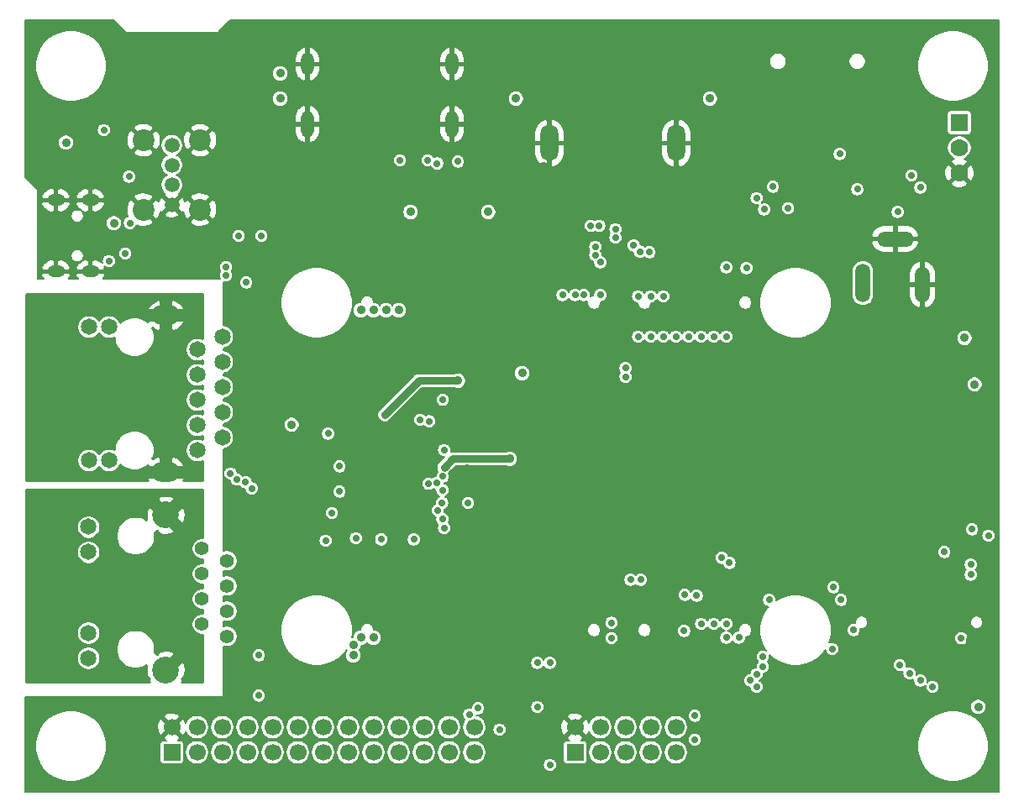
<source format=gbr>
%TF.GenerationSoftware,KiCad,Pcbnew,5.1.6-c6e7f7d~87~ubuntu18.04.1*%
%TF.CreationDate,2021-03-10T15:58:37+02:00*%
%TF.ProjectId,RK3328-SOM-EVB_Rev_A,524b3333-3238-42d5-934f-4d2d4556425f,A*%
%TF.SameCoordinates,Original*%
%TF.FileFunction,Copper,L2,Inr*%
%TF.FilePolarity,Positive*%
%FSLAX46Y46*%
G04 Gerber Fmt 4.6, Leading zero omitted, Abs format (unit mm)*
G04 Created by KiCad (PCBNEW 5.1.6-c6e7f7d~87~ubuntu18.04.1) date 2021-03-10 15:58:37*
%MOMM*%
%LPD*%
G01*
G04 APERTURE LIST*
%TA.AperFunction,ViaPad*%
%ADD10O,1.300000X2.700000*%
%TD*%
%TA.AperFunction,ViaPad*%
%ADD11O,1.300000X2.300000*%
%TD*%
%TA.AperFunction,ViaPad*%
%ADD12C,2.200000*%
%TD*%
%TA.AperFunction,ViaPad*%
%ADD13C,1.500000*%
%TD*%
%TA.AperFunction,ViaPad*%
%ADD14O,1.800000X1.200000*%
%TD*%
%TA.AperFunction,ViaPad*%
%ADD15C,1.700000*%
%TD*%
%TA.AperFunction,ViaPad*%
%ADD16R,1.700000X1.700000*%
%TD*%
%TA.AperFunction,ViaPad*%
%ADD17C,1.650000*%
%TD*%
%TA.AperFunction,ViaPad*%
%ADD18O,2.800000X2.000000*%
%TD*%
%TA.AperFunction,ViaPad*%
%ADD19C,1.410000*%
%TD*%
%TA.AperFunction,ViaPad*%
%ADD20C,2.700000*%
%TD*%
%TA.AperFunction,ViaPad*%
%ADD21O,1.500000X3.900000*%
%TD*%
%TA.AperFunction,ViaPad*%
%ADD22O,1.500000X3.600000*%
%TD*%
%TA.AperFunction,ViaPad*%
%ADD23O,3.700000X1.500000*%
%TD*%
%TA.AperFunction,ViaPad*%
%ADD24R,1.422400X1.422400*%
%TD*%
%TA.AperFunction,ViaPad*%
%ADD25R,1.778000X1.778000*%
%TD*%
%TA.AperFunction,ViaPad*%
%ADD26C,1.778000*%
%TD*%
%TA.AperFunction,ViaPad*%
%ADD27O,1.800000X3.700000*%
%TD*%
%TA.AperFunction,ViaPad*%
%ADD28C,0.900000*%
%TD*%
%TA.AperFunction,ViaPad*%
%ADD29C,0.700000*%
%TD*%
%TA.AperFunction,Conductor*%
%ADD30C,0.762000*%
%TD*%
%TA.AperFunction,Conductor*%
%ADD31C,0.203200*%
%TD*%
%TA.AperFunction,Conductor*%
%ADD32C,0.254000*%
%TD*%
G04 APERTURE END LIST*
D10*
%TO.N,GND*%
%TO.C,HDMI1*%
X145095000Y-64290000D03*
X130495000Y-64290000D03*
D11*
X130495000Y-58240000D03*
X145095000Y-58240000D03*
%TD*%
D12*
%TO.N,GND*%
%TO.C,USB-HOST1*%
X119690000Y-72921000D03*
X113990000Y-72921000D03*
X119690000Y-65921000D03*
X113990000Y-65921000D03*
D13*
%TO.N,Net-(C1-Pad2)*%
X116840000Y-66421000D03*
%TO.N,/USB1-D_N*%
X116840000Y-68421000D03*
%TO.N,/USB1-D_P*%
X116840000Y-70421000D03*
%TO.N,GND*%
X116840000Y-72421000D03*
%TD*%
D14*
%TO.N,GND*%
%TO.C,USB-OTG1*%
X105160000Y-79165000D03*
X108630000Y-79165000D03*
X108630000Y-71965000D03*
X105160000Y-71965000D03*
%TD*%
D15*
%TO.N,UART1_RTSN*%
%TO.C,EXT1*%
X139700000Y-125095000D03*
%TO.N,GPIO2_C4*%
X139700000Y-127635000D03*
%TO.N,GPIO2_C2*%
X134620000Y-127635000D03*
%TO.N,UART1_TX*%
X134620000Y-125095000D03*
%TO.N,GPIO2_C3*%
X137160000Y-127635000D03*
%TO.N,UART1_RX*%
X137160000Y-125095000D03*
%TO.N,VDAC_OUT*%
X132080000Y-125095000D03*
%TO.N,GPIO2_C1*%
X132080000Y-127635000D03*
%TO.N,CODEC_AOR*%
X129540000Y-125095000D03*
%TO.N,GPIO2_C0*%
X129540000Y-127635000D03*
D16*
%TO.N,+3V3*%
X116840000Y-127635000D03*
D15*
%TO.N,GND*%
X116840000Y-125095000D03*
%TO.N,/GPIO1_D0*%
X119380000Y-127635000D03*
%TO.N,/SARADC_IN0*%
X119380000Y-125095000D03*
%TO.N,/GPIO1_D2*%
X121920000Y-127635000D03*
%TO.N,/SARADC_IN1*%
X121920000Y-125095000D03*
%TO.N,/GPIO1_D4*%
X124460000Y-127635000D03*
%TO.N,CLK32K*%
X124460000Y-125095000D03*
%TO.N,GPIO2_B7*%
X127000000Y-127635000D03*
%TO.N,CODEC_AOL*%
X127000000Y-125095000D03*
%TO.N,UART1_CTSN*%
X142240000Y-125095000D03*
%TO.N,GPIO2_C5*%
X142240000Y-127635000D03*
%TO.N,GPIO2_C6*%
X144780000Y-127635000D03*
%TO.N,/IR_RX*%
X144780000Y-125095000D03*
%TO.N,/SPDIF_TX_M0*%
X147320000Y-125095000D03*
%TO.N,/PWM2*%
X147320000Y-127635000D03*
%TD*%
D17*
%TO.N,/MDI[0]+*%
%TO.C,LAN1*%
X119380000Y-97155000D03*
%TO.N,/MDI[0]-*%
X121920000Y-95885000D03*
%TO.N,/MDI[1]+*%
X119380000Y-94615000D03*
%TO.N,/MDI[1]-*%
X121920000Y-93345000D03*
%TO.N,Net-(C14-Pad2)*%
X119380000Y-92075000D03*
%TO.N,Net-(C15-Pad2)*%
X121920000Y-90805000D03*
%TO.N,/MDI[2]+*%
X119380000Y-89535000D03*
%TO.N,/MDI[2]-*%
X121920000Y-88265000D03*
%TO.N,/MDI[3]+*%
X119380000Y-86995000D03*
%TO.N,/MDI[3]-*%
X121920000Y-85725000D03*
%TO.N,/VDD33*%
X110490000Y-98171000D03*
%TO.N,/PHYAD1*%
X108458000Y-98171000D03*
%TO.N,/VDD33*%
X110490000Y-84709000D03*
%TO.N,/PHYAD0*%
X108458000Y-84709000D03*
D18*
%TO.N,/SH_Gigabit-ETH*%
X116230000Y-99340000D03*
X116230000Y-83540000D03*
%TD*%
D19*
%TO.N,/FEPHY_TX_P*%
%TO.C,LAN2*%
X119857000Y-107051000D03*
%TO.N,/FEPHY_TX_N*%
X122397000Y-108321000D03*
%TO.N,/FEPHY_PWFBOUT*%
X119857000Y-109591000D03*
%TO.N,N/C*%
X122397000Y-110861000D03*
X119857000Y-112131000D03*
%TO.N,/FEPHY_PWFBOUT*%
X122397000Y-113401000D03*
%TO.N,/FEPHY_RX_P*%
X119857000Y-114671000D03*
%TO.N,/FEPHY_RX_N*%
X122397000Y-115941000D03*
D17*
%TO.N,/FEPHY_LED_LINK_M1*%
X108408500Y-115576000D03*
%TO.N,/FEPHY_LED_DATA_M1*%
X108408500Y-104896000D03*
D20*
%TO.N,/SH_Megabit-ETH*%
X116207000Y-103706000D03*
X116207000Y-119306000D03*
D17*
%TO.N,Net-(LAN2-PadKG1)*%
X108408500Y-118116000D03*
%TO.N,Net-(LAN2-PadKY1)*%
X108408500Y-107436000D03*
%TD*%
D21*
%TO.N,+5V_EXT*%
%TO.C,PWR_J1*%
X186505000Y-80315000D03*
D22*
%TO.N,GND*%
X192505000Y-80465000D03*
D23*
X189759000Y-75865000D03*
%TD*%
D24*
%TO.N,GND*%
%TO.C,U9*%
X138430000Y-100076000D03*
%TD*%
D25*
%TO.N,/DBG_UART2-TxD*%
%TO.C,UART_DBG1*%
X196215000Y-64135000D03*
D26*
%TO.N,Net-(D2-Pad1)*%
X196215000Y-66675000D03*
%TO.N,GND*%
X196215000Y-69215000D03*
%TD*%
D16*
%TO.N,+3V3*%
%TO.C,UEXT1*%
X157480000Y-127635000D03*
D15*
%TO.N,GND*%
X157480000Y-125095000D03*
%TO.N,UART1_TX*%
X160020000Y-127635000D03*
%TO.N,UART1_RX*%
X160020000Y-125095000D03*
%TO.N,I2C1_SCL_PMIC*%
X162560000Y-127635000D03*
%TO.N,I2C1_SDA_PMIC*%
X162560000Y-125095000D03*
%TO.N,/SPI_RXD_M2*%
X165100000Y-127635000D03*
%TO.N,/SPI_TXD_M2*%
X165100000Y-125095000D03*
%TO.N,/SPI_CLK_M2*%
X167640000Y-127635000D03*
%TO.N,/SPI_CSN1_M0*%
X167640000Y-125095000D03*
%TD*%
D27*
%TO.N,GND*%
%TO.C,USB3.0_TYPE-A1*%
X167690000Y-66210000D03*
X154890000Y-66210000D03*
%TD*%
D28*
%TO.N,+5V*%
X140906500Y-73152028D03*
X148717000Y-73152000D03*
X135890000Y-83058000D03*
X137160000Y-83058000D03*
X138430000Y-83058000D03*
X139700000Y-83058000D03*
X197739000Y-90551000D03*
X171069000Y-61722000D03*
X151511000Y-61722000D03*
X127762000Y-61722000D03*
X127762000Y-59182000D03*
X106172000Y-66167000D03*
X198120000Y-123063000D03*
D29*
%TO.N,GND*%
X135001000Y-70485000D03*
X138049000Y-70485000D03*
X140982512Y-70491556D03*
X140970000Y-63754000D03*
X138303000Y-63754000D03*
X136779000Y-63754000D03*
X135255000Y-63754000D03*
X133858000Y-63754000D03*
X148971000Y-64389000D03*
D28*
X135636000Y-81661000D03*
X137414000Y-81661000D03*
X138430000Y-81661000D03*
X139700000Y-81661000D03*
D29*
X159074594Y-70168142D03*
X163449000Y-71120000D03*
X161290000Y-68834000D03*
X158242000Y-68834000D03*
X166243000Y-73660000D03*
X184785000Y-73025000D03*
X123571000Y-74676000D03*
D28*
X126111000Y-68961000D03*
X126111000Y-66929000D03*
X106172000Y-67818000D03*
X122809000Y-83566000D03*
X122809000Y-80772000D03*
X123825000Y-82169000D03*
D29*
X123571000Y-72708998D03*
X126746000Y-74803000D03*
X126492000Y-92075000D03*
X126492000Y-90805000D03*
X130048000Y-98552000D03*
X131318000Y-101344990D03*
X131318000Y-102870000D03*
X135890000Y-112014000D03*
X137160000Y-112014000D03*
X135001000Y-113157000D03*
X135382000Y-93345000D03*
X131191000Y-90043000D03*
X193589789Y-108796305D03*
X186436000Y-116586000D03*
X186436000Y-117856000D03*
X188721439Y-117855439D03*
X190246000Y-117856000D03*
X194564000Y-120904000D03*
X163830000Y-112014000D03*
X165100000Y-112014000D03*
X199009000Y-114427000D03*
X199009000Y-111760000D03*
D28*
X178308000Y-130937000D03*
X183642000Y-130937000D03*
X185928000Y-130937000D03*
X176022000Y-130937000D03*
X189992000Y-130937000D03*
D29*
X138938000Y-91313008D03*
X141859000Y-92075000D03*
D28*
X123825000Y-101854000D03*
X122809000Y-103251000D03*
X167259000Y-78105000D03*
D29*
X127254000Y-105791000D03*
X127254000Y-109601000D03*
X133096000Y-109474000D03*
X134302500Y-109474000D03*
X137922000Y-108458000D03*
X141605000Y-109728000D03*
X145923000Y-105664000D03*
X146558000Y-105029000D03*
X146557999Y-98933001D03*
X146812000Y-96901000D03*
X162565590Y-97409000D03*
X162565590Y-93091000D03*
X192386048Y-119357557D03*
X193422121Y-120143121D03*
X191473484Y-118448484D03*
D28*
X109855000Y-54610000D03*
X112395000Y-55880000D03*
X114935000Y-55880000D03*
X117475000Y-55880000D03*
X120015000Y-55880000D03*
X122555000Y-55880000D03*
X123825000Y-54610000D03*
X125095000Y-55880000D03*
X127635000Y-55880000D03*
X126365000Y-54610000D03*
X128905000Y-54610000D03*
X130175000Y-55880000D03*
X131445000Y-54610000D03*
X132715000Y-55880000D03*
X133985000Y-54610000D03*
X135255000Y-55880000D03*
X136525000Y-54610000D03*
X137795000Y-55880000D03*
X140335000Y-55880000D03*
X139065000Y-54610000D03*
X141605000Y-54610000D03*
X142875000Y-55880000D03*
X144145000Y-54610000D03*
X145415000Y-55880000D03*
X147955000Y-55880000D03*
X146685000Y-54610000D03*
X150495000Y-55880000D03*
X149225000Y-54610000D03*
X153035000Y-55880000D03*
X151765000Y-54610000D03*
X154305000Y-54610000D03*
X155575000Y-55880000D03*
X156845000Y-54610000D03*
X158115000Y-55880000D03*
X160655000Y-55880000D03*
X159385000Y-54610000D03*
X163195000Y-55880000D03*
X161925000Y-54610000D03*
X165735000Y-55880000D03*
X164465000Y-54610000D03*
X167005000Y-54610000D03*
X168275000Y-55880000D03*
X167005000Y-54610000D03*
X168275000Y-55880000D03*
X170815000Y-55880000D03*
X169545000Y-54610000D03*
X172085000Y-54610000D03*
X173355000Y-55880000D03*
X174625000Y-54610000D03*
X175895000Y-55880000D03*
X178435000Y-55880000D03*
X177165000Y-54610000D03*
X180975000Y-55880000D03*
X179705000Y-54610000D03*
X183515000Y-55880000D03*
X182245000Y-54610000D03*
X186055000Y-55880000D03*
X184785000Y-54610000D03*
X187325000Y-54610000D03*
X188595000Y-55880000D03*
X191135000Y-55880000D03*
X189865000Y-54610000D03*
X192405000Y-54610000D03*
D29*
X197251269Y-116333443D03*
D28*
X186182000Y-111633000D03*
X199390000Y-60960000D03*
X199390000Y-63500000D03*
X199390000Y-66040000D03*
X199390000Y-68580000D03*
X199390000Y-71120000D03*
X199390000Y-73660000D03*
X199390000Y-76200000D03*
X199390000Y-78740000D03*
X199390000Y-81280000D03*
X199390000Y-83820000D03*
X199390000Y-86360000D03*
X199390000Y-88900000D03*
X189865000Y-78740000D03*
X189865000Y-81280000D03*
X189865000Y-83820000D03*
X184785000Y-76200000D03*
X182245000Y-76200000D03*
X184785000Y-78740000D03*
X184785000Y-81280000D03*
X184785000Y-83820000D03*
X184785000Y-86360000D03*
X184785000Y-88900000D03*
X184785000Y-91440000D03*
X184785000Y-93980000D03*
X184785000Y-96520000D03*
X184785000Y-99060000D03*
X184785000Y-101600000D03*
X184785000Y-104140000D03*
X187325000Y-93980000D03*
X189865000Y-93980000D03*
X192405000Y-93980000D03*
X194945000Y-93980000D03*
X187325000Y-96520000D03*
X189865000Y-96520000D03*
X192405000Y-96520000D03*
X194945000Y-96520000D03*
X187325000Y-99060000D03*
X189865000Y-99060000D03*
X192405000Y-99060000D03*
X194945000Y-99060000D03*
X187325000Y-101600000D03*
X189865000Y-101600000D03*
X194945000Y-101600000D03*
X192405000Y-101600000D03*
X187325000Y-104140000D03*
X189865000Y-104140000D03*
X194945000Y-104140000D03*
X192405000Y-104140000D03*
X179705000Y-76200000D03*
X182245000Y-78740000D03*
X182245000Y-86360000D03*
X179705000Y-86360000D03*
X177165000Y-86360000D03*
X177165000Y-88900000D03*
X179705000Y-88900000D03*
X182245000Y-88900000D03*
X182245000Y-91440000D03*
X179705000Y-91440000D03*
X177165000Y-91440000D03*
X177165000Y-93980000D03*
X179705000Y-93980000D03*
X182245000Y-93980000D03*
X182245000Y-96520000D03*
X179705000Y-96520000D03*
X177165000Y-96520000D03*
X177165000Y-99060000D03*
X179705000Y-99060000D03*
X182245000Y-99060000D03*
X182245000Y-101600000D03*
X179705000Y-101600000D03*
X177165000Y-101600000D03*
X177165000Y-104140000D03*
X179705000Y-104140000D03*
X182245000Y-104140000D03*
X174625000Y-104140000D03*
X172085000Y-104140000D03*
X174625000Y-101600000D03*
X184785000Y-63500000D03*
X187325000Y-63500000D03*
X182245000Y-63500000D03*
X179705000Y-63500000D03*
X177165000Y-63500000D03*
X174625000Y-63500000D03*
X161925000Y-63500000D03*
X159385000Y-63500000D03*
X156845000Y-63500000D03*
X154305000Y-63500000D03*
X154305000Y-71120000D03*
X154305000Y-73660000D03*
X154305000Y-76200000D03*
X154305000Y-68580000D03*
X151765000Y-71120000D03*
X151765000Y-73660000D03*
X132080000Y-68580000D03*
X129540000Y-68580000D03*
X132080000Y-71120000D03*
X129540000Y-71120000D03*
X132080000Y-73660000D03*
X129540000Y-73660000D03*
X129540000Y-76200000D03*
X132080000Y-76200000D03*
X187325000Y-126365000D03*
X187325000Y-128905000D03*
X184785000Y-128905000D03*
X184785000Y-126365000D03*
X179705000Y-126365000D03*
X179705000Y-128905000D03*
X182245000Y-126365000D03*
X182245000Y-128905000D03*
X177165000Y-126365000D03*
X177165000Y-128905000D03*
X174625000Y-128905000D03*
X174625000Y-126365000D03*
X172085000Y-128905000D03*
X172085000Y-126365000D03*
X172085000Y-130810000D03*
X174625000Y-130810000D03*
X169545000Y-130810000D03*
X167005000Y-130810000D03*
X164465000Y-130810000D03*
X161925000Y-130810000D03*
X192405000Y-130810000D03*
X199390000Y-130810000D03*
X199390000Y-128270000D03*
X199390000Y-125730000D03*
X199390000Y-123190000D03*
X199390000Y-120650000D03*
X199390000Y-118110000D03*
X199390000Y-115570000D03*
X199390000Y-110490000D03*
X199390000Y-107950000D03*
X151765000Y-130810000D03*
X159385000Y-130810000D03*
X156845000Y-130810000D03*
X154305000Y-130810000D03*
X149225000Y-130810000D03*
X146685000Y-130810000D03*
X144145000Y-130810000D03*
X141605000Y-130810000D03*
X139065000Y-130810000D03*
X136525000Y-130810000D03*
X133985000Y-130810000D03*
X131445000Y-130810000D03*
X128905000Y-130810000D03*
X126365000Y-130810000D03*
X123825000Y-130810000D03*
X121285000Y-130810000D03*
X118745000Y-130810000D03*
X116205000Y-130810000D03*
X113665000Y-130810000D03*
X111125000Y-130810000D03*
X111125000Y-128270000D03*
X113665000Y-128270000D03*
X111125000Y-125730000D03*
X113665000Y-125730000D03*
X111125000Y-123190000D03*
X113665000Y-123190000D03*
X108585000Y-123190000D03*
X103505000Y-123190000D03*
X103505000Y-60960000D03*
X103505000Y-63500000D03*
X103505000Y-66040000D03*
X103505000Y-68580000D03*
D29*
X127254000Y-117221000D03*
X192502647Y-109518318D03*
X185420000Y-114173000D03*
X146812000Y-67056000D03*
X144272000Y-67056000D03*
X145542000Y-67056000D03*
X163449000Y-73660000D03*
X135001000Y-112014000D03*
X135382000Y-91567000D03*
X135382000Y-90424000D03*
%TO.N,+3V3*%
X143570952Y-68265040D03*
X189992000Y-73152000D03*
X178943000Y-72771000D03*
X123571000Y-75565000D03*
X192283590Y-70684752D03*
X145669000Y-68072000D03*
X110490000Y-78105000D03*
D28*
X137160000Y-116078000D03*
X135890000Y-116078000D03*
X135128000Y-116840000D03*
X135128000Y-117856000D03*
D29*
X197358000Y-109728000D03*
X197358000Y-108712000D03*
X176530000Y-72898000D03*
D28*
X128905000Y-94615000D03*
X152146000Y-89408000D03*
D29*
%TO.N,CODEC_AOL*%
X163830000Y-81661000D03*
%TO.N,CODEC_AOR*%
X165100000Y-81661000D03*
%TO.N,VDAC_OUT*%
X166370000Y-81661000D03*
%TO.N,CLK32K*%
X149860000Y-125348996D03*
%TO.N,I2C1_SDA_PMIC*%
X153670000Y-118618000D03*
X153670000Y-123063000D03*
%TO.N,I2C1_SCL_PMIC*%
X154940000Y-118618000D03*
X154940000Y-128905000D03*
%TO.N,UART1_CTSN*%
X160020000Y-81534000D03*
X146812000Y-123819410D03*
%TO.N,UART1_RTSN*%
X147701000Y-123190000D03*
X158333642Y-81525722D03*
%TO.N,UART1_RX*%
X157480020Y-81534004D03*
%TO.N,UART1_TX*%
X156210000Y-81534000D03*
%TO.N,GPIO2_C6*%
X172720000Y-85725000D03*
%TO.N,GPIO2_C5*%
X171450000Y-85725000D03*
%TO.N,GPIO2_C4*%
X170180000Y-85725000D03*
%TO.N,GPIO2_C3*%
X168910000Y-85725000D03*
%TO.N,GPIO2_C2*%
X167640000Y-85725000D03*
%TO.N,GPIO2_C1*%
X166370000Y-85725000D03*
%TO.N,GPIO2_C0*%
X165100000Y-85725000D03*
%TO.N,GPIO2_B7*%
X163830000Y-85725000D03*
%TO.N,/USB1-D_N*%
X122301000Y-78694800D03*
%TO.N,/USB0-DRV*%
X109982000Y-64897000D03*
X112141000Y-77343000D03*
%TO.N,/USB0-VBUSDET*%
X112522000Y-69596000D03*
X112610599Y-74256599D03*
%TO.N,/USB1-D_P*%
X122301000Y-79547200D03*
%TO.N,/USB1-DRV*%
X124333000Y-80264000D03*
X125857000Y-75565000D03*
%TO.N,/USB30_RX_P*%
X159512000Y-77515200D03*
X164004369Y-77136369D03*
%TO.N,/HCEC*%
X142621000Y-67945000D03*
X139827000Y-67945000D03*
%TO.N,/USB30_RX_N*%
X159512000Y-76662800D03*
X163401631Y-76533631D03*
%TO.N,/USB30_D_P*%
X161544000Y-75737200D03*
X159073800Y-74549000D03*
%TO.N,/USB30_D_N*%
X161544000Y-74884800D03*
X159926200Y-74549000D03*
%TO.N,/USB30_DRV*%
X160020000Y-78232000D03*
X164973000Y-77216000D03*
%TO.N,/DBG_UART2-RxD*%
X191389000Y-69469000D03*
X163068000Y-110236000D03*
X161157410Y-114580420D03*
X197485000Y-105156000D03*
%TO.N,/DBG_UART2-TxD*%
X164084421Y-110236210D03*
X161157410Y-116118932D03*
X199136000Y-105790996D03*
%TO.N,/SPI_CSN1_M0*%
X168465500Y-115379500D03*
%TO.N,/SARADC_IN1*%
X162565590Y-89777899D03*
%TO.N,/SARADC_IN0*%
X162560000Y-88900008D03*
D28*
%TO.N,+5V_USBOTG*%
X110998000Y-74295000D03*
X196723000Y-85852000D03*
D29*
%TO.N,/VDD33*%
X132587994Y-95504000D03*
X132969000Y-103504996D03*
X141859000Y-94107000D03*
X135382000Y-106045000D03*
X146685000Y-102489000D03*
X144272000Y-97155000D03*
X144145000Y-92090402D03*
%TO.N,Net-(C18-Pad1)*%
X133731000Y-98806000D03*
X133731000Y-101344990D03*
X138303000Y-93599000D03*
D28*
X145668998Y-90170000D03*
D29*
%TO.N,Net-(C21-Pad1)*%
X137947853Y-106161806D03*
X132334000Y-106299000D03*
X141224000Y-106172000D03*
X142711316Y-100556975D03*
X144272000Y-98933000D03*
X144272000Y-105029000D03*
D28*
X150876000Y-98044000D03*
D29*
X142774863Y-94260863D03*
%TO.N,/eMMC_CMD*%
X172275500Y-108013500D03*
X168529000Y-111760000D03*
%TO.N,/eMMC_RST*%
X169735500Y-111823500D03*
X173037500Y-108521500D03*
%TO.N,/SPI_CLK_M2*%
X170180000Y-114681000D03*
%TO.N,/SPI_TXD_M2*%
X171450000Y-114681000D03*
X169545000Y-123952000D03*
%TO.N,/SPI_RXD_M2*%
X172720000Y-114681000D03*
X169545000Y-126365000D03*
%TO.N,/eMMC_CLK*%
X194691002Y-107442002D03*
X196401000Y-116137008D03*
%TO.N,/eMMC_D7*%
X193505484Y-121031000D03*
X175768000Y-121031000D03*
%TO.N,/eMMC_D6*%
X175133000Y-120396000D03*
X192279121Y-120396000D03*
%TO.N,/eMMC_D5*%
X191177242Y-119676242D03*
X175768000Y-119761000D03*
%TO.N,/eMMC_D4*%
X190202923Y-118828923D03*
X176403000Y-118999000D03*
%TO.N,/eMMC_D3*%
X183388000Y-117221000D03*
X176403000Y-117983000D03*
%TO.N,/eMMC_D2*%
X172720000Y-116078000D03*
X183515000Y-110998000D03*
%TO.N,/eMMC_D1*%
X173990000Y-116078000D03*
X184277000Y-112268000D03*
%TO.N,/eMMC_D0*%
X177038000Y-112268000D03*
X185547000Y-115316000D03*
%TO.N,/SDMMC0_CMD*%
X177419000Y-70612000D03*
X174752002Y-78803500D03*
%TO.N,/SDMMC0_D3*%
X172720000Y-78740000D03*
X175767996Y-71755000D03*
%TO.N,/SDMMC0_D2*%
X185928000Y-70866000D03*
X184150000Y-67292598D03*
%TO.N,/MDI[2]+*%
X122761631Y-99520631D03*
%TO.N,/MDI[2]-*%
X123364369Y-100123369D03*
%TO.N,/MDI[3]+*%
X124285631Y-100409631D03*
%TO.N,/MDI[3]-*%
X124888369Y-101012369D03*
%TO.N,Net-(RM1-Pad1.2)*%
X144145561Y-99822561D03*
X144118137Y-104113137D03*
%TO.N,Net-(RM1-Pad2.2)*%
X143637000Y-103250984D03*
X143557128Y-100451101D03*
%TO.N,Net-(RM1-Pad3.2)*%
X144087588Y-102489000D03*
X144107363Y-101196590D03*
D28*
%TO.N,/SH_Gigabit-ETH*%
X116230000Y-91415000D03*
X116230000Y-88900000D03*
X116230000Y-86360000D03*
X116205000Y-93980000D03*
X116205000Y-96520000D03*
X114325000Y-91415000D03*
X114300000Y-93980000D03*
X114325000Y-88900000D03*
X112395000Y-93980000D03*
X112420000Y-88900000D03*
X112420000Y-91415000D03*
X107975000Y-91415000D03*
X107950000Y-93980000D03*
X107975000Y-88900000D03*
X106045000Y-93980000D03*
X106070000Y-88900000D03*
X106070000Y-91415000D03*
X106070000Y-86360000D03*
X106070000Y-83820000D03*
X106045000Y-81915000D03*
X107950000Y-81915000D03*
X110490000Y-81915000D03*
X113030000Y-81915000D03*
X116205000Y-81915000D03*
X106045000Y-96520000D03*
X106045000Y-99060000D03*
X103530000Y-83820000D03*
X103530000Y-88900000D03*
X103505000Y-96520000D03*
X103505000Y-99060000D03*
X103505000Y-81915000D03*
X103530000Y-86360000D03*
X103530000Y-91415000D03*
X103505000Y-93980000D03*
%TO.N,/SH_Megabit-ETH*%
X116205000Y-110109000D03*
X116207000Y-112014000D03*
X116207000Y-113919000D03*
X113667000Y-113919000D03*
X113665000Y-110109000D03*
X113667000Y-112014000D03*
X111127000Y-112014000D03*
X111127000Y-113919000D03*
X111125000Y-110109000D03*
X108587000Y-112014000D03*
X108585000Y-110109000D03*
X108587000Y-113919000D03*
X106047000Y-112014000D03*
X106047000Y-113919000D03*
X106045000Y-110109000D03*
X106045000Y-107950000D03*
X106045000Y-105410000D03*
X106045000Y-102870000D03*
X106047000Y-116840000D03*
X106045000Y-119380000D03*
X103505000Y-119380000D03*
X103507000Y-112014000D03*
X103507000Y-116840000D03*
X103505000Y-105410000D03*
X103505000Y-107950000D03*
X103505000Y-102870000D03*
X103507000Y-113919000D03*
X103505000Y-110109000D03*
D29*
%TO.N,Net-(LAN2-PadKG1)*%
X125603000Y-117856000D03*
X125602439Y-121919439D03*
%TD*%
D30*
%TO.N,Net-(C18-Pad1)*%
X141732000Y-90170000D02*
X145668998Y-90170000D01*
X138303000Y-93599000D02*
X141732000Y-90170000D01*
%TO.N,Net-(C21-Pad1)*%
X145161000Y-98044000D02*
X144272000Y-98933000D01*
X150876000Y-98044000D02*
X145161000Y-98044000D01*
%TD*%
D31*
%TO.N,GND*%
G36*
X112036983Y-54934482D02*
G01*
X112052099Y-54952901D01*
X112125585Y-55013209D01*
X112209423Y-55058022D01*
X112300394Y-55085617D01*
X112371293Y-55092600D01*
X112371294Y-55092600D01*
X112394999Y-55094935D01*
X112418704Y-55092600D01*
X121261295Y-55092600D01*
X121285000Y-55094935D01*
X121308705Y-55092600D01*
X121308707Y-55092600D01*
X121379606Y-55085617D01*
X121470577Y-55058022D01*
X121554415Y-55013209D01*
X121627901Y-54952901D01*
X121643017Y-54934482D01*
X122754899Y-53822600D01*
X200177401Y-53822600D01*
X200177400Y-131597400D01*
X102082600Y-131597400D01*
X102082600Y-126645273D01*
X103078400Y-126645273D01*
X103078400Y-127354727D01*
X103216807Y-128050548D01*
X103488303Y-128705998D01*
X103882454Y-129295886D01*
X104384114Y-129797546D01*
X104974002Y-130191697D01*
X105629452Y-130463193D01*
X106325273Y-130601600D01*
X107034727Y-130601600D01*
X107730548Y-130463193D01*
X108385998Y-130191697D01*
X108975886Y-129797546D01*
X109477546Y-129295886D01*
X109871697Y-128705998D01*
X110143193Y-128050548D01*
X110281600Y-127354727D01*
X110281600Y-126785000D01*
X115632680Y-126785000D01*
X115632680Y-128485000D01*
X115639546Y-128554710D01*
X115659879Y-128621740D01*
X115692899Y-128683516D01*
X115737337Y-128737663D01*
X115791484Y-128782101D01*
X115853260Y-128815121D01*
X115920290Y-128835454D01*
X115990000Y-128842320D01*
X117690000Y-128842320D01*
X117759710Y-128835454D01*
X117826740Y-128815121D01*
X117888516Y-128782101D01*
X117942663Y-128737663D01*
X117987101Y-128683516D01*
X118020121Y-128621740D01*
X118040454Y-128554710D01*
X118047320Y-128485000D01*
X118047320Y-127516259D01*
X118174400Y-127516259D01*
X118174400Y-127753741D01*
X118220731Y-127986660D01*
X118311611Y-128206066D01*
X118443550Y-128403525D01*
X118611475Y-128571450D01*
X118808934Y-128703389D01*
X119028340Y-128794269D01*
X119261259Y-128840600D01*
X119498741Y-128840600D01*
X119731660Y-128794269D01*
X119951066Y-128703389D01*
X120148525Y-128571450D01*
X120316450Y-128403525D01*
X120448389Y-128206066D01*
X120539269Y-127986660D01*
X120585600Y-127753741D01*
X120585600Y-127516259D01*
X120714400Y-127516259D01*
X120714400Y-127753741D01*
X120760731Y-127986660D01*
X120851611Y-128206066D01*
X120983550Y-128403525D01*
X121151475Y-128571450D01*
X121348934Y-128703389D01*
X121568340Y-128794269D01*
X121801259Y-128840600D01*
X122038741Y-128840600D01*
X122271660Y-128794269D01*
X122491066Y-128703389D01*
X122688525Y-128571450D01*
X122856450Y-128403525D01*
X122988389Y-128206066D01*
X123079269Y-127986660D01*
X123125600Y-127753741D01*
X123125600Y-127516259D01*
X123254400Y-127516259D01*
X123254400Y-127753741D01*
X123300731Y-127986660D01*
X123391611Y-128206066D01*
X123523550Y-128403525D01*
X123691475Y-128571450D01*
X123888934Y-128703389D01*
X124108340Y-128794269D01*
X124341259Y-128840600D01*
X124578741Y-128840600D01*
X124811660Y-128794269D01*
X125031066Y-128703389D01*
X125228525Y-128571450D01*
X125396450Y-128403525D01*
X125528389Y-128206066D01*
X125619269Y-127986660D01*
X125665600Y-127753741D01*
X125665600Y-127516259D01*
X125794400Y-127516259D01*
X125794400Y-127753741D01*
X125840731Y-127986660D01*
X125931611Y-128206066D01*
X126063550Y-128403525D01*
X126231475Y-128571450D01*
X126428934Y-128703389D01*
X126648340Y-128794269D01*
X126881259Y-128840600D01*
X127118741Y-128840600D01*
X127351660Y-128794269D01*
X127571066Y-128703389D01*
X127768525Y-128571450D01*
X127936450Y-128403525D01*
X128068389Y-128206066D01*
X128159269Y-127986660D01*
X128205600Y-127753741D01*
X128205600Y-127516259D01*
X128334400Y-127516259D01*
X128334400Y-127753741D01*
X128380731Y-127986660D01*
X128471611Y-128206066D01*
X128603550Y-128403525D01*
X128771475Y-128571450D01*
X128968934Y-128703389D01*
X129188340Y-128794269D01*
X129421259Y-128840600D01*
X129658741Y-128840600D01*
X129891660Y-128794269D01*
X130111066Y-128703389D01*
X130308525Y-128571450D01*
X130476450Y-128403525D01*
X130608389Y-128206066D01*
X130699269Y-127986660D01*
X130745600Y-127753741D01*
X130745600Y-127516259D01*
X130874400Y-127516259D01*
X130874400Y-127753741D01*
X130920731Y-127986660D01*
X131011611Y-128206066D01*
X131143550Y-128403525D01*
X131311475Y-128571450D01*
X131508934Y-128703389D01*
X131728340Y-128794269D01*
X131961259Y-128840600D01*
X132198741Y-128840600D01*
X132431660Y-128794269D01*
X132651066Y-128703389D01*
X132848525Y-128571450D01*
X133016450Y-128403525D01*
X133148389Y-128206066D01*
X133239269Y-127986660D01*
X133285600Y-127753741D01*
X133285600Y-127516259D01*
X133414400Y-127516259D01*
X133414400Y-127753741D01*
X133460731Y-127986660D01*
X133551611Y-128206066D01*
X133683550Y-128403525D01*
X133851475Y-128571450D01*
X134048934Y-128703389D01*
X134268340Y-128794269D01*
X134501259Y-128840600D01*
X134738741Y-128840600D01*
X134971660Y-128794269D01*
X135191066Y-128703389D01*
X135388525Y-128571450D01*
X135556450Y-128403525D01*
X135688389Y-128206066D01*
X135779269Y-127986660D01*
X135825600Y-127753741D01*
X135825600Y-127516259D01*
X135954400Y-127516259D01*
X135954400Y-127753741D01*
X136000731Y-127986660D01*
X136091611Y-128206066D01*
X136223550Y-128403525D01*
X136391475Y-128571450D01*
X136588934Y-128703389D01*
X136808340Y-128794269D01*
X137041259Y-128840600D01*
X137278741Y-128840600D01*
X137511660Y-128794269D01*
X137731066Y-128703389D01*
X137928525Y-128571450D01*
X138096450Y-128403525D01*
X138228389Y-128206066D01*
X138319269Y-127986660D01*
X138365600Y-127753741D01*
X138365600Y-127516259D01*
X138494400Y-127516259D01*
X138494400Y-127753741D01*
X138540731Y-127986660D01*
X138631611Y-128206066D01*
X138763550Y-128403525D01*
X138931475Y-128571450D01*
X139128934Y-128703389D01*
X139348340Y-128794269D01*
X139581259Y-128840600D01*
X139818741Y-128840600D01*
X140051660Y-128794269D01*
X140271066Y-128703389D01*
X140468525Y-128571450D01*
X140636450Y-128403525D01*
X140768389Y-128206066D01*
X140859269Y-127986660D01*
X140905600Y-127753741D01*
X140905600Y-127516259D01*
X141034400Y-127516259D01*
X141034400Y-127753741D01*
X141080731Y-127986660D01*
X141171611Y-128206066D01*
X141303550Y-128403525D01*
X141471475Y-128571450D01*
X141668934Y-128703389D01*
X141888340Y-128794269D01*
X142121259Y-128840600D01*
X142358741Y-128840600D01*
X142591660Y-128794269D01*
X142811066Y-128703389D01*
X143008525Y-128571450D01*
X143176450Y-128403525D01*
X143308389Y-128206066D01*
X143399269Y-127986660D01*
X143445600Y-127753741D01*
X143445600Y-127516259D01*
X143574400Y-127516259D01*
X143574400Y-127753741D01*
X143620731Y-127986660D01*
X143711611Y-128206066D01*
X143843550Y-128403525D01*
X144011475Y-128571450D01*
X144208934Y-128703389D01*
X144428340Y-128794269D01*
X144661259Y-128840600D01*
X144898741Y-128840600D01*
X145131660Y-128794269D01*
X145351066Y-128703389D01*
X145548525Y-128571450D01*
X145716450Y-128403525D01*
X145848389Y-128206066D01*
X145939269Y-127986660D01*
X145985600Y-127753741D01*
X145985600Y-127516259D01*
X146114400Y-127516259D01*
X146114400Y-127753741D01*
X146160731Y-127986660D01*
X146251611Y-128206066D01*
X146383550Y-128403525D01*
X146551475Y-128571450D01*
X146748934Y-128703389D01*
X146968340Y-128794269D01*
X147201259Y-128840600D01*
X147438741Y-128840600D01*
X147464360Y-128835504D01*
X154234400Y-128835504D01*
X154234400Y-128974496D01*
X154261516Y-129110816D01*
X154314705Y-129239227D01*
X154391925Y-129354794D01*
X154490206Y-129453075D01*
X154605773Y-129530295D01*
X154734184Y-129583484D01*
X154870504Y-129610600D01*
X155009496Y-129610600D01*
X155145816Y-129583484D01*
X155274227Y-129530295D01*
X155389794Y-129453075D01*
X155488075Y-129354794D01*
X155565295Y-129239227D01*
X155618484Y-129110816D01*
X155645600Y-128974496D01*
X155645600Y-128835504D01*
X155618484Y-128699184D01*
X155565295Y-128570773D01*
X155488075Y-128455206D01*
X155389794Y-128356925D01*
X155274227Y-128279705D01*
X155145816Y-128226516D01*
X155009496Y-128199400D01*
X154870504Y-128199400D01*
X154734184Y-128226516D01*
X154605773Y-128279705D01*
X154490206Y-128356925D01*
X154391925Y-128455206D01*
X154314705Y-128570773D01*
X154261516Y-128699184D01*
X154234400Y-128835504D01*
X147464360Y-128835504D01*
X147671660Y-128794269D01*
X147891066Y-128703389D01*
X148088525Y-128571450D01*
X148256450Y-128403525D01*
X148388389Y-128206066D01*
X148479269Y-127986660D01*
X148525600Y-127753741D01*
X148525600Y-127516259D01*
X148479269Y-127283340D01*
X148388389Y-127063934D01*
X148256450Y-126866475D01*
X148174975Y-126785000D01*
X156272680Y-126785000D01*
X156272680Y-128485000D01*
X156279546Y-128554710D01*
X156299879Y-128621740D01*
X156332899Y-128683516D01*
X156377337Y-128737663D01*
X156431484Y-128782101D01*
X156493260Y-128815121D01*
X156560290Y-128835454D01*
X156630000Y-128842320D01*
X158330000Y-128842320D01*
X158399710Y-128835454D01*
X158466740Y-128815121D01*
X158528516Y-128782101D01*
X158582663Y-128737663D01*
X158627101Y-128683516D01*
X158660121Y-128621740D01*
X158680454Y-128554710D01*
X158687320Y-128485000D01*
X158687320Y-127516259D01*
X158814400Y-127516259D01*
X158814400Y-127753741D01*
X158860731Y-127986660D01*
X158951611Y-128206066D01*
X159083550Y-128403525D01*
X159251475Y-128571450D01*
X159448934Y-128703389D01*
X159668340Y-128794269D01*
X159901259Y-128840600D01*
X160138741Y-128840600D01*
X160371660Y-128794269D01*
X160591066Y-128703389D01*
X160788525Y-128571450D01*
X160956450Y-128403525D01*
X161088389Y-128206066D01*
X161179269Y-127986660D01*
X161225600Y-127753741D01*
X161225600Y-127516259D01*
X161354400Y-127516259D01*
X161354400Y-127753741D01*
X161400731Y-127986660D01*
X161491611Y-128206066D01*
X161623550Y-128403525D01*
X161791475Y-128571450D01*
X161988934Y-128703389D01*
X162208340Y-128794269D01*
X162441259Y-128840600D01*
X162678741Y-128840600D01*
X162911660Y-128794269D01*
X163131066Y-128703389D01*
X163328525Y-128571450D01*
X163496450Y-128403525D01*
X163628389Y-128206066D01*
X163719269Y-127986660D01*
X163765600Y-127753741D01*
X163765600Y-127516259D01*
X163894400Y-127516259D01*
X163894400Y-127753741D01*
X163940731Y-127986660D01*
X164031611Y-128206066D01*
X164163550Y-128403525D01*
X164331475Y-128571450D01*
X164528934Y-128703389D01*
X164748340Y-128794269D01*
X164981259Y-128840600D01*
X165218741Y-128840600D01*
X165451660Y-128794269D01*
X165671066Y-128703389D01*
X165868525Y-128571450D01*
X166036450Y-128403525D01*
X166168389Y-128206066D01*
X166259269Y-127986660D01*
X166305600Y-127753741D01*
X166305600Y-127516259D01*
X166434400Y-127516259D01*
X166434400Y-127753741D01*
X166480731Y-127986660D01*
X166571611Y-128206066D01*
X166703550Y-128403525D01*
X166871475Y-128571450D01*
X167068934Y-128703389D01*
X167288340Y-128794269D01*
X167521259Y-128840600D01*
X167758741Y-128840600D01*
X167991660Y-128794269D01*
X168211066Y-128703389D01*
X168408525Y-128571450D01*
X168576450Y-128403525D01*
X168708389Y-128206066D01*
X168799269Y-127986660D01*
X168845600Y-127753741D01*
X168845600Y-127516259D01*
X168799269Y-127283340D01*
X168708389Y-127063934D01*
X168576450Y-126866475D01*
X168408525Y-126698550D01*
X168211066Y-126566611D01*
X167991660Y-126475731D01*
X167758741Y-126429400D01*
X167521259Y-126429400D01*
X167288340Y-126475731D01*
X167068934Y-126566611D01*
X166871475Y-126698550D01*
X166703550Y-126866475D01*
X166571611Y-127063934D01*
X166480731Y-127283340D01*
X166434400Y-127516259D01*
X166305600Y-127516259D01*
X166259269Y-127283340D01*
X166168389Y-127063934D01*
X166036450Y-126866475D01*
X165868525Y-126698550D01*
X165671066Y-126566611D01*
X165451660Y-126475731D01*
X165218741Y-126429400D01*
X164981259Y-126429400D01*
X164748340Y-126475731D01*
X164528934Y-126566611D01*
X164331475Y-126698550D01*
X164163550Y-126866475D01*
X164031611Y-127063934D01*
X163940731Y-127283340D01*
X163894400Y-127516259D01*
X163765600Y-127516259D01*
X163719269Y-127283340D01*
X163628389Y-127063934D01*
X163496450Y-126866475D01*
X163328525Y-126698550D01*
X163131066Y-126566611D01*
X162911660Y-126475731D01*
X162678741Y-126429400D01*
X162441259Y-126429400D01*
X162208340Y-126475731D01*
X161988934Y-126566611D01*
X161791475Y-126698550D01*
X161623550Y-126866475D01*
X161491611Y-127063934D01*
X161400731Y-127283340D01*
X161354400Y-127516259D01*
X161225600Y-127516259D01*
X161179269Y-127283340D01*
X161088389Y-127063934D01*
X160956450Y-126866475D01*
X160788525Y-126698550D01*
X160591066Y-126566611D01*
X160371660Y-126475731D01*
X160138741Y-126429400D01*
X159901259Y-126429400D01*
X159668340Y-126475731D01*
X159448934Y-126566611D01*
X159251475Y-126698550D01*
X159083550Y-126866475D01*
X158951611Y-127063934D01*
X158860731Y-127283340D01*
X158814400Y-127516259D01*
X158687320Y-127516259D01*
X158687320Y-126785000D01*
X158680454Y-126715290D01*
X158660121Y-126648260D01*
X158627101Y-126586484D01*
X158582663Y-126532337D01*
X158528516Y-126487899D01*
X158466740Y-126454879D01*
X158399710Y-126434546D01*
X158330000Y-126427680D01*
X158082970Y-126427680D01*
X158127869Y-126410813D01*
X158214122Y-126364710D01*
X158295291Y-126125817D01*
X157480000Y-125310526D01*
X156664709Y-126125817D01*
X156745878Y-126364710D01*
X156884626Y-126427680D01*
X156630000Y-126427680D01*
X156560290Y-126434546D01*
X156493260Y-126454879D01*
X156431484Y-126487899D01*
X156377337Y-126532337D01*
X156332899Y-126586484D01*
X156299879Y-126648260D01*
X156279546Y-126715290D01*
X156272680Y-126785000D01*
X148174975Y-126785000D01*
X148088525Y-126698550D01*
X147891066Y-126566611D01*
X147671660Y-126475731D01*
X147438741Y-126429400D01*
X147201259Y-126429400D01*
X146968340Y-126475731D01*
X146748934Y-126566611D01*
X146551475Y-126698550D01*
X146383550Y-126866475D01*
X146251611Y-127063934D01*
X146160731Y-127283340D01*
X146114400Y-127516259D01*
X145985600Y-127516259D01*
X145939269Y-127283340D01*
X145848389Y-127063934D01*
X145716450Y-126866475D01*
X145548525Y-126698550D01*
X145351066Y-126566611D01*
X145131660Y-126475731D01*
X144898741Y-126429400D01*
X144661259Y-126429400D01*
X144428340Y-126475731D01*
X144208934Y-126566611D01*
X144011475Y-126698550D01*
X143843550Y-126866475D01*
X143711611Y-127063934D01*
X143620731Y-127283340D01*
X143574400Y-127516259D01*
X143445600Y-127516259D01*
X143399269Y-127283340D01*
X143308389Y-127063934D01*
X143176450Y-126866475D01*
X143008525Y-126698550D01*
X142811066Y-126566611D01*
X142591660Y-126475731D01*
X142358741Y-126429400D01*
X142121259Y-126429400D01*
X141888340Y-126475731D01*
X141668934Y-126566611D01*
X141471475Y-126698550D01*
X141303550Y-126866475D01*
X141171611Y-127063934D01*
X141080731Y-127283340D01*
X141034400Y-127516259D01*
X140905600Y-127516259D01*
X140859269Y-127283340D01*
X140768389Y-127063934D01*
X140636450Y-126866475D01*
X140468525Y-126698550D01*
X140271066Y-126566611D01*
X140051660Y-126475731D01*
X139818741Y-126429400D01*
X139581259Y-126429400D01*
X139348340Y-126475731D01*
X139128934Y-126566611D01*
X138931475Y-126698550D01*
X138763550Y-126866475D01*
X138631611Y-127063934D01*
X138540731Y-127283340D01*
X138494400Y-127516259D01*
X138365600Y-127516259D01*
X138319269Y-127283340D01*
X138228389Y-127063934D01*
X138096450Y-126866475D01*
X137928525Y-126698550D01*
X137731066Y-126566611D01*
X137511660Y-126475731D01*
X137278741Y-126429400D01*
X137041259Y-126429400D01*
X136808340Y-126475731D01*
X136588934Y-126566611D01*
X136391475Y-126698550D01*
X136223550Y-126866475D01*
X136091611Y-127063934D01*
X136000731Y-127283340D01*
X135954400Y-127516259D01*
X135825600Y-127516259D01*
X135779269Y-127283340D01*
X135688389Y-127063934D01*
X135556450Y-126866475D01*
X135388525Y-126698550D01*
X135191066Y-126566611D01*
X134971660Y-126475731D01*
X134738741Y-126429400D01*
X134501259Y-126429400D01*
X134268340Y-126475731D01*
X134048934Y-126566611D01*
X133851475Y-126698550D01*
X133683550Y-126866475D01*
X133551611Y-127063934D01*
X133460731Y-127283340D01*
X133414400Y-127516259D01*
X133285600Y-127516259D01*
X133239269Y-127283340D01*
X133148389Y-127063934D01*
X133016450Y-126866475D01*
X132848525Y-126698550D01*
X132651066Y-126566611D01*
X132431660Y-126475731D01*
X132198741Y-126429400D01*
X131961259Y-126429400D01*
X131728340Y-126475731D01*
X131508934Y-126566611D01*
X131311475Y-126698550D01*
X131143550Y-126866475D01*
X131011611Y-127063934D01*
X130920731Y-127283340D01*
X130874400Y-127516259D01*
X130745600Y-127516259D01*
X130699269Y-127283340D01*
X130608389Y-127063934D01*
X130476450Y-126866475D01*
X130308525Y-126698550D01*
X130111066Y-126566611D01*
X129891660Y-126475731D01*
X129658741Y-126429400D01*
X129421259Y-126429400D01*
X129188340Y-126475731D01*
X128968934Y-126566611D01*
X128771475Y-126698550D01*
X128603550Y-126866475D01*
X128471611Y-127063934D01*
X128380731Y-127283340D01*
X128334400Y-127516259D01*
X128205600Y-127516259D01*
X128159269Y-127283340D01*
X128068389Y-127063934D01*
X127936450Y-126866475D01*
X127768525Y-126698550D01*
X127571066Y-126566611D01*
X127351660Y-126475731D01*
X127118741Y-126429400D01*
X126881259Y-126429400D01*
X126648340Y-126475731D01*
X126428934Y-126566611D01*
X126231475Y-126698550D01*
X126063550Y-126866475D01*
X125931611Y-127063934D01*
X125840731Y-127283340D01*
X125794400Y-127516259D01*
X125665600Y-127516259D01*
X125619269Y-127283340D01*
X125528389Y-127063934D01*
X125396450Y-126866475D01*
X125228525Y-126698550D01*
X125031066Y-126566611D01*
X124811660Y-126475731D01*
X124578741Y-126429400D01*
X124341259Y-126429400D01*
X124108340Y-126475731D01*
X123888934Y-126566611D01*
X123691475Y-126698550D01*
X123523550Y-126866475D01*
X123391611Y-127063934D01*
X123300731Y-127283340D01*
X123254400Y-127516259D01*
X123125600Y-127516259D01*
X123079269Y-127283340D01*
X122988389Y-127063934D01*
X122856450Y-126866475D01*
X122688525Y-126698550D01*
X122491066Y-126566611D01*
X122271660Y-126475731D01*
X122038741Y-126429400D01*
X121801259Y-126429400D01*
X121568340Y-126475731D01*
X121348934Y-126566611D01*
X121151475Y-126698550D01*
X120983550Y-126866475D01*
X120851611Y-127063934D01*
X120760731Y-127283340D01*
X120714400Y-127516259D01*
X120585600Y-127516259D01*
X120539269Y-127283340D01*
X120448389Y-127063934D01*
X120316450Y-126866475D01*
X120148525Y-126698550D01*
X119951066Y-126566611D01*
X119731660Y-126475731D01*
X119498741Y-126429400D01*
X119261259Y-126429400D01*
X119028340Y-126475731D01*
X118808934Y-126566611D01*
X118611475Y-126698550D01*
X118443550Y-126866475D01*
X118311611Y-127063934D01*
X118220731Y-127283340D01*
X118174400Y-127516259D01*
X118047320Y-127516259D01*
X118047320Y-126785000D01*
X118040454Y-126715290D01*
X118020121Y-126648260D01*
X117987101Y-126586484D01*
X117942663Y-126532337D01*
X117888516Y-126487899D01*
X117826740Y-126454879D01*
X117759710Y-126434546D01*
X117690000Y-126427680D01*
X117442970Y-126427680D01*
X117487869Y-126410813D01*
X117574122Y-126364710D01*
X117655291Y-126125817D01*
X116840000Y-125310526D01*
X116024709Y-126125817D01*
X116105878Y-126364710D01*
X116244626Y-126427680D01*
X115990000Y-126427680D01*
X115920290Y-126434546D01*
X115853260Y-126454879D01*
X115791484Y-126487899D01*
X115737337Y-126532337D01*
X115692899Y-126586484D01*
X115659879Y-126648260D01*
X115639546Y-126715290D01*
X115632680Y-126785000D01*
X110281600Y-126785000D01*
X110281600Y-126645273D01*
X110143193Y-125949452D01*
X109871697Y-125294002D01*
X109802214Y-125190013D01*
X115376418Y-125190013D01*
X115423077Y-125473718D01*
X115524187Y-125742869D01*
X115570290Y-125829122D01*
X115809183Y-125910291D01*
X116624474Y-125095000D01*
X117055526Y-125095000D01*
X117870817Y-125910291D01*
X118109710Y-125829122D01*
X118228533Y-125567308D01*
X118243749Y-125502232D01*
X118311611Y-125666066D01*
X118443550Y-125863525D01*
X118611475Y-126031450D01*
X118808934Y-126163389D01*
X119028340Y-126254269D01*
X119261259Y-126300600D01*
X119498741Y-126300600D01*
X119731660Y-126254269D01*
X119951066Y-126163389D01*
X120148525Y-126031450D01*
X120316450Y-125863525D01*
X120448389Y-125666066D01*
X120539269Y-125446660D01*
X120585600Y-125213741D01*
X120585600Y-124976259D01*
X120714400Y-124976259D01*
X120714400Y-125213741D01*
X120760731Y-125446660D01*
X120851611Y-125666066D01*
X120983550Y-125863525D01*
X121151475Y-126031450D01*
X121348934Y-126163389D01*
X121568340Y-126254269D01*
X121801259Y-126300600D01*
X122038741Y-126300600D01*
X122271660Y-126254269D01*
X122491066Y-126163389D01*
X122688525Y-126031450D01*
X122856450Y-125863525D01*
X122988389Y-125666066D01*
X123079269Y-125446660D01*
X123125600Y-125213741D01*
X123125600Y-124976259D01*
X123254400Y-124976259D01*
X123254400Y-125213741D01*
X123300731Y-125446660D01*
X123391611Y-125666066D01*
X123523550Y-125863525D01*
X123691475Y-126031450D01*
X123888934Y-126163389D01*
X124108340Y-126254269D01*
X124341259Y-126300600D01*
X124578741Y-126300600D01*
X124811660Y-126254269D01*
X125031066Y-126163389D01*
X125228525Y-126031450D01*
X125396450Y-125863525D01*
X125528389Y-125666066D01*
X125619269Y-125446660D01*
X125665600Y-125213741D01*
X125665600Y-124976259D01*
X125794400Y-124976259D01*
X125794400Y-125213741D01*
X125840731Y-125446660D01*
X125931611Y-125666066D01*
X126063550Y-125863525D01*
X126231475Y-126031450D01*
X126428934Y-126163389D01*
X126648340Y-126254269D01*
X126881259Y-126300600D01*
X127118741Y-126300600D01*
X127351660Y-126254269D01*
X127571066Y-126163389D01*
X127768525Y-126031450D01*
X127936450Y-125863525D01*
X128068389Y-125666066D01*
X128159269Y-125446660D01*
X128205600Y-125213741D01*
X128205600Y-124976259D01*
X128334400Y-124976259D01*
X128334400Y-125213741D01*
X128380731Y-125446660D01*
X128471611Y-125666066D01*
X128603550Y-125863525D01*
X128771475Y-126031450D01*
X128968934Y-126163389D01*
X129188340Y-126254269D01*
X129421259Y-126300600D01*
X129658741Y-126300600D01*
X129891660Y-126254269D01*
X130111066Y-126163389D01*
X130308525Y-126031450D01*
X130476450Y-125863525D01*
X130608389Y-125666066D01*
X130699269Y-125446660D01*
X130745600Y-125213741D01*
X130745600Y-124976259D01*
X130874400Y-124976259D01*
X130874400Y-125213741D01*
X130920731Y-125446660D01*
X131011611Y-125666066D01*
X131143550Y-125863525D01*
X131311475Y-126031450D01*
X131508934Y-126163389D01*
X131728340Y-126254269D01*
X131961259Y-126300600D01*
X132198741Y-126300600D01*
X132431660Y-126254269D01*
X132651066Y-126163389D01*
X132848525Y-126031450D01*
X133016450Y-125863525D01*
X133148389Y-125666066D01*
X133239269Y-125446660D01*
X133285600Y-125213741D01*
X133285600Y-124976259D01*
X133414400Y-124976259D01*
X133414400Y-125213741D01*
X133460731Y-125446660D01*
X133551611Y-125666066D01*
X133683550Y-125863525D01*
X133851475Y-126031450D01*
X134048934Y-126163389D01*
X134268340Y-126254269D01*
X134501259Y-126300600D01*
X134738741Y-126300600D01*
X134971660Y-126254269D01*
X135191066Y-126163389D01*
X135388525Y-126031450D01*
X135556450Y-125863525D01*
X135688389Y-125666066D01*
X135779269Y-125446660D01*
X135825600Y-125213741D01*
X135825600Y-124976259D01*
X135954400Y-124976259D01*
X135954400Y-125213741D01*
X136000731Y-125446660D01*
X136091611Y-125666066D01*
X136223550Y-125863525D01*
X136391475Y-126031450D01*
X136588934Y-126163389D01*
X136808340Y-126254269D01*
X137041259Y-126300600D01*
X137278741Y-126300600D01*
X137511660Y-126254269D01*
X137731066Y-126163389D01*
X137928525Y-126031450D01*
X138096450Y-125863525D01*
X138228389Y-125666066D01*
X138319269Y-125446660D01*
X138365600Y-125213741D01*
X138365600Y-124976259D01*
X138494400Y-124976259D01*
X138494400Y-125213741D01*
X138540731Y-125446660D01*
X138631611Y-125666066D01*
X138763550Y-125863525D01*
X138931475Y-126031450D01*
X139128934Y-126163389D01*
X139348340Y-126254269D01*
X139581259Y-126300600D01*
X139818741Y-126300600D01*
X140051660Y-126254269D01*
X140271066Y-126163389D01*
X140468525Y-126031450D01*
X140636450Y-125863525D01*
X140768389Y-125666066D01*
X140859269Y-125446660D01*
X140905600Y-125213741D01*
X140905600Y-124976259D01*
X141034400Y-124976259D01*
X141034400Y-125213741D01*
X141080731Y-125446660D01*
X141171611Y-125666066D01*
X141303550Y-125863525D01*
X141471475Y-126031450D01*
X141668934Y-126163389D01*
X141888340Y-126254269D01*
X142121259Y-126300600D01*
X142358741Y-126300600D01*
X142591660Y-126254269D01*
X142811066Y-126163389D01*
X143008525Y-126031450D01*
X143176450Y-125863525D01*
X143308389Y-125666066D01*
X143399269Y-125446660D01*
X143445600Y-125213741D01*
X143445600Y-124976259D01*
X143574400Y-124976259D01*
X143574400Y-125213741D01*
X143620731Y-125446660D01*
X143711611Y-125666066D01*
X143843550Y-125863525D01*
X144011475Y-126031450D01*
X144208934Y-126163389D01*
X144428340Y-126254269D01*
X144661259Y-126300600D01*
X144898741Y-126300600D01*
X145131660Y-126254269D01*
X145351066Y-126163389D01*
X145548525Y-126031450D01*
X145716450Y-125863525D01*
X145848389Y-125666066D01*
X145939269Y-125446660D01*
X145985600Y-125213741D01*
X145985600Y-124976259D01*
X145939269Y-124743340D01*
X145848389Y-124523934D01*
X145716450Y-124326475D01*
X145548525Y-124158550D01*
X145351066Y-124026611D01*
X145131660Y-123935731D01*
X144898741Y-123889400D01*
X144661259Y-123889400D01*
X144428340Y-123935731D01*
X144208934Y-124026611D01*
X144011475Y-124158550D01*
X143843550Y-124326475D01*
X143711611Y-124523934D01*
X143620731Y-124743340D01*
X143574400Y-124976259D01*
X143445600Y-124976259D01*
X143399269Y-124743340D01*
X143308389Y-124523934D01*
X143176450Y-124326475D01*
X143008525Y-124158550D01*
X142811066Y-124026611D01*
X142591660Y-123935731D01*
X142358741Y-123889400D01*
X142121259Y-123889400D01*
X141888340Y-123935731D01*
X141668934Y-124026611D01*
X141471475Y-124158550D01*
X141303550Y-124326475D01*
X141171611Y-124523934D01*
X141080731Y-124743340D01*
X141034400Y-124976259D01*
X140905600Y-124976259D01*
X140859269Y-124743340D01*
X140768389Y-124523934D01*
X140636450Y-124326475D01*
X140468525Y-124158550D01*
X140271066Y-124026611D01*
X140051660Y-123935731D01*
X139818741Y-123889400D01*
X139581259Y-123889400D01*
X139348340Y-123935731D01*
X139128934Y-124026611D01*
X138931475Y-124158550D01*
X138763550Y-124326475D01*
X138631611Y-124523934D01*
X138540731Y-124743340D01*
X138494400Y-124976259D01*
X138365600Y-124976259D01*
X138319269Y-124743340D01*
X138228389Y-124523934D01*
X138096450Y-124326475D01*
X137928525Y-124158550D01*
X137731066Y-124026611D01*
X137511660Y-123935731D01*
X137278741Y-123889400D01*
X137041259Y-123889400D01*
X136808340Y-123935731D01*
X136588934Y-124026611D01*
X136391475Y-124158550D01*
X136223550Y-124326475D01*
X136091611Y-124523934D01*
X136000731Y-124743340D01*
X135954400Y-124976259D01*
X135825600Y-124976259D01*
X135779269Y-124743340D01*
X135688389Y-124523934D01*
X135556450Y-124326475D01*
X135388525Y-124158550D01*
X135191066Y-124026611D01*
X134971660Y-123935731D01*
X134738741Y-123889400D01*
X134501259Y-123889400D01*
X134268340Y-123935731D01*
X134048934Y-124026611D01*
X133851475Y-124158550D01*
X133683550Y-124326475D01*
X133551611Y-124523934D01*
X133460731Y-124743340D01*
X133414400Y-124976259D01*
X133285600Y-124976259D01*
X133239269Y-124743340D01*
X133148389Y-124523934D01*
X133016450Y-124326475D01*
X132848525Y-124158550D01*
X132651066Y-124026611D01*
X132431660Y-123935731D01*
X132198741Y-123889400D01*
X131961259Y-123889400D01*
X131728340Y-123935731D01*
X131508934Y-124026611D01*
X131311475Y-124158550D01*
X131143550Y-124326475D01*
X131011611Y-124523934D01*
X130920731Y-124743340D01*
X130874400Y-124976259D01*
X130745600Y-124976259D01*
X130699269Y-124743340D01*
X130608389Y-124523934D01*
X130476450Y-124326475D01*
X130308525Y-124158550D01*
X130111066Y-124026611D01*
X129891660Y-123935731D01*
X129658741Y-123889400D01*
X129421259Y-123889400D01*
X129188340Y-123935731D01*
X128968934Y-124026611D01*
X128771475Y-124158550D01*
X128603550Y-124326475D01*
X128471611Y-124523934D01*
X128380731Y-124743340D01*
X128334400Y-124976259D01*
X128205600Y-124976259D01*
X128159269Y-124743340D01*
X128068389Y-124523934D01*
X127936450Y-124326475D01*
X127768525Y-124158550D01*
X127571066Y-124026611D01*
X127351660Y-123935731D01*
X127118741Y-123889400D01*
X126881259Y-123889400D01*
X126648340Y-123935731D01*
X126428934Y-124026611D01*
X126231475Y-124158550D01*
X126063550Y-124326475D01*
X125931611Y-124523934D01*
X125840731Y-124743340D01*
X125794400Y-124976259D01*
X125665600Y-124976259D01*
X125619269Y-124743340D01*
X125528389Y-124523934D01*
X125396450Y-124326475D01*
X125228525Y-124158550D01*
X125031066Y-124026611D01*
X124811660Y-123935731D01*
X124578741Y-123889400D01*
X124341259Y-123889400D01*
X124108340Y-123935731D01*
X123888934Y-124026611D01*
X123691475Y-124158550D01*
X123523550Y-124326475D01*
X123391611Y-124523934D01*
X123300731Y-124743340D01*
X123254400Y-124976259D01*
X123125600Y-124976259D01*
X123079269Y-124743340D01*
X122988389Y-124523934D01*
X122856450Y-124326475D01*
X122688525Y-124158550D01*
X122491066Y-124026611D01*
X122271660Y-123935731D01*
X122038741Y-123889400D01*
X121801259Y-123889400D01*
X121568340Y-123935731D01*
X121348934Y-124026611D01*
X121151475Y-124158550D01*
X120983550Y-124326475D01*
X120851611Y-124523934D01*
X120760731Y-124743340D01*
X120714400Y-124976259D01*
X120585600Y-124976259D01*
X120539269Y-124743340D01*
X120448389Y-124523934D01*
X120316450Y-124326475D01*
X120148525Y-124158550D01*
X119951066Y-124026611D01*
X119731660Y-123935731D01*
X119498741Y-123889400D01*
X119261259Y-123889400D01*
X119028340Y-123935731D01*
X118808934Y-124026611D01*
X118611475Y-124158550D01*
X118443550Y-124326475D01*
X118311611Y-124523934D01*
X118245040Y-124684651D01*
X118155813Y-124447131D01*
X118109710Y-124360878D01*
X117870817Y-124279709D01*
X117055526Y-125095000D01*
X116624474Y-125095000D01*
X115809183Y-124279709D01*
X115570290Y-124360878D01*
X115451467Y-124622692D01*
X115386005Y-124902657D01*
X115376418Y-125190013D01*
X109802214Y-125190013D01*
X109477546Y-124704114D01*
X108975886Y-124202454D01*
X108768950Y-124064183D01*
X116024709Y-124064183D01*
X116840000Y-124879474D01*
X117655291Y-124064183D01*
X117574122Y-123825290D01*
X117408039Y-123749914D01*
X146106400Y-123749914D01*
X146106400Y-123888906D01*
X146133516Y-124025226D01*
X146186705Y-124153637D01*
X146263925Y-124269204D01*
X146358574Y-124363853D01*
X146251611Y-124523934D01*
X146160731Y-124743340D01*
X146114400Y-124976259D01*
X146114400Y-125213741D01*
X146160731Y-125446660D01*
X146251611Y-125666066D01*
X146383550Y-125863525D01*
X146551475Y-126031450D01*
X146748934Y-126163389D01*
X146968340Y-126254269D01*
X147201259Y-126300600D01*
X147438741Y-126300600D01*
X147671660Y-126254269D01*
X147891066Y-126163389D01*
X148088525Y-126031450D01*
X148256450Y-125863525D01*
X148388389Y-125666066D01*
X148479269Y-125446660D01*
X148512519Y-125279500D01*
X149154400Y-125279500D01*
X149154400Y-125418492D01*
X149181516Y-125554812D01*
X149234705Y-125683223D01*
X149311925Y-125798790D01*
X149410206Y-125897071D01*
X149525773Y-125974291D01*
X149654184Y-126027480D01*
X149790504Y-126054596D01*
X149929496Y-126054596D01*
X150065816Y-126027480D01*
X150194227Y-125974291D01*
X150309794Y-125897071D01*
X150408075Y-125798790D01*
X150485295Y-125683223D01*
X150538484Y-125554812D01*
X150565600Y-125418492D01*
X150565600Y-125279500D01*
X150547800Y-125190013D01*
X156016418Y-125190013D01*
X156063077Y-125473718D01*
X156164187Y-125742869D01*
X156210290Y-125829122D01*
X156449183Y-125910291D01*
X157264474Y-125095000D01*
X157695526Y-125095000D01*
X158510817Y-125910291D01*
X158749710Y-125829122D01*
X158868533Y-125567308D01*
X158883749Y-125502232D01*
X158951611Y-125666066D01*
X159083550Y-125863525D01*
X159251475Y-126031450D01*
X159448934Y-126163389D01*
X159668340Y-126254269D01*
X159901259Y-126300600D01*
X160138741Y-126300600D01*
X160371660Y-126254269D01*
X160591066Y-126163389D01*
X160788525Y-126031450D01*
X160956450Y-125863525D01*
X161088389Y-125666066D01*
X161179269Y-125446660D01*
X161225600Y-125213741D01*
X161225600Y-124976259D01*
X161354400Y-124976259D01*
X161354400Y-125213741D01*
X161400731Y-125446660D01*
X161491611Y-125666066D01*
X161623550Y-125863525D01*
X161791475Y-126031450D01*
X161988934Y-126163389D01*
X162208340Y-126254269D01*
X162441259Y-126300600D01*
X162678741Y-126300600D01*
X162911660Y-126254269D01*
X163131066Y-126163389D01*
X163328525Y-126031450D01*
X163496450Y-125863525D01*
X163628389Y-125666066D01*
X163719269Y-125446660D01*
X163765600Y-125213741D01*
X163765600Y-124976259D01*
X163894400Y-124976259D01*
X163894400Y-125213741D01*
X163940731Y-125446660D01*
X164031611Y-125666066D01*
X164163550Y-125863525D01*
X164331475Y-126031450D01*
X164528934Y-126163389D01*
X164748340Y-126254269D01*
X164981259Y-126300600D01*
X165218741Y-126300600D01*
X165451660Y-126254269D01*
X165671066Y-126163389D01*
X165868525Y-126031450D01*
X166036450Y-125863525D01*
X166168389Y-125666066D01*
X166259269Y-125446660D01*
X166305600Y-125213741D01*
X166305600Y-124976259D01*
X166434400Y-124976259D01*
X166434400Y-125213741D01*
X166480731Y-125446660D01*
X166571611Y-125666066D01*
X166703550Y-125863525D01*
X166871475Y-126031450D01*
X167068934Y-126163389D01*
X167288340Y-126254269D01*
X167521259Y-126300600D01*
X167758741Y-126300600D01*
X167784360Y-126295504D01*
X168839400Y-126295504D01*
X168839400Y-126434496D01*
X168866516Y-126570816D01*
X168919705Y-126699227D01*
X168996925Y-126814794D01*
X169095206Y-126913075D01*
X169210773Y-126990295D01*
X169339184Y-127043484D01*
X169475504Y-127070600D01*
X169614496Y-127070600D01*
X169750816Y-127043484D01*
X169879227Y-126990295D01*
X169994794Y-126913075D01*
X170093075Y-126814794D01*
X170170295Y-126699227D01*
X170192643Y-126645273D01*
X191978400Y-126645273D01*
X191978400Y-127354727D01*
X192116807Y-128050548D01*
X192388303Y-128705998D01*
X192782454Y-129295886D01*
X193284114Y-129797546D01*
X193874002Y-130191697D01*
X194529452Y-130463193D01*
X195225273Y-130601600D01*
X195934727Y-130601600D01*
X196630548Y-130463193D01*
X197285998Y-130191697D01*
X197875886Y-129797546D01*
X198377546Y-129295886D01*
X198771697Y-128705998D01*
X199043193Y-128050548D01*
X199181600Y-127354727D01*
X199181600Y-126645273D01*
X199043193Y-125949452D01*
X198771697Y-125294002D01*
X198377546Y-124704114D01*
X197875886Y-124202454D01*
X197285998Y-123808303D01*
X196630548Y-123536807D01*
X195934727Y-123398400D01*
X195225273Y-123398400D01*
X194529452Y-123536807D01*
X193874002Y-123808303D01*
X193284114Y-124202454D01*
X192782454Y-124704114D01*
X192388303Y-125294002D01*
X192116807Y-125949452D01*
X191978400Y-126645273D01*
X170192643Y-126645273D01*
X170223484Y-126570816D01*
X170250600Y-126434496D01*
X170250600Y-126295504D01*
X170223484Y-126159184D01*
X170170295Y-126030773D01*
X170093075Y-125915206D01*
X169994794Y-125816925D01*
X169879227Y-125739705D01*
X169750816Y-125686516D01*
X169614496Y-125659400D01*
X169475504Y-125659400D01*
X169339184Y-125686516D01*
X169210773Y-125739705D01*
X169095206Y-125816925D01*
X168996925Y-125915206D01*
X168919705Y-126030773D01*
X168866516Y-126159184D01*
X168839400Y-126295504D01*
X167784360Y-126295504D01*
X167991660Y-126254269D01*
X168211066Y-126163389D01*
X168408525Y-126031450D01*
X168576450Y-125863525D01*
X168708389Y-125666066D01*
X168799269Y-125446660D01*
X168845600Y-125213741D01*
X168845600Y-124976259D01*
X168799269Y-124743340D01*
X168708389Y-124523934D01*
X168576450Y-124326475D01*
X168408525Y-124158550D01*
X168211066Y-124026611D01*
X167991660Y-123935731D01*
X167758741Y-123889400D01*
X167521259Y-123889400D01*
X167288340Y-123935731D01*
X167068934Y-124026611D01*
X166871475Y-124158550D01*
X166703550Y-124326475D01*
X166571611Y-124523934D01*
X166480731Y-124743340D01*
X166434400Y-124976259D01*
X166305600Y-124976259D01*
X166259269Y-124743340D01*
X166168389Y-124523934D01*
X166036450Y-124326475D01*
X165868525Y-124158550D01*
X165671066Y-124026611D01*
X165451660Y-123935731D01*
X165218741Y-123889400D01*
X164981259Y-123889400D01*
X164748340Y-123935731D01*
X164528934Y-124026611D01*
X164331475Y-124158550D01*
X164163550Y-124326475D01*
X164031611Y-124523934D01*
X163940731Y-124743340D01*
X163894400Y-124976259D01*
X163765600Y-124976259D01*
X163719269Y-124743340D01*
X163628389Y-124523934D01*
X163496450Y-124326475D01*
X163328525Y-124158550D01*
X163131066Y-124026611D01*
X162911660Y-123935731D01*
X162678741Y-123889400D01*
X162441259Y-123889400D01*
X162208340Y-123935731D01*
X161988934Y-124026611D01*
X161791475Y-124158550D01*
X161623550Y-124326475D01*
X161491611Y-124523934D01*
X161400731Y-124743340D01*
X161354400Y-124976259D01*
X161225600Y-124976259D01*
X161179269Y-124743340D01*
X161088389Y-124523934D01*
X160956450Y-124326475D01*
X160788525Y-124158550D01*
X160591066Y-124026611D01*
X160371660Y-123935731D01*
X160138741Y-123889400D01*
X159901259Y-123889400D01*
X159668340Y-123935731D01*
X159448934Y-124026611D01*
X159251475Y-124158550D01*
X159083550Y-124326475D01*
X158951611Y-124523934D01*
X158885040Y-124684651D01*
X158795813Y-124447131D01*
X158749710Y-124360878D01*
X158510817Y-124279709D01*
X157695526Y-125095000D01*
X157264474Y-125095000D01*
X156449183Y-124279709D01*
X156210290Y-124360878D01*
X156091467Y-124622692D01*
X156026005Y-124902657D01*
X156016418Y-125190013D01*
X150547800Y-125190013D01*
X150538484Y-125143180D01*
X150485295Y-125014769D01*
X150408075Y-124899202D01*
X150309794Y-124800921D01*
X150194227Y-124723701D01*
X150065816Y-124670512D01*
X149929496Y-124643396D01*
X149790504Y-124643396D01*
X149654184Y-124670512D01*
X149525773Y-124723701D01*
X149410206Y-124800921D01*
X149311925Y-124899202D01*
X149234705Y-125014769D01*
X149181516Y-125143180D01*
X149154400Y-125279500D01*
X148512519Y-125279500D01*
X148525600Y-125213741D01*
X148525600Y-124976259D01*
X148479269Y-124743340D01*
X148388389Y-124523934D01*
X148256450Y-124326475D01*
X148088525Y-124158550D01*
X147947296Y-124064183D01*
X156664709Y-124064183D01*
X157480000Y-124879474D01*
X158295291Y-124064183D01*
X158233562Y-123882504D01*
X168839400Y-123882504D01*
X168839400Y-124021496D01*
X168866516Y-124157816D01*
X168919705Y-124286227D01*
X168996925Y-124401794D01*
X169095206Y-124500075D01*
X169210773Y-124577295D01*
X169339184Y-124630484D01*
X169475504Y-124657600D01*
X169614496Y-124657600D01*
X169750816Y-124630484D01*
X169879227Y-124577295D01*
X169994794Y-124500075D01*
X170093075Y-124401794D01*
X170170295Y-124286227D01*
X170223484Y-124157816D01*
X170250600Y-124021496D01*
X170250600Y-123882504D01*
X170223484Y-123746184D01*
X170170295Y-123617773D01*
X170093075Y-123502206D01*
X169994794Y-123403925D01*
X169879227Y-123326705D01*
X169750816Y-123273516D01*
X169614496Y-123246400D01*
X169475504Y-123246400D01*
X169339184Y-123273516D01*
X169210773Y-123326705D01*
X169095206Y-123403925D01*
X168996925Y-123502206D01*
X168919705Y-123617773D01*
X168866516Y-123746184D01*
X168839400Y-123882504D01*
X158233562Y-123882504D01*
X158214122Y-123825290D01*
X157952308Y-123706467D01*
X157672343Y-123641005D01*
X157384987Y-123631418D01*
X157101282Y-123678077D01*
X156832131Y-123779187D01*
X156745878Y-123825290D01*
X156664709Y-124064183D01*
X147947296Y-124064183D01*
X147891066Y-124026611D01*
X147671660Y-123935731D01*
X147514504Y-123904470D01*
X147517600Y-123888906D01*
X147517600Y-123872943D01*
X147631504Y-123895600D01*
X147770496Y-123895600D01*
X147906816Y-123868484D01*
X148035227Y-123815295D01*
X148150794Y-123738075D01*
X148249075Y-123639794D01*
X148326295Y-123524227D01*
X148379484Y-123395816D01*
X148406600Y-123259496D01*
X148406600Y-123120504D01*
X148381338Y-122993504D01*
X152964400Y-122993504D01*
X152964400Y-123132496D01*
X152991516Y-123268816D01*
X153044705Y-123397227D01*
X153121925Y-123512794D01*
X153220206Y-123611075D01*
X153335773Y-123688295D01*
X153464184Y-123741484D01*
X153600504Y-123768600D01*
X153739496Y-123768600D01*
X153875816Y-123741484D01*
X154004227Y-123688295D01*
X154119794Y-123611075D01*
X154218075Y-123512794D01*
X154295295Y-123397227D01*
X154348484Y-123268816D01*
X154375600Y-123132496D01*
X154375600Y-122993504D01*
X154373641Y-122983655D01*
X197314400Y-122983655D01*
X197314400Y-123142345D01*
X197345359Y-123297985D01*
X197406087Y-123444595D01*
X197494250Y-123576540D01*
X197606460Y-123688750D01*
X197738405Y-123776913D01*
X197885015Y-123837641D01*
X198040655Y-123868600D01*
X198199345Y-123868600D01*
X198354985Y-123837641D01*
X198501595Y-123776913D01*
X198633540Y-123688750D01*
X198745750Y-123576540D01*
X198833913Y-123444595D01*
X198894641Y-123297985D01*
X198925600Y-123142345D01*
X198925600Y-122983655D01*
X198894641Y-122828015D01*
X198833913Y-122681405D01*
X198745750Y-122549460D01*
X198633540Y-122437250D01*
X198501595Y-122349087D01*
X198354985Y-122288359D01*
X198199345Y-122257400D01*
X198040655Y-122257400D01*
X197885015Y-122288359D01*
X197738405Y-122349087D01*
X197606460Y-122437250D01*
X197494250Y-122549460D01*
X197406087Y-122681405D01*
X197345359Y-122828015D01*
X197314400Y-122983655D01*
X154373641Y-122983655D01*
X154348484Y-122857184D01*
X154295295Y-122728773D01*
X154218075Y-122613206D01*
X154119794Y-122514925D01*
X154004227Y-122437705D01*
X153875816Y-122384516D01*
X153739496Y-122357400D01*
X153600504Y-122357400D01*
X153464184Y-122384516D01*
X153335773Y-122437705D01*
X153220206Y-122514925D01*
X153121925Y-122613206D01*
X153044705Y-122728773D01*
X152991516Y-122857184D01*
X152964400Y-122993504D01*
X148381338Y-122993504D01*
X148379484Y-122984184D01*
X148326295Y-122855773D01*
X148249075Y-122740206D01*
X148150794Y-122641925D01*
X148035227Y-122564705D01*
X147906816Y-122511516D01*
X147770496Y-122484400D01*
X147631504Y-122484400D01*
X147495184Y-122511516D01*
X147366773Y-122564705D01*
X147251206Y-122641925D01*
X147152925Y-122740206D01*
X147075705Y-122855773D01*
X147022516Y-122984184D01*
X146995400Y-123120504D01*
X146995400Y-123136467D01*
X146881496Y-123113810D01*
X146742504Y-123113810D01*
X146606184Y-123140926D01*
X146477773Y-123194115D01*
X146362206Y-123271335D01*
X146263925Y-123369616D01*
X146186705Y-123485183D01*
X146133516Y-123613594D01*
X146106400Y-123749914D01*
X117408039Y-123749914D01*
X117312308Y-123706467D01*
X117032343Y-123641005D01*
X116744987Y-123631418D01*
X116461282Y-123678077D01*
X116192131Y-123779187D01*
X116105878Y-123825290D01*
X116024709Y-124064183D01*
X108768950Y-124064183D01*
X108385998Y-123808303D01*
X107730548Y-123536807D01*
X107034727Y-123398400D01*
X106325273Y-123398400D01*
X105629452Y-123536807D01*
X104974002Y-123808303D01*
X104384114Y-124202454D01*
X103882454Y-124704114D01*
X103488303Y-125294002D01*
X103216807Y-125949452D01*
X103078400Y-126645273D01*
X102082600Y-126645273D01*
X102082600Y-122021600D01*
X121920000Y-122021600D01*
X121939821Y-122019648D01*
X121958881Y-122013866D01*
X121976446Y-122004477D01*
X121991842Y-121991842D01*
X122004477Y-121976446D01*
X122013866Y-121958881D01*
X122019648Y-121939821D01*
X122021600Y-121920000D01*
X122021600Y-121849943D01*
X124896839Y-121849943D01*
X124896839Y-121988935D01*
X124923955Y-122125255D01*
X124977144Y-122253666D01*
X125054364Y-122369233D01*
X125152645Y-122467514D01*
X125268212Y-122544734D01*
X125396623Y-122597923D01*
X125532943Y-122625039D01*
X125671935Y-122625039D01*
X125808255Y-122597923D01*
X125936666Y-122544734D01*
X126052233Y-122467514D01*
X126150514Y-122369233D01*
X126227734Y-122253666D01*
X126280923Y-122125255D01*
X126308039Y-121988935D01*
X126308039Y-121849943D01*
X126280923Y-121713623D01*
X126227734Y-121585212D01*
X126150514Y-121469645D01*
X126052233Y-121371364D01*
X125936666Y-121294144D01*
X125808255Y-121240955D01*
X125671935Y-121213839D01*
X125532943Y-121213839D01*
X125396623Y-121240955D01*
X125268212Y-121294144D01*
X125152645Y-121371364D01*
X125054364Y-121469645D01*
X124977144Y-121585212D01*
X124923955Y-121713623D01*
X124896839Y-121849943D01*
X122021600Y-121849943D01*
X122021600Y-120326504D01*
X174427400Y-120326504D01*
X174427400Y-120465496D01*
X174454516Y-120601816D01*
X174507705Y-120730227D01*
X174584925Y-120845794D01*
X174683206Y-120944075D01*
X174798773Y-121021295D01*
X174927184Y-121074484D01*
X175062583Y-121101417D01*
X175089516Y-121236816D01*
X175142705Y-121365227D01*
X175219925Y-121480794D01*
X175318206Y-121579075D01*
X175433773Y-121656295D01*
X175562184Y-121709484D01*
X175698504Y-121736600D01*
X175837496Y-121736600D01*
X175973816Y-121709484D01*
X176102227Y-121656295D01*
X176217794Y-121579075D01*
X176316075Y-121480794D01*
X176393295Y-121365227D01*
X176446484Y-121236816D01*
X176473600Y-121100496D01*
X176473600Y-120961504D01*
X176446484Y-120825184D01*
X176393295Y-120696773D01*
X176316075Y-120581206D01*
X176217794Y-120482925D01*
X176102227Y-120405705D01*
X176078797Y-120396000D01*
X176102227Y-120386295D01*
X176217794Y-120309075D01*
X176316075Y-120210794D01*
X176393295Y-120095227D01*
X176446484Y-119966816D01*
X176473600Y-119830496D01*
X176473600Y-119704380D01*
X176608816Y-119677484D01*
X176737227Y-119624295D01*
X176852794Y-119547075D01*
X176951075Y-119448794D01*
X177028295Y-119333227D01*
X177081484Y-119204816D01*
X177108600Y-119068496D01*
X177108600Y-118929504D01*
X177081484Y-118793184D01*
X177028295Y-118664773D01*
X176951075Y-118549206D01*
X176892869Y-118491000D01*
X176951075Y-118432794D01*
X177028295Y-118317227D01*
X177081484Y-118188816D01*
X177108600Y-118052496D01*
X177108600Y-117913504D01*
X177083652Y-117788084D01*
X177409114Y-118113546D01*
X177999002Y-118507697D01*
X178654452Y-118779193D01*
X179350273Y-118917600D01*
X180059727Y-118917600D01*
X180755548Y-118779193D01*
X180803267Y-118759427D01*
X189497323Y-118759427D01*
X189497323Y-118898419D01*
X189524439Y-119034739D01*
X189577628Y-119163150D01*
X189654848Y-119278717D01*
X189753129Y-119376998D01*
X189868696Y-119454218D01*
X189997107Y-119507407D01*
X190133427Y-119534523D01*
X190272419Y-119534523D01*
X190408739Y-119507407D01*
X190498911Y-119470057D01*
X190498758Y-119470426D01*
X190471642Y-119606746D01*
X190471642Y-119745738D01*
X190498758Y-119882058D01*
X190551947Y-120010469D01*
X190629167Y-120126036D01*
X190727448Y-120224317D01*
X190843015Y-120301537D01*
X190971426Y-120354726D01*
X191107746Y-120381842D01*
X191246738Y-120381842D01*
X191383058Y-120354726D01*
X191511469Y-120301537D01*
X191588760Y-120249892D01*
X191573521Y-120326504D01*
X191573521Y-120465496D01*
X191600637Y-120601816D01*
X191653826Y-120730227D01*
X191731046Y-120845794D01*
X191829327Y-120944075D01*
X191944894Y-121021295D01*
X192073305Y-121074484D01*
X192209625Y-121101600D01*
X192348617Y-121101600D01*
X192484937Y-121074484D01*
X192613348Y-121021295D01*
X192728915Y-120944075D01*
X192821834Y-120851156D01*
X192799884Y-120961504D01*
X192799884Y-121100496D01*
X192827000Y-121236816D01*
X192880189Y-121365227D01*
X192957409Y-121480794D01*
X193055690Y-121579075D01*
X193171257Y-121656295D01*
X193299668Y-121709484D01*
X193435988Y-121736600D01*
X193574980Y-121736600D01*
X193711300Y-121709484D01*
X193839711Y-121656295D01*
X193955278Y-121579075D01*
X194053559Y-121480794D01*
X194130779Y-121365227D01*
X194183968Y-121236816D01*
X194211084Y-121100496D01*
X194211084Y-120961504D01*
X194183968Y-120825184D01*
X194130779Y-120696773D01*
X194053559Y-120581206D01*
X193955278Y-120482925D01*
X193839711Y-120405705D01*
X193711300Y-120352516D01*
X193574980Y-120325400D01*
X193435988Y-120325400D01*
X193299668Y-120352516D01*
X193171257Y-120405705D01*
X193055690Y-120482925D01*
X192962771Y-120575844D01*
X192984721Y-120465496D01*
X192984721Y-120326504D01*
X192957605Y-120190184D01*
X192904416Y-120061773D01*
X192827196Y-119946206D01*
X192728915Y-119847925D01*
X192613348Y-119770705D01*
X192484937Y-119717516D01*
X192348617Y-119690400D01*
X192209625Y-119690400D01*
X192073305Y-119717516D01*
X191944894Y-119770705D01*
X191867603Y-119822350D01*
X191882842Y-119745738D01*
X191882842Y-119606746D01*
X191855726Y-119470426D01*
X191802537Y-119342015D01*
X191725317Y-119226448D01*
X191627036Y-119128167D01*
X191511469Y-119050947D01*
X191383058Y-118997758D01*
X191246738Y-118970642D01*
X191107746Y-118970642D01*
X190971426Y-118997758D01*
X190881254Y-119035108D01*
X190881407Y-119034739D01*
X190908523Y-118898419D01*
X190908523Y-118759427D01*
X190881407Y-118623107D01*
X190828218Y-118494696D01*
X190750998Y-118379129D01*
X190652717Y-118280848D01*
X190537150Y-118203628D01*
X190408739Y-118150439D01*
X190272419Y-118123323D01*
X190133427Y-118123323D01*
X189997107Y-118150439D01*
X189868696Y-118203628D01*
X189753129Y-118280848D01*
X189654848Y-118379129D01*
X189577628Y-118494696D01*
X189524439Y-118623107D01*
X189497323Y-118759427D01*
X180803267Y-118759427D01*
X181410998Y-118507697D01*
X182000886Y-118113546D01*
X182502546Y-117611886D01*
X182690404Y-117330736D01*
X182709516Y-117426816D01*
X182762705Y-117555227D01*
X182839925Y-117670794D01*
X182938206Y-117769075D01*
X183053773Y-117846295D01*
X183182184Y-117899484D01*
X183318504Y-117926600D01*
X183457496Y-117926600D01*
X183593816Y-117899484D01*
X183722227Y-117846295D01*
X183837794Y-117769075D01*
X183936075Y-117670794D01*
X184013295Y-117555227D01*
X184066484Y-117426816D01*
X184093600Y-117290496D01*
X184093600Y-117151504D01*
X184066484Y-117015184D01*
X184013295Y-116886773D01*
X183936075Y-116771206D01*
X183837794Y-116672925D01*
X183722227Y-116595705D01*
X183593816Y-116542516D01*
X183457496Y-116515400D01*
X183318504Y-116515400D01*
X183182184Y-116542516D01*
X183077312Y-116585955D01*
X183168193Y-116366548D01*
X183227674Y-116067512D01*
X195695400Y-116067512D01*
X195695400Y-116206504D01*
X195722516Y-116342824D01*
X195775705Y-116471235D01*
X195852925Y-116586802D01*
X195951206Y-116685083D01*
X196066773Y-116762303D01*
X196195184Y-116815492D01*
X196331504Y-116842608D01*
X196470496Y-116842608D01*
X196606816Y-116815492D01*
X196735227Y-116762303D01*
X196850794Y-116685083D01*
X196949075Y-116586802D01*
X197026295Y-116471235D01*
X197079484Y-116342824D01*
X197106600Y-116206504D01*
X197106600Y-116067512D01*
X197079484Y-115931192D01*
X197026295Y-115802781D01*
X196949075Y-115687214D01*
X196850794Y-115588933D01*
X196735227Y-115511713D01*
X196606816Y-115458524D01*
X196470496Y-115431408D01*
X196331504Y-115431408D01*
X196195184Y-115458524D01*
X196066773Y-115511713D01*
X195951206Y-115588933D01*
X195852925Y-115687214D01*
X195775705Y-115802781D01*
X195722516Y-115931192D01*
X195695400Y-116067512D01*
X183227674Y-116067512D01*
X183306600Y-115670727D01*
X183306600Y-115246504D01*
X184841400Y-115246504D01*
X184841400Y-115385496D01*
X184868516Y-115521816D01*
X184921705Y-115650227D01*
X184998925Y-115765794D01*
X185097206Y-115864075D01*
X185212773Y-115941295D01*
X185341184Y-115994484D01*
X185477504Y-116021600D01*
X185616496Y-116021600D01*
X185752816Y-115994484D01*
X185881227Y-115941295D01*
X185996794Y-115864075D01*
X186095075Y-115765794D01*
X186172295Y-115650227D01*
X186225484Y-115521816D01*
X186252600Y-115385496D01*
X186252600Y-115246504D01*
X186238593Y-115176084D01*
X186286429Y-115185600D01*
X186415571Y-115185600D01*
X186542231Y-115160405D01*
X186661543Y-115110985D01*
X186768921Y-115039238D01*
X186860238Y-114947921D01*
X186931985Y-114840543D01*
X186981405Y-114721231D01*
X187006600Y-114594571D01*
X187006600Y-114465429D01*
X197295400Y-114465429D01*
X197295400Y-114594571D01*
X197320595Y-114721231D01*
X197370015Y-114840543D01*
X197441762Y-114947921D01*
X197533079Y-115039238D01*
X197640457Y-115110985D01*
X197759769Y-115160405D01*
X197886429Y-115185600D01*
X198015571Y-115185600D01*
X198142231Y-115160405D01*
X198261543Y-115110985D01*
X198368921Y-115039238D01*
X198460238Y-114947921D01*
X198531985Y-114840543D01*
X198581405Y-114721231D01*
X198606600Y-114594571D01*
X198606600Y-114465429D01*
X198581405Y-114338769D01*
X198531985Y-114219457D01*
X198460238Y-114112079D01*
X198368921Y-114020762D01*
X198261543Y-113949015D01*
X198142231Y-113899595D01*
X198015571Y-113874400D01*
X197886429Y-113874400D01*
X197759769Y-113899595D01*
X197640457Y-113949015D01*
X197533079Y-114020762D01*
X197441762Y-114112079D01*
X197370015Y-114219457D01*
X197320595Y-114338769D01*
X197295400Y-114465429D01*
X187006600Y-114465429D01*
X186981405Y-114338769D01*
X186931985Y-114219457D01*
X186860238Y-114112079D01*
X186768921Y-114020762D01*
X186661543Y-113949015D01*
X186542231Y-113899595D01*
X186415571Y-113874400D01*
X186286429Y-113874400D01*
X186159769Y-113899595D01*
X186040457Y-113949015D01*
X185933079Y-114020762D01*
X185841762Y-114112079D01*
X185770015Y-114219457D01*
X185720595Y-114338769D01*
X185695400Y-114465429D01*
X185695400Y-114594571D01*
X185701929Y-114627394D01*
X185616496Y-114610400D01*
X185477504Y-114610400D01*
X185341184Y-114637516D01*
X185212773Y-114690705D01*
X185097206Y-114767925D01*
X184998925Y-114866206D01*
X184921705Y-114981773D01*
X184868516Y-115110184D01*
X184841400Y-115246504D01*
X183306600Y-115246504D01*
X183306600Y-114961273D01*
X183168193Y-114265452D01*
X182896697Y-113610002D01*
X182502546Y-113020114D01*
X182000886Y-112518454D01*
X181522048Y-112198504D01*
X183571400Y-112198504D01*
X183571400Y-112337496D01*
X183598516Y-112473816D01*
X183651705Y-112602227D01*
X183728925Y-112717794D01*
X183827206Y-112816075D01*
X183942773Y-112893295D01*
X184071184Y-112946484D01*
X184207504Y-112973600D01*
X184346496Y-112973600D01*
X184482816Y-112946484D01*
X184611227Y-112893295D01*
X184726794Y-112816075D01*
X184825075Y-112717794D01*
X184902295Y-112602227D01*
X184955484Y-112473816D01*
X184982600Y-112337496D01*
X184982600Y-112198504D01*
X184955484Y-112062184D01*
X184902295Y-111933773D01*
X184825075Y-111818206D01*
X184726794Y-111719925D01*
X184611227Y-111642705D01*
X184482816Y-111589516D01*
X184346496Y-111562400D01*
X184207504Y-111562400D01*
X184071184Y-111589516D01*
X183942773Y-111642705D01*
X183827206Y-111719925D01*
X183728925Y-111818206D01*
X183651705Y-111933773D01*
X183598516Y-112062184D01*
X183571400Y-112198504D01*
X181522048Y-112198504D01*
X181410998Y-112124303D01*
X180755548Y-111852807D01*
X180059727Y-111714400D01*
X179350273Y-111714400D01*
X178654452Y-111852807D01*
X177999002Y-112124303D01*
X177743600Y-112294957D01*
X177743600Y-112198504D01*
X177716484Y-112062184D01*
X177663295Y-111933773D01*
X177586075Y-111818206D01*
X177487794Y-111719925D01*
X177372227Y-111642705D01*
X177243816Y-111589516D01*
X177107496Y-111562400D01*
X176968504Y-111562400D01*
X176832184Y-111589516D01*
X176703773Y-111642705D01*
X176588206Y-111719925D01*
X176489925Y-111818206D01*
X176412705Y-111933773D01*
X176359516Y-112062184D01*
X176332400Y-112198504D01*
X176332400Y-112337496D01*
X176359516Y-112473816D01*
X176412705Y-112602227D01*
X176489925Y-112717794D01*
X176588206Y-112816075D01*
X176703773Y-112893295D01*
X176832184Y-112946484D01*
X176956380Y-112971188D01*
X176907454Y-113020114D01*
X176513303Y-113610002D01*
X176241807Y-114265452D01*
X176103400Y-114961273D01*
X176103400Y-115670727D01*
X176241807Y-116366548D01*
X176513303Y-117021998D01*
X176737929Y-117358174D01*
X176737227Y-117357705D01*
X176608816Y-117304516D01*
X176472496Y-117277400D01*
X176333504Y-117277400D01*
X176197184Y-117304516D01*
X176068773Y-117357705D01*
X175953206Y-117434925D01*
X175854925Y-117533206D01*
X175777705Y-117648773D01*
X175724516Y-117777184D01*
X175697400Y-117913504D01*
X175697400Y-118052496D01*
X175724516Y-118188816D01*
X175777705Y-118317227D01*
X175854925Y-118432794D01*
X175913131Y-118491000D01*
X175854925Y-118549206D01*
X175777705Y-118664773D01*
X175724516Y-118793184D01*
X175697400Y-118929504D01*
X175697400Y-119055620D01*
X175562184Y-119082516D01*
X175433773Y-119135705D01*
X175318206Y-119212925D01*
X175219925Y-119311206D01*
X175142705Y-119426773D01*
X175089516Y-119555184D01*
X175062583Y-119690583D01*
X174927184Y-119717516D01*
X174798773Y-119770705D01*
X174683206Y-119847925D01*
X174584925Y-119946206D01*
X174507705Y-120061773D01*
X174454516Y-120190184D01*
X174427400Y-120326504D01*
X122021600Y-120326504D01*
X122021600Y-117786504D01*
X124897400Y-117786504D01*
X124897400Y-117925496D01*
X124924516Y-118061816D01*
X124977705Y-118190227D01*
X125054925Y-118305794D01*
X125153206Y-118404075D01*
X125268773Y-118481295D01*
X125397184Y-118534484D01*
X125533504Y-118561600D01*
X125672496Y-118561600D01*
X125808816Y-118534484D01*
X125937227Y-118481295D01*
X126052794Y-118404075D01*
X126151075Y-118305794D01*
X126228295Y-118190227D01*
X126281484Y-118061816D01*
X126308600Y-117925496D01*
X126308600Y-117786504D01*
X126281484Y-117650184D01*
X126228295Y-117521773D01*
X126151075Y-117406206D01*
X126052794Y-117307925D01*
X125937227Y-117230705D01*
X125808816Y-117177516D01*
X125672496Y-117150400D01*
X125533504Y-117150400D01*
X125397184Y-117177516D01*
X125268773Y-117230705D01*
X125153206Y-117307925D01*
X125054925Y-117406206D01*
X124977705Y-117521773D01*
X124924516Y-117650184D01*
X124897400Y-117786504D01*
X122021600Y-117786504D01*
X122021600Y-116933490D01*
X122087634Y-116960842D01*
X122292540Y-117001600D01*
X122501460Y-117001600D01*
X122706366Y-116960842D01*
X122899383Y-116880892D01*
X123073093Y-116764822D01*
X123220822Y-116617093D01*
X123336892Y-116443383D01*
X123416842Y-116250366D01*
X123457600Y-116045460D01*
X123457600Y-115836540D01*
X123416842Y-115631634D01*
X123336892Y-115438617D01*
X123220822Y-115264907D01*
X123073093Y-115117178D01*
X122899383Y-115001108D01*
X122803213Y-114961273D01*
X127843400Y-114961273D01*
X127843400Y-115670727D01*
X127981807Y-116366548D01*
X128253303Y-117021998D01*
X128647454Y-117611886D01*
X129149114Y-118113546D01*
X129739002Y-118507697D01*
X130394452Y-118779193D01*
X131090273Y-118917600D01*
X131799727Y-118917600D01*
X132495548Y-118779193D01*
X133150998Y-118507697D01*
X133740886Y-118113546D01*
X134242546Y-117611886D01*
X134458709Y-117288376D01*
X134498548Y-117348000D01*
X134414087Y-117474405D01*
X134353359Y-117621015D01*
X134322400Y-117776655D01*
X134322400Y-117935345D01*
X134353359Y-118090985D01*
X134414087Y-118237595D01*
X134502250Y-118369540D01*
X134614460Y-118481750D01*
X134746405Y-118569913D01*
X134893015Y-118630641D01*
X135048655Y-118661600D01*
X135207345Y-118661600D01*
X135362985Y-118630641D01*
X135509595Y-118569913D01*
X135541635Y-118548504D01*
X152964400Y-118548504D01*
X152964400Y-118687496D01*
X152991516Y-118823816D01*
X153044705Y-118952227D01*
X153121925Y-119067794D01*
X153220206Y-119166075D01*
X153335773Y-119243295D01*
X153464184Y-119296484D01*
X153600504Y-119323600D01*
X153739496Y-119323600D01*
X153875816Y-119296484D01*
X154004227Y-119243295D01*
X154119794Y-119166075D01*
X154218075Y-119067794D01*
X154295295Y-118952227D01*
X154305000Y-118928797D01*
X154314705Y-118952227D01*
X154391925Y-119067794D01*
X154490206Y-119166075D01*
X154605773Y-119243295D01*
X154734184Y-119296484D01*
X154870504Y-119323600D01*
X155009496Y-119323600D01*
X155145816Y-119296484D01*
X155274227Y-119243295D01*
X155389794Y-119166075D01*
X155488075Y-119067794D01*
X155565295Y-118952227D01*
X155618484Y-118823816D01*
X155645600Y-118687496D01*
X155645600Y-118548504D01*
X155618484Y-118412184D01*
X155565295Y-118283773D01*
X155488075Y-118168206D01*
X155389794Y-118069925D01*
X155274227Y-117992705D01*
X155145816Y-117939516D01*
X155009496Y-117912400D01*
X154870504Y-117912400D01*
X154734184Y-117939516D01*
X154605773Y-117992705D01*
X154490206Y-118069925D01*
X154391925Y-118168206D01*
X154314705Y-118283773D01*
X154305000Y-118307203D01*
X154295295Y-118283773D01*
X154218075Y-118168206D01*
X154119794Y-118069925D01*
X154004227Y-117992705D01*
X153875816Y-117939516D01*
X153739496Y-117912400D01*
X153600504Y-117912400D01*
X153464184Y-117939516D01*
X153335773Y-117992705D01*
X153220206Y-118069925D01*
X153121925Y-118168206D01*
X153044705Y-118283773D01*
X152991516Y-118412184D01*
X152964400Y-118548504D01*
X135541635Y-118548504D01*
X135641540Y-118481750D01*
X135753750Y-118369540D01*
X135841913Y-118237595D01*
X135902641Y-118090985D01*
X135933600Y-117935345D01*
X135933600Y-117776655D01*
X135902641Y-117621015D01*
X135841913Y-117474405D01*
X135757452Y-117348000D01*
X135841913Y-117221595D01*
X135902641Y-117074985D01*
X135933600Y-116919345D01*
X135933600Y-116883600D01*
X135969345Y-116883600D01*
X136124985Y-116852641D01*
X136271595Y-116791913D01*
X136403540Y-116703750D01*
X136515750Y-116591540D01*
X136525000Y-116577696D01*
X136534250Y-116591540D01*
X136646460Y-116703750D01*
X136778405Y-116791913D01*
X136925015Y-116852641D01*
X137080655Y-116883600D01*
X137239345Y-116883600D01*
X137394985Y-116852641D01*
X137541595Y-116791913D01*
X137673540Y-116703750D01*
X137785750Y-116591540D01*
X137873913Y-116459595D01*
X137934641Y-116312985D01*
X137965600Y-116157345D01*
X137965600Y-116049436D01*
X160451810Y-116049436D01*
X160451810Y-116188428D01*
X160478926Y-116324748D01*
X160532115Y-116453159D01*
X160609335Y-116568726D01*
X160707616Y-116667007D01*
X160823183Y-116744227D01*
X160951594Y-116797416D01*
X161087914Y-116824532D01*
X161226906Y-116824532D01*
X161363226Y-116797416D01*
X161491637Y-116744227D01*
X161607204Y-116667007D01*
X161705485Y-116568726D01*
X161782705Y-116453159D01*
X161835894Y-116324748D01*
X161863010Y-116188428D01*
X161863010Y-116049436D01*
X161835894Y-115913116D01*
X161782705Y-115784705D01*
X161705485Y-115669138D01*
X161607204Y-115570857D01*
X161491637Y-115493637D01*
X161363226Y-115440448D01*
X161226906Y-115413332D01*
X161087914Y-115413332D01*
X160951594Y-115440448D01*
X160823183Y-115493637D01*
X160707616Y-115570857D01*
X160609335Y-115669138D01*
X160532115Y-115784705D01*
X160478926Y-115913116D01*
X160451810Y-116049436D01*
X137965600Y-116049436D01*
X137965600Y-115998655D01*
X137934641Y-115843015D01*
X137873913Y-115696405D01*
X137785750Y-115564460D01*
X137673540Y-115452250D01*
X137541595Y-115364087D01*
X137394985Y-115303359D01*
X137239345Y-115272400D01*
X137230600Y-115272400D01*
X137230600Y-115246504D01*
X158679400Y-115246504D01*
X158679400Y-115385496D01*
X158706516Y-115521816D01*
X158759705Y-115650227D01*
X158836925Y-115765794D01*
X158935206Y-115864075D01*
X159050773Y-115941295D01*
X159179184Y-115994484D01*
X159315504Y-116021600D01*
X159454496Y-116021600D01*
X159590816Y-115994484D01*
X159719227Y-115941295D01*
X159834794Y-115864075D01*
X159933075Y-115765794D01*
X160010295Y-115650227D01*
X160063484Y-115521816D01*
X160090600Y-115385496D01*
X160090600Y-115246504D01*
X160063484Y-115110184D01*
X160010295Y-114981773D01*
X159933075Y-114866206D01*
X159834794Y-114767925D01*
X159719227Y-114690705D01*
X159590816Y-114637516D01*
X159454496Y-114610400D01*
X159315504Y-114610400D01*
X159179184Y-114637516D01*
X159050773Y-114690705D01*
X158935206Y-114767925D01*
X158836925Y-114866206D01*
X158759705Y-114981773D01*
X158706516Y-115110184D01*
X158679400Y-115246504D01*
X137230600Y-115246504D01*
X137203484Y-115110184D01*
X137150295Y-114981773D01*
X137073075Y-114866206D01*
X136974794Y-114767925D01*
X136859227Y-114690705D01*
X136730816Y-114637516D01*
X136594496Y-114610400D01*
X136455504Y-114610400D01*
X136319184Y-114637516D01*
X136190773Y-114690705D01*
X136075206Y-114767925D01*
X135976925Y-114866206D01*
X135899705Y-114981773D01*
X135846516Y-115110184D01*
X135819400Y-115246504D01*
X135819400Y-115272400D01*
X135810655Y-115272400D01*
X135655015Y-115303359D01*
X135508405Y-115364087D01*
X135376460Y-115452250D01*
X135264250Y-115564460D01*
X135176087Y-115696405D01*
X135115359Y-115843015D01*
X135084400Y-115998655D01*
X135084400Y-116034400D01*
X135048655Y-116034400D01*
X134971196Y-116049808D01*
X135046600Y-115670727D01*
X135046600Y-114961273D01*
X134957021Y-114510924D01*
X160451810Y-114510924D01*
X160451810Y-114649916D01*
X160478926Y-114786236D01*
X160532115Y-114914647D01*
X160609335Y-115030214D01*
X160707616Y-115128495D01*
X160823183Y-115205715D01*
X160951594Y-115258904D01*
X161087914Y-115286020D01*
X161226906Y-115286020D01*
X161363226Y-115258904D01*
X161393162Y-115246504D01*
X163759400Y-115246504D01*
X163759400Y-115385496D01*
X163786516Y-115521816D01*
X163839705Y-115650227D01*
X163916925Y-115765794D01*
X164015206Y-115864075D01*
X164130773Y-115941295D01*
X164259184Y-115994484D01*
X164395504Y-116021600D01*
X164534496Y-116021600D01*
X164670816Y-115994484D01*
X164799227Y-115941295D01*
X164914794Y-115864075D01*
X165013075Y-115765794D01*
X165090295Y-115650227D01*
X165143484Y-115521816D01*
X165170600Y-115385496D01*
X165170600Y-115310004D01*
X167759900Y-115310004D01*
X167759900Y-115448996D01*
X167787016Y-115585316D01*
X167840205Y-115713727D01*
X167917425Y-115829294D01*
X168015706Y-115927575D01*
X168131273Y-116004795D01*
X168259684Y-116057984D01*
X168396004Y-116085100D01*
X168534996Y-116085100D01*
X168671316Y-116057984D01*
X168799727Y-116004795D01*
X168915294Y-115927575D01*
X169013575Y-115829294D01*
X169090795Y-115713727D01*
X169143984Y-115585316D01*
X169171100Y-115448996D01*
X169171100Y-115310004D01*
X169143984Y-115173684D01*
X169090795Y-115045273D01*
X169013575Y-114929706D01*
X168915294Y-114831425D01*
X168799727Y-114754205D01*
X168671316Y-114701016D01*
X168534996Y-114673900D01*
X168396004Y-114673900D01*
X168259684Y-114701016D01*
X168131273Y-114754205D01*
X168015706Y-114831425D01*
X167917425Y-114929706D01*
X167840205Y-115045273D01*
X167787016Y-115173684D01*
X167759900Y-115310004D01*
X165170600Y-115310004D01*
X165170600Y-115246504D01*
X165143484Y-115110184D01*
X165090295Y-114981773D01*
X165013075Y-114866206D01*
X164914794Y-114767925D01*
X164799227Y-114690705D01*
X164670816Y-114637516D01*
X164540047Y-114611504D01*
X169474400Y-114611504D01*
X169474400Y-114750496D01*
X169501516Y-114886816D01*
X169554705Y-115015227D01*
X169631925Y-115130794D01*
X169730206Y-115229075D01*
X169845773Y-115306295D01*
X169974184Y-115359484D01*
X170110504Y-115386600D01*
X170249496Y-115386600D01*
X170385816Y-115359484D01*
X170514227Y-115306295D01*
X170629794Y-115229075D01*
X170728075Y-115130794D01*
X170805295Y-115015227D01*
X170815000Y-114991797D01*
X170824705Y-115015227D01*
X170901925Y-115130794D01*
X171000206Y-115229075D01*
X171115773Y-115306295D01*
X171244184Y-115359484D01*
X171380504Y-115386600D01*
X171519496Y-115386600D01*
X171655816Y-115359484D01*
X171784227Y-115306295D01*
X171899794Y-115229075D01*
X171998075Y-115130794D01*
X172075295Y-115015227D01*
X172085000Y-114991797D01*
X172094705Y-115015227D01*
X172171925Y-115130794D01*
X172270206Y-115229075D01*
X172385773Y-115306295D01*
X172514184Y-115359484D01*
X172614810Y-115379500D01*
X172514184Y-115399516D01*
X172385773Y-115452705D01*
X172270206Y-115529925D01*
X172171925Y-115628206D01*
X172094705Y-115743773D01*
X172041516Y-115872184D01*
X172014400Y-116008504D01*
X172014400Y-116147496D01*
X172041516Y-116283816D01*
X172094705Y-116412227D01*
X172171925Y-116527794D01*
X172270206Y-116626075D01*
X172385773Y-116703295D01*
X172514184Y-116756484D01*
X172650504Y-116783600D01*
X172789496Y-116783600D01*
X172925816Y-116756484D01*
X173054227Y-116703295D01*
X173169794Y-116626075D01*
X173268075Y-116527794D01*
X173345295Y-116412227D01*
X173355000Y-116388797D01*
X173364705Y-116412227D01*
X173441925Y-116527794D01*
X173540206Y-116626075D01*
X173655773Y-116703295D01*
X173784184Y-116756484D01*
X173920504Y-116783600D01*
X174059496Y-116783600D01*
X174195816Y-116756484D01*
X174324227Y-116703295D01*
X174439794Y-116626075D01*
X174538075Y-116527794D01*
X174615295Y-116412227D01*
X174668484Y-116283816D01*
X174695600Y-116147496D01*
X174695600Y-116021380D01*
X174830816Y-115994484D01*
X174959227Y-115941295D01*
X175074794Y-115864075D01*
X175173075Y-115765794D01*
X175250295Y-115650227D01*
X175303484Y-115521816D01*
X175330600Y-115385496D01*
X175330600Y-115246504D01*
X175303484Y-115110184D01*
X175250295Y-114981773D01*
X175173075Y-114866206D01*
X175074794Y-114767925D01*
X174959227Y-114690705D01*
X174830816Y-114637516D01*
X174694496Y-114610400D01*
X174555504Y-114610400D01*
X174419184Y-114637516D01*
X174290773Y-114690705D01*
X174175206Y-114767925D01*
X174076925Y-114866206D01*
X173999705Y-114981773D01*
X173946516Y-115110184D01*
X173919400Y-115246504D01*
X173919400Y-115372620D01*
X173784184Y-115399516D01*
X173655773Y-115452705D01*
X173540206Y-115529925D01*
X173441925Y-115628206D01*
X173364705Y-115743773D01*
X173355000Y-115767203D01*
X173345295Y-115743773D01*
X173268075Y-115628206D01*
X173169794Y-115529925D01*
X173054227Y-115452705D01*
X172925816Y-115399516D01*
X172825190Y-115379500D01*
X172925816Y-115359484D01*
X173054227Y-115306295D01*
X173169794Y-115229075D01*
X173268075Y-115130794D01*
X173345295Y-115015227D01*
X173398484Y-114886816D01*
X173425600Y-114750496D01*
X173425600Y-114611504D01*
X173398484Y-114475184D01*
X173345295Y-114346773D01*
X173268075Y-114231206D01*
X173169794Y-114132925D01*
X173054227Y-114055705D01*
X172925816Y-114002516D01*
X172789496Y-113975400D01*
X172650504Y-113975400D01*
X172514184Y-114002516D01*
X172385773Y-114055705D01*
X172270206Y-114132925D01*
X172171925Y-114231206D01*
X172094705Y-114346773D01*
X172085000Y-114370203D01*
X172075295Y-114346773D01*
X171998075Y-114231206D01*
X171899794Y-114132925D01*
X171784227Y-114055705D01*
X171655816Y-114002516D01*
X171519496Y-113975400D01*
X171380504Y-113975400D01*
X171244184Y-114002516D01*
X171115773Y-114055705D01*
X171000206Y-114132925D01*
X170901925Y-114231206D01*
X170824705Y-114346773D01*
X170815000Y-114370203D01*
X170805295Y-114346773D01*
X170728075Y-114231206D01*
X170629794Y-114132925D01*
X170514227Y-114055705D01*
X170385816Y-114002516D01*
X170249496Y-113975400D01*
X170110504Y-113975400D01*
X169974184Y-114002516D01*
X169845773Y-114055705D01*
X169730206Y-114132925D01*
X169631925Y-114231206D01*
X169554705Y-114346773D01*
X169501516Y-114475184D01*
X169474400Y-114611504D01*
X164540047Y-114611504D01*
X164534496Y-114610400D01*
X164395504Y-114610400D01*
X164259184Y-114637516D01*
X164130773Y-114690705D01*
X164015206Y-114767925D01*
X163916925Y-114866206D01*
X163839705Y-114981773D01*
X163786516Y-115110184D01*
X163759400Y-115246504D01*
X161393162Y-115246504D01*
X161491637Y-115205715D01*
X161607204Y-115128495D01*
X161705485Y-115030214D01*
X161782705Y-114914647D01*
X161835894Y-114786236D01*
X161863010Y-114649916D01*
X161863010Y-114510924D01*
X161835894Y-114374604D01*
X161782705Y-114246193D01*
X161705485Y-114130626D01*
X161607204Y-114032345D01*
X161491637Y-113955125D01*
X161363226Y-113901936D01*
X161226906Y-113874820D01*
X161087914Y-113874820D01*
X160951594Y-113901936D01*
X160823183Y-113955125D01*
X160707616Y-114032345D01*
X160609335Y-114130626D01*
X160532115Y-114246193D01*
X160478926Y-114374604D01*
X160451810Y-114510924D01*
X134957021Y-114510924D01*
X134908193Y-114265452D01*
X134636697Y-113610002D01*
X134242546Y-113020114D01*
X133740886Y-112518454D01*
X133150998Y-112124303D01*
X132495548Y-111852807D01*
X131799727Y-111714400D01*
X131090273Y-111714400D01*
X130394452Y-111852807D01*
X129739002Y-112124303D01*
X129149114Y-112518454D01*
X128647454Y-113020114D01*
X128253303Y-113610002D01*
X127981807Y-114265452D01*
X127843400Y-114961273D01*
X122803213Y-114961273D01*
X122706366Y-114921158D01*
X122501460Y-114880400D01*
X122292540Y-114880400D01*
X122087634Y-114921158D01*
X122021600Y-114948510D01*
X122021600Y-114393490D01*
X122087634Y-114420842D01*
X122292540Y-114461600D01*
X122501460Y-114461600D01*
X122706366Y-114420842D01*
X122899383Y-114340892D01*
X123073093Y-114224822D01*
X123220822Y-114077093D01*
X123336892Y-113903383D01*
X123416842Y-113710366D01*
X123457600Y-113505460D01*
X123457600Y-113296540D01*
X123416842Y-113091634D01*
X123336892Y-112898617D01*
X123220822Y-112724907D01*
X123073093Y-112577178D01*
X122899383Y-112461108D01*
X122706366Y-112381158D01*
X122501460Y-112340400D01*
X122292540Y-112340400D01*
X122087634Y-112381158D01*
X122021600Y-112408510D01*
X122021600Y-111853490D01*
X122087634Y-111880842D01*
X122292540Y-111921600D01*
X122501460Y-111921600D01*
X122706366Y-111880842D01*
X122899383Y-111800892D01*
X123064589Y-111690504D01*
X167823400Y-111690504D01*
X167823400Y-111829496D01*
X167850516Y-111965816D01*
X167903705Y-112094227D01*
X167980925Y-112209794D01*
X168079206Y-112308075D01*
X168194773Y-112385295D01*
X168323184Y-112438484D01*
X168459504Y-112465600D01*
X168598496Y-112465600D01*
X168734816Y-112438484D01*
X168863227Y-112385295D01*
X168978794Y-112308075D01*
X169077075Y-112209794D01*
X169111035Y-112158969D01*
X169187425Y-112273294D01*
X169285706Y-112371575D01*
X169401273Y-112448795D01*
X169529684Y-112501984D01*
X169666004Y-112529100D01*
X169804996Y-112529100D01*
X169941316Y-112501984D01*
X170069727Y-112448795D01*
X170185294Y-112371575D01*
X170283575Y-112273294D01*
X170360795Y-112157727D01*
X170413984Y-112029316D01*
X170441100Y-111892996D01*
X170441100Y-111754004D01*
X170413984Y-111617684D01*
X170360795Y-111489273D01*
X170283575Y-111373706D01*
X170185294Y-111275425D01*
X170069727Y-111198205D01*
X169941316Y-111145016D01*
X169804996Y-111117900D01*
X169666004Y-111117900D01*
X169529684Y-111145016D01*
X169401273Y-111198205D01*
X169285706Y-111275425D01*
X169187425Y-111373706D01*
X169153465Y-111424531D01*
X169077075Y-111310206D01*
X168978794Y-111211925D01*
X168863227Y-111134705D01*
X168734816Y-111081516D01*
X168598496Y-111054400D01*
X168459504Y-111054400D01*
X168323184Y-111081516D01*
X168194773Y-111134705D01*
X168079206Y-111211925D01*
X167980925Y-111310206D01*
X167903705Y-111425773D01*
X167850516Y-111554184D01*
X167823400Y-111690504D01*
X123064589Y-111690504D01*
X123073093Y-111684822D01*
X123220822Y-111537093D01*
X123336892Y-111363383D01*
X123416842Y-111170366D01*
X123457600Y-110965460D01*
X123457600Y-110756540D01*
X123416842Y-110551634D01*
X123336892Y-110358617D01*
X123220822Y-110184907D01*
X123202419Y-110166504D01*
X162362400Y-110166504D01*
X162362400Y-110305496D01*
X162389516Y-110441816D01*
X162442705Y-110570227D01*
X162519925Y-110685794D01*
X162618206Y-110784075D01*
X162733773Y-110861295D01*
X162862184Y-110914484D01*
X162998504Y-110941600D01*
X163137496Y-110941600D01*
X163273816Y-110914484D01*
X163402227Y-110861295D01*
X163517794Y-110784075D01*
X163576106Y-110725764D01*
X163634627Y-110784285D01*
X163750194Y-110861505D01*
X163878605Y-110914694D01*
X164014925Y-110941810D01*
X164153917Y-110941810D01*
X164220810Y-110928504D01*
X182809400Y-110928504D01*
X182809400Y-111067496D01*
X182836516Y-111203816D01*
X182889705Y-111332227D01*
X182966925Y-111447794D01*
X183065206Y-111546075D01*
X183180773Y-111623295D01*
X183309184Y-111676484D01*
X183445504Y-111703600D01*
X183584496Y-111703600D01*
X183720816Y-111676484D01*
X183849227Y-111623295D01*
X183964794Y-111546075D01*
X184063075Y-111447794D01*
X184140295Y-111332227D01*
X184193484Y-111203816D01*
X184220600Y-111067496D01*
X184220600Y-110928504D01*
X184193484Y-110792184D01*
X184140295Y-110663773D01*
X184063075Y-110548206D01*
X183964794Y-110449925D01*
X183849227Y-110372705D01*
X183720816Y-110319516D01*
X183584496Y-110292400D01*
X183445504Y-110292400D01*
X183309184Y-110319516D01*
X183180773Y-110372705D01*
X183065206Y-110449925D01*
X182966925Y-110548206D01*
X182889705Y-110663773D01*
X182836516Y-110792184D01*
X182809400Y-110928504D01*
X164220810Y-110928504D01*
X164290237Y-110914694D01*
X164418648Y-110861505D01*
X164534215Y-110784285D01*
X164632496Y-110686004D01*
X164709716Y-110570437D01*
X164762905Y-110442026D01*
X164790021Y-110305706D01*
X164790021Y-110166714D01*
X164762905Y-110030394D01*
X164709716Y-109901983D01*
X164632496Y-109786416D01*
X164534215Y-109688135D01*
X164418648Y-109610915D01*
X164290237Y-109557726D01*
X164153917Y-109530610D01*
X164014925Y-109530610D01*
X163878605Y-109557726D01*
X163750194Y-109610915D01*
X163634627Y-109688135D01*
X163576316Y-109746447D01*
X163517794Y-109687925D01*
X163402227Y-109610705D01*
X163273816Y-109557516D01*
X163137496Y-109530400D01*
X162998504Y-109530400D01*
X162862184Y-109557516D01*
X162733773Y-109610705D01*
X162618206Y-109687925D01*
X162519925Y-109786206D01*
X162442705Y-109901773D01*
X162389516Y-110030184D01*
X162362400Y-110166504D01*
X123202419Y-110166504D01*
X123073093Y-110037178D01*
X122899383Y-109921108D01*
X122706366Y-109841158D01*
X122501460Y-109800400D01*
X122292540Y-109800400D01*
X122087634Y-109841158D01*
X122021600Y-109868510D01*
X122021600Y-109313490D01*
X122087634Y-109340842D01*
X122292540Y-109381600D01*
X122501460Y-109381600D01*
X122706366Y-109340842D01*
X122899383Y-109260892D01*
X123073093Y-109144822D01*
X123220822Y-108997093D01*
X123336892Y-108823383D01*
X123416842Y-108630366D01*
X123457600Y-108425460D01*
X123457600Y-108216540D01*
X123416842Y-108011634D01*
X123388829Y-107944004D01*
X171569900Y-107944004D01*
X171569900Y-108082996D01*
X171597016Y-108219316D01*
X171650205Y-108347727D01*
X171727425Y-108463294D01*
X171825706Y-108561575D01*
X171941273Y-108638795D01*
X172069684Y-108691984D01*
X172206004Y-108719100D01*
X172344996Y-108719100D01*
X172356910Y-108716730D01*
X172359016Y-108727316D01*
X172412205Y-108855727D01*
X172489425Y-108971294D01*
X172587706Y-109069575D01*
X172703273Y-109146795D01*
X172831684Y-109199984D01*
X172968004Y-109227100D01*
X173106996Y-109227100D01*
X173243316Y-109199984D01*
X173371727Y-109146795D01*
X173487294Y-109069575D01*
X173585575Y-108971294D01*
X173662795Y-108855727D01*
X173715984Y-108727316D01*
X173732854Y-108642504D01*
X196652400Y-108642504D01*
X196652400Y-108781496D01*
X196679516Y-108917816D01*
X196732705Y-109046227D01*
X196809925Y-109161794D01*
X196868131Y-109220000D01*
X196809925Y-109278206D01*
X196732705Y-109393773D01*
X196679516Y-109522184D01*
X196652400Y-109658504D01*
X196652400Y-109797496D01*
X196679516Y-109933816D01*
X196732705Y-110062227D01*
X196809925Y-110177794D01*
X196908206Y-110276075D01*
X197023773Y-110353295D01*
X197152184Y-110406484D01*
X197288504Y-110433600D01*
X197427496Y-110433600D01*
X197563816Y-110406484D01*
X197692227Y-110353295D01*
X197807794Y-110276075D01*
X197906075Y-110177794D01*
X197983295Y-110062227D01*
X198036484Y-109933816D01*
X198063600Y-109797496D01*
X198063600Y-109658504D01*
X198036484Y-109522184D01*
X197983295Y-109393773D01*
X197906075Y-109278206D01*
X197847869Y-109220000D01*
X197906075Y-109161794D01*
X197983295Y-109046227D01*
X198036484Y-108917816D01*
X198063600Y-108781496D01*
X198063600Y-108642504D01*
X198036484Y-108506184D01*
X197983295Y-108377773D01*
X197906075Y-108262206D01*
X197807794Y-108163925D01*
X197692227Y-108086705D01*
X197563816Y-108033516D01*
X197427496Y-108006400D01*
X197288504Y-108006400D01*
X197152184Y-108033516D01*
X197023773Y-108086705D01*
X196908206Y-108163925D01*
X196809925Y-108262206D01*
X196732705Y-108377773D01*
X196679516Y-108506184D01*
X196652400Y-108642504D01*
X173732854Y-108642504D01*
X173743100Y-108590996D01*
X173743100Y-108452004D01*
X173715984Y-108315684D01*
X173662795Y-108187273D01*
X173585575Y-108071706D01*
X173487294Y-107973425D01*
X173371727Y-107896205D01*
X173243316Y-107843016D01*
X173106996Y-107815900D01*
X172968004Y-107815900D01*
X172956090Y-107818270D01*
X172953984Y-107807684D01*
X172900795Y-107679273D01*
X172823575Y-107563706D01*
X172725294Y-107465425D01*
X172609727Y-107388205D01*
X172571826Y-107372506D01*
X193985402Y-107372506D01*
X193985402Y-107511498D01*
X194012518Y-107647818D01*
X194065707Y-107776229D01*
X194142927Y-107891796D01*
X194241208Y-107990077D01*
X194356775Y-108067297D01*
X194485186Y-108120486D01*
X194621506Y-108147602D01*
X194760498Y-108147602D01*
X194896818Y-108120486D01*
X195025229Y-108067297D01*
X195140796Y-107990077D01*
X195239077Y-107891796D01*
X195316297Y-107776229D01*
X195369486Y-107647818D01*
X195396602Y-107511498D01*
X195396602Y-107372506D01*
X195369486Y-107236186D01*
X195316297Y-107107775D01*
X195239077Y-106992208D01*
X195140796Y-106893927D01*
X195025229Y-106816707D01*
X194896818Y-106763518D01*
X194760498Y-106736402D01*
X194621506Y-106736402D01*
X194485186Y-106763518D01*
X194356775Y-106816707D01*
X194241208Y-106893927D01*
X194142927Y-106992208D01*
X194065707Y-107107775D01*
X194012518Y-107236186D01*
X193985402Y-107372506D01*
X172571826Y-107372506D01*
X172481316Y-107335016D01*
X172344996Y-107307900D01*
X172206004Y-107307900D01*
X172069684Y-107335016D01*
X171941273Y-107388205D01*
X171825706Y-107465425D01*
X171727425Y-107563706D01*
X171650205Y-107679273D01*
X171597016Y-107807684D01*
X171569900Y-107944004D01*
X123388829Y-107944004D01*
X123336892Y-107818617D01*
X123220822Y-107644907D01*
X123073093Y-107497178D01*
X122899383Y-107381108D01*
X122706366Y-107301158D01*
X122501460Y-107260400D01*
X122292540Y-107260400D01*
X122087634Y-107301158D01*
X122021600Y-107328510D01*
X122021600Y-106229504D01*
X131628400Y-106229504D01*
X131628400Y-106368496D01*
X131655516Y-106504816D01*
X131708705Y-106633227D01*
X131785925Y-106748794D01*
X131884206Y-106847075D01*
X131999773Y-106924295D01*
X132128184Y-106977484D01*
X132264504Y-107004600D01*
X132403496Y-107004600D01*
X132539816Y-106977484D01*
X132668227Y-106924295D01*
X132783794Y-106847075D01*
X132882075Y-106748794D01*
X132959295Y-106633227D01*
X133012484Y-106504816D01*
X133039600Y-106368496D01*
X133039600Y-106229504D01*
X133012484Y-106093184D01*
X132963740Y-105975504D01*
X134676400Y-105975504D01*
X134676400Y-106114496D01*
X134703516Y-106250816D01*
X134756705Y-106379227D01*
X134833925Y-106494794D01*
X134932206Y-106593075D01*
X135047773Y-106670295D01*
X135176184Y-106723484D01*
X135312504Y-106750600D01*
X135451496Y-106750600D01*
X135587816Y-106723484D01*
X135716227Y-106670295D01*
X135831794Y-106593075D01*
X135930075Y-106494794D01*
X136007295Y-106379227D01*
X136060484Y-106250816D01*
X136087600Y-106114496D01*
X136087600Y-106092310D01*
X137242253Y-106092310D01*
X137242253Y-106231302D01*
X137269369Y-106367622D01*
X137322558Y-106496033D01*
X137399778Y-106611600D01*
X137498059Y-106709881D01*
X137613626Y-106787101D01*
X137742037Y-106840290D01*
X137878357Y-106867406D01*
X138017349Y-106867406D01*
X138153669Y-106840290D01*
X138282080Y-106787101D01*
X138397647Y-106709881D01*
X138495928Y-106611600D01*
X138573148Y-106496033D01*
X138626337Y-106367622D01*
X138653453Y-106231302D01*
X138653453Y-106102504D01*
X140518400Y-106102504D01*
X140518400Y-106241496D01*
X140545516Y-106377816D01*
X140598705Y-106506227D01*
X140675925Y-106621794D01*
X140774206Y-106720075D01*
X140889773Y-106797295D01*
X141018184Y-106850484D01*
X141154504Y-106877600D01*
X141293496Y-106877600D01*
X141429816Y-106850484D01*
X141558227Y-106797295D01*
X141673794Y-106720075D01*
X141772075Y-106621794D01*
X141849295Y-106506227D01*
X141902484Y-106377816D01*
X141929600Y-106241496D01*
X141929600Y-106102504D01*
X141902484Y-105966184D01*
X141849295Y-105837773D01*
X141772075Y-105722206D01*
X141673794Y-105623925D01*
X141558227Y-105546705D01*
X141429816Y-105493516D01*
X141293496Y-105466400D01*
X141154504Y-105466400D01*
X141018184Y-105493516D01*
X140889773Y-105546705D01*
X140774206Y-105623925D01*
X140675925Y-105722206D01*
X140598705Y-105837773D01*
X140545516Y-105966184D01*
X140518400Y-106102504D01*
X138653453Y-106102504D01*
X138653453Y-106092310D01*
X138626337Y-105955990D01*
X138573148Y-105827579D01*
X138495928Y-105712012D01*
X138397647Y-105613731D01*
X138282080Y-105536511D01*
X138153669Y-105483322D01*
X138017349Y-105456206D01*
X137878357Y-105456206D01*
X137742037Y-105483322D01*
X137613626Y-105536511D01*
X137498059Y-105613731D01*
X137399778Y-105712012D01*
X137322558Y-105827579D01*
X137269369Y-105955990D01*
X137242253Y-106092310D01*
X136087600Y-106092310D01*
X136087600Y-105975504D01*
X136060484Y-105839184D01*
X136007295Y-105710773D01*
X135930075Y-105595206D01*
X135831794Y-105496925D01*
X135716227Y-105419705D01*
X135587816Y-105366516D01*
X135451496Y-105339400D01*
X135312504Y-105339400D01*
X135176184Y-105366516D01*
X135047773Y-105419705D01*
X134932206Y-105496925D01*
X134833925Y-105595206D01*
X134756705Y-105710773D01*
X134703516Y-105839184D01*
X134676400Y-105975504D01*
X132963740Y-105975504D01*
X132959295Y-105964773D01*
X132882075Y-105849206D01*
X132783794Y-105750925D01*
X132668227Y-105673705D01*
X132539816Y-105620516D01*
X132403496Y-105593400D01*
X132264504Y-105593400D01*
X132128184Y-105620516D01*
X131999773Y-105673705D01*
X131884206Y-105750925D01*
X131785925Y-105849206D01*
X131708705Y-105964773D01*
X131655516Y-106093184D01*
X131628400Y-106229504D01*
X122021600Y-106229504D01*
X122021600Y-103435500D01*
X132263400Y-103435500D01*
X132263400Y-103574492D01*
X132290516Y-103710812D01*
X132343705Y-103839223D01*
X132420925Y-103954790D01*
X132519206Y-104053071D01*
X132634773Y-104130291D01*
X132763184Y-104183480D01*
X132899504Y-104210596D01*
X133038496Y-104210596D01*
X133174816Y-104183480D01*
X133303227Y-104130291D01*
X133418794Y-104053071D01*
X133517075Y-103954790D01*
X133594295Y-103839223D01*
X133647484Y-103710812D01*
X133674600Y-103574492D01*
X133674600Y-103435500D01*
X133647484Y-103299180D01*
X133594295Y-103170769D01*
X133517075Y-103055202D01*
X133418794Y-102956921D01*
X133303227Y-102879701D01*
X133174816Y-102826512D01*
X133038496Y-102799396D01*
X132899504Y-102799396D01*
X132763184Y-102826512D01*
X132634773Y-102879701D01*
X132519206Y-102956921D01*
X132420925Y-103055202D01*
X132343705Y-103170769D01*
X132290516Y-103299180D01*
X132263400Y-103435500D01*
X122021600Y-103435500D01*
X122021600Y-99451135D01*
X122056031Y-99451135D01*
X122056031Y-99590127D01*
X122083147Y-99726447D01*
X122136336Y-99854858D01*
X122213556Y-99970425D01*
X122311837Y-100068706D01*
X122427404Y-100145926D01*
X122555815Y-100199115D01*
X122664305Y-100220695D01*
X122685885Y-100329185D01*
X122739074Y-100457596D01*
X122816294Y-100573163D01*
X122914575Y-100671444D01*
X123030142Y-100748664D01*
X123158553Y-100801853D01*
X123294873Y-100828969D01*
X123433865Y-100828969D01*
X123570185Y-100801853D01*
X123671145Y-100760035D01*
X123737556Y-100859425D01*
X123835837Y-100957706D01*
X123951404Y-101034926D01*
X124079815Y-101088115D01*
X124188305Y-101109695D01*
X124209885Y-101218185D01*
X124263074Y-101346596D01*
X124340294Y-101462163D01*
X124438575Y-101560444D01*
X124554142Y-101637664D01*
X124682553Y-101690853D01*
X124818873Y-101717969D01*
X124957865Y-101717969D01*
X125094185Y-101690853D01*
X125222596Y-101637664D01*
X125338163Y-101560444D01*
X125436444Y-101462163D01*
X125513664Y-101346596D01*
X125543115Y-101275494D01*
X133025400Y-101275494D01*
X133025400Y-101414486D01*
X133052516Y-101550806D01*
X133105705Y-101679217D01*
X133182925Y-101794784D01*
X133281206Y-101893065D01*
X133396773Y-101970285D01*
X133525184Y-102023474D01*
X133661504Y-102050590D01*
X133800496Y-102050590D01*
X133936816Y-102023474D01*
X134065227Y-101970285D01*
X134180794Y-101893065D01*
X134279075Y-101794784D01*
X134356295Y-101679217D01*
X134409484Y-101550806D01*
X134436600Y-101414486D01*
X134436600Y-101275494D01*
X134409484Y-101139174D01*
X134356295Y-101010763D01*
X134279075Y-100895196D01*
X134180794Y-100796915D01*
X134065227Y-100719695D01*
X133936816Y-100666506D01*
X133800496Y-100639390D01*
X133661504Y-100639390D01*
X133525184Y-100666506D01*
X133396773Y-100719695D01*
X133281206Y-100796915D01*
X133182925Y-100895196D01*
X133105705Y-101010763D01*
X133052516Y-101139174D01*
X133025400Y-101275494D01*
X125543115Y-101275494D01*
X125566853Y-101218185D01*
X125593969Y-101081865D01*
X125593969Y-100942873D01*
X125566853Y-100806553D01*
X125513664Y-100678142D01*
X125436444Y-100562575D01*
X125361348Y-100487479D01*
X142005716Y-100487479D01*
X142005716Y-100626471D01*
X142032832Y-100762791D01*
X142086021Y-100891202D01*
X142163241Y-101006769D01*
X142261522Y-101105050D01*
X142377089Y-101182270D01*
X142505500Y-101235459D01*
X142641820Y-101262575D01*
X142780812Y-101262575D01*
X142917132Y-101235459D01*
X143045543Y-101182270D01*
X143161110Y-101105050D01*
X143203037Y-101063123D01*
X143222901Y-101076396D01*
X143351312Y-101129585D01*
X143401763Y-101139620D01*
X143401763Y-101266086D01*
X143428879Y-101402406D01*
X143482068Y-101530817D01*
X143559288Y-101646384D01*
X143657569Y-101744665D01*
X143773136Y-101821885D01*
X143813730Y-101838700D01*
X143753361Y-101863705D01*
X143637794Y-101940925D01*
X143539513Y-102039206D01*
X143462293Y-102154773D01*
X143409104Y-102283184D01*
X143381988Y-102419504D01*
X143381988Y-102558496D01*
X143388306Y-102590260D01*
X143302773Y-102625689D01*
X143187206Y-102702909D01*
X143088925Y-102801190D01*
X143011705Y-102916757D01*
X142958516Y-103045168D01*
X142931400Y-103181488D01*
X142931400Y-103320480D01*
X142958516Y-103456800D01*
X143011705Y-103585211D01*
X143088925Y-103700778D01*
X143187206Y-103799059D01*
X143302773Y-103876279D01*
X143431184Y-103929468D01*
X143435093Y-103930246D01*
X143412537Y-104043641D01*
X143412537Y-104182633D01*
X143439653Y-104318953D01*
X143492842Y-104447364D01*
X143570062Y-104562931D01*
X143668343Y-104661212D01*
X143668887Y-104661576D01*
X143646705Y-104694773D01*
X143593516Y-104823184D01*
X143566400Y-104959504D01*
X143566400Y-105098496D01*
X143593516Y-105234816D01*
X143646705Y-105363227D01*
X143723925Y-105478794D01*
X143822206Y-105577075D01*
X143937773Y-105654295D01*
X144066184Y-105707484D01*
X144202504Y-105734600D01*
X144341496Y-105734600D01*
X144477816Y-105707484D01*
X144606227Y-105654295D01*
X144721794Y-105577075D01*
X144820075Y-105478794D01*
X144897295Y-105363227D01*
X144950484Y-105234816D01*
X144977600Y-105098496D01*
X144977600Y-105086504D01*
X196779400Y-105086504D01*
X196779400Y-105225496D01*
X196806516Y-105361816D01*
X196859705Y-105490227D01*
X196936925Y-105605794D01*
X197035206Y-105704075D01*
X197150773Y-105781295D01*
X197279184Y-105834484D01*
X197415504Y-105861600D01*
X197554496Y-105861600D01*
X197690816Y-105834484D01*
X197819227Y-105781295D01*
X197908715Y-105721500D01*
X198430400Y-105721500D01*
X198430400Y-105860492D01*
X198457516Y-105996812D01*
X198510705Y-106125223D01*
X198587925Y-106240790D01*
X198686206Y-106339071D01*
X198801773Y-106416291D01*
X198930184Y-106469480D01*
X199066504Y-106496596D01*
X199205496Y-106496596D01*
X199341816Y-106469480D01*
X199470227Y-106416291D01*
X199585794Y-106339071D01*
X199684075Y-106240790D01*
X199761295Y-106125223D01*
X199814484Y-105996812D01*
X199841600Y-105860492D01*
X199841600Y-105721500D01*
X199814484Y-105585180D01*
X199761295Y-105456769D01*
X199684075Y-105341202D01*
X199585794Y-105242921D01*
X199470227Y-105165701D01*
X199341816Y-105112512D01*
X199205496Y-105085396D01*
X199066504Y-105085396D01*
X198930184Y-105112512D01*
X198801773Y-105165701D01*
X198686206Y-105242921D01*
X198587925Y-105341202D01*
X198510705Y-105456769D01*
X198457516Y-105585180D01*
X198430400Y-105721500D01*
X197908715Y-105721500D01*
X197934794Y-105704075D01*
X198033075Y-105605794D01*
X198110295Y-105490227D01*
X198163484Y-105361816D01*
X198190600Y-105225496D01*
X198190600Y-105086504D01*
X198163484Y-104950184D01*
X198110295Y-104821773D01*
X198033075Y-104706206D01*
X197934794Y-104607925D01*
X197819227Y-104530705D01*
X197690816Y-104477516D01*
X197554496Y-104450400D01*
X197415504Y-104450400D01*
X197279184Y-104477516D01*
X197150773Y-104530705D01*
X197035206Y-104607925D01*
X196936925Y-104706206D01*
X196859705Y-104821773D01*
X196806516Y-104950184D01*
X196779400Y-105086504D01*
X144977600Y-105086504D01*
X144977600Y-104959504D01*
X144950484Y-104823184D01*
X144897295Y-104694773D01*
X144820075Y-104579206D01*
X144721794Y-104480925D01*
X144721250Y-104480561D01*
X144743432Y-104447364D01*
X144796621Y-104318953D01*
X144823737Y-104182633D01*
X144823737Y-104043641D01*
X144796621Y-103907321D01*
X144743432Y-103778910D01*
X144666212Y-103663343D01*
X144567931Y-103565062D01*
X144452364Y-103487842D01*
X144323953Y-103434653D01*
X144320044Y-103433875D01*
X144342600Y-103320480D01*
X144342600Y-103181488D01*
X144336282Y-103149724D01*
X144421815Y-103114295D01*
X144537382Y-103037075D01*
X144635663Y-102938794D01*
X144712883Y-102823227D01*
X144766072Y-102694816D01*
X144793188Y-102558496D01*
X144793188Y-102419504D01*
X145979400Y-102419504D01*
X145979400Y-102558496D01*
X146006516Y-102694816D01*
X146059705Y-102823227D01*
X146136925Y-102938794D01*
X146235206Y-103037075D01*
X146350773Y-103114295D01*
X146479184Y-103167484D01*
X146615504Y-103194600D01*
X146754496Y-103194600D01*
X146890816Y-103167484D01*
X147019227Y-103114295D01*
X147134794Y-103037075D01*
X147233075Y-102938794D01*
X147310295Y-102823227D01*
X147363484Y-102694816D01*
X147390600Y-102558496D01*
X147390600Y-102419504D01*
X147363484Y-102283184D01*
X147310295Y-102154773D01*
X147233075Y-102039206D01*
X147134794Y-101940925D01*
X147019227Y-101863705D01*
X146890816Y-101810516D01*
X146754496Y-101783400D01*
X146615504Y-101783400D01*
X146479184Y-101810516D01*
X146350773Y-101863705D01*
X146235206Y-101940925D01*
X146136925Y-102039206D01*
X146059705Y-102154773D01*
X146006516Y-102283184D01*
X145979400Y-102419504D01*
X144793188Y-102419504D01*
X144766072Y-102283184D01*
X144712883Y-102154773D01*
X144635663Y-102039206D01*
X144537382Y-101940925D01*
X144421815Y-101863705D01*
X144381221Y-101846890D01*
X144441590Y-101821885D01*
X144557157Y-101744665D01*
X144655438Y-101646384D01*
X144732658Y-101530817D01*
X144785847Y-101402406D01*
X144812963Y-101266086D01*
X144812963Y-101127094D01*
X144785847Y-100990774D01*
X144732658Y-100862363D01*
X144655438Y-100746796D01*
X144557157Y-100648515D01*
X144441590Y-100571295D01*
X144313179Y-100518106D01*
X144289393Y-100513375D01*
X144351377Y-100501045D01*
X144479788Y-100447856D01*
X144595355Y-100370636D01*
X144693636Y-100272355D01*
X144770856Y-100156788D01*
X144824045Y-100028377D01*
X144851161Y-99892057D01*
X144851161Y-99753065D01*
X144824045Y-99616745D01*
X144770856Y-99488334D01*
X144765748Y-99480689D01*
X144767267Y-99479442D01*
X145466110Y-98780600D01*
X150549176Y-98780600D01*
X150641015Y-98818641D01*
X150796655Y-98849600D01*
X150955345Y-98849600D01*
X151110985Y-98818641D01*
X151257595Y-98757913D01*
X151389540Y-98669750D01*
X151501750Y-98557540D01*
X151589913Y-98425595D01*
X151650641Y-98278985D01*
X151681600Y-98123345D01*
X151681600Y-97964655D01*
X151650641Y-97809015D01*
X151589913Y-97662405D01*
X151501750Y-97530460D01*
X151389540Y-97418250D01*
X151257595Y-97330087D01*
X151110985Y-97269359D01*
X150955345Y-97238400D01*
X150796655Y-97238400D01*
X150641015Y-97269359D01*
X150549176Y-97307400D01*
X145197186Y-97307400D01*
X145161000Y-97303836D01*
X145124814Y-97307400D01*
X145016601Y-97318058D01*
X144955290Y-97336657D01*
X144977600Y-97224496D01*
X144977600Y-97085504D01*
X144950484Y-96949184D01*
X144897295Y-96820773D01*
X144820075Y-96705206D01*
X144721794Y-96606925D01*
X144606227Y-96529705D01*
X144477816Y-96476516D01*
X144341496Y-96449400D01*
X144202504Y-96449400D01*
X144066184Y-96476516D01*
X143937773Y-96529705D01*
X143822206Y-96606925D01*
X143723925Y-96705206D01*
X143646705Y-96820773D01*
X143593516Y-96949184D01*
X143566400Y-97085504D01*
X143566400Y-97224496D01*
X143593516Y-97360816D01*
X143646705Y-97489227D01*
X143723925Y-97604794D01*
X143822206Y-97703075D01*
X143937773Y-97780295D01*
X144066184Y-97833484D01*
X144202504Y-97860600D01*
X144302690Y-97860600D01*
X143725558Y-98437733D01*
X143656576Y-98521788D01*
X143588178Y-98649753D01*
X143546059Y-98788602D01*
X143531836Y-98933000D01*
X143546059Y-99077398D01*
X143588178Y-99216247D01*
X143645940Y-99324313D01*
X143597486Y-99372767D01*
X143520266Y-99488334D01*
X143467077Y-99616745D01*
X143439961Y-99753065D01*
X143439961Y-99754983D01*
X143351312Y-99772617D01*
X143222901Y-99825806D01*
X143107334Y-99903026D01*
X143065407Y-99944953D01*
X143045543Y-99931680D01*
X142917132Y-99878491D01*
X142780812Y-99851375D01*
X142641820Y-99851375D01*
X142505500Y-99878491D01*
X142377089Y-99931680D01*
X142261522Y-100008900D01*
X142163241Y-100107181D01*
X142086021Y-100222748D01*
X142032832Y-100351159D01*
X142005716Y-100487479D01*
X125361348Y-100487479D01*
X125338163Y-100464294D01*
X125222596Y-100387074D01*
X125094185Y-100333885D01*
X124985695Y-100312305D01*
X124964115Y-100203815D01*
X124910926Y-100075404D01*
X124833706Y-99959837D01*
X124735425Y-99861556D01*
X124619858Y-99784336D01*
X124491447Y-99731147D01*
X124355127Y-99704031D01*
X124216135Y-99704031D01*
X124079815Y-99731147D01*
X123978855Y-99772965D01*
X123912444Y-99673575D01*
X123814163Y-99575294D01*
X123698596Y-99498074D01*
X123570185Y-99444885D01*
X123461695Y-99423305D01*
X123440115Y-99314815D01*
X123386926Y-99186404D01*
X123309706Y-99070837D01*
X123211425Y-98972556D01*
X123095858Y-98895336D01*
X122967447Y-98842147D01*
X122831127Y-98815031D01*
X122692135Y-98815031D01*
X122555815Y-98842147D01*
X122427404Y-98895336D01*
X122311837Y-98972556D01*
X122213556Y-99070837D01*
X122136336Y-99186404D01*
X122083147Y-99314815D01*
X122056031Y-99451135D01*
X122021600Y-99451135D01*
X122021600Y-98736504D01*
X133025400Y-98736504D01*
X133025400Y-98875496D01*
X133052516Y-99011816D01*
X133105705Y-99140227D01*
X133182925Y-99255794D01*
X133281206Y-99354075D01*
X133396773Y-99431295D01*
X133525184Y-99484484D01*
X133661504Y-99511600D01*
X133800496Y-99511600D01*
X133936816Y-99484484D01*
X134065227Y-99431295D01*
X134180794Y-99354075D01*
X134279075Y-99255794D01*
X134356295Y-99140227D01*
X134409484Y-99011816D01*
X134436600Y-98875496D01*
X134436600Y-98736504D01*
X134409484Y-98600184D01*
X134356295Y-98471773D01*
X134279075Y-98356206D01*
X134180794Y-98257925D01*
X134065227Y-98180705D01*
X133936816Y-98127516D01*
X133800496Y-98100400D01*
X133661504Y-98100400D01*
X133525184Y-98127516D01*
X133396773Y-98180705D01*
X133281206Y-98257925D01*
X133182925Y-98356206D01*
X133105705Y-98471773D01*
X133052516Y-98600184D01*
X133025400Y-98736504D01*
X122021600Y-98736504D01*
X122021600Y-97065600D01*
X122036279Y-97065600D01*
X122264368Y-97020230D01*
X122479224Y-96931234D01*
X122672588Y-96802032D01*
X122837032Y-96637588D01*
X122966234Y-96444224D01*
X123055230Y-96229368D01*
X123100600Y-96001279D01*
X123100600Y-95768721D01*
X123055230Y-95540632D01*
X123011271Y-95434504D01*
X131882394Y-95434504D01*
X131882394Y-95573496D01*
X131909510Y-95709816D01*
X131962699Y-95838227D01*
X132039919Y-95953794D01*
X132138200Y-96052075D01*
X132253767Y-96129295D01*
X132382178Y-96182484D01*
X132518498Y-96209600D01*
X132657490Y-96209600D01*
X132793810Y-96182484D01*
X132922221Y-96129295D01*
X133037788Y-96052075D01*
X133136069Y-95953794D01*
X133213289Y-95838227D01*
X133266478Y-95709816D01*
X133293594Y-95573496D01*
X133293594Y-95434504D01*
X133266478Y-95298184D01*
X133213289Y-95169773D01*
X133136069Y-95054206D01*
X133037788Y-94955925D01*
X132922221Y-94878705D01*
X132793810Y-94825516D01*
X132657490Y-94798400D01*
X132518498Y-94798400D01*
X132382178Y-94825516D01*
X132253767Y-94878705D01*
X132138200Y-94955925D01*
X132039919Y-95054206D01*
X131962699Y-95169773D01*
X131909510Y-95298184D01*
X131882394Y-95434504D01*
X123011271Y-95434504D01*
X122966234Y-95325776D01*
X122837032Y-95132412D01*
X122672588Y-94967968D01*
X122479224Y-94838766D01*
X122264368Y-94749770D01*
X122036279Y-94704400D01*
X122021600Y-94704400D01*
X122021600Y-94535655D01*
X128099400Y-94535655D01*
X128099400Y-94694345D01*
X128130359Y-94849985D01*
X128191087Y-94996595D01*
X128279250Y-95128540D01*
X128391460Y-95240750D01*
X128523405Y-95328913D01*
X128670015Y-95389641D01*
X128825655Y-95420600D01*
X128984345Y-95420600D01*
X129139985Y-95389641D01*
X129286595Y-95328913D01*
X129418540Y-95240750D01*
X129530750Y-95128540D01*
X129618913Y-94996595D01*
X129679641Y-94849985D01*
X129710600Y-94694345D01*
X129710600Y-94535655D01*
X129679641Y-94380015D01*
X129618913Y-94233405D01*
X129530750Y-94101460D01*
X129418540Y-93989250D01*
X129286595Y-93901087D01*
X129139985Y-93840359D01*
X128984345Y-93809400D01*
X128825655Y-93809400D01*
X128670015Y-93840359D01*
X128523405Y-93901087D01*
X128391460Y-93989250D01*
X128279250Y-94101460D01*
X128191087Y-94233405D01*
X128130359Y-94380015D01*
X128099400Y-94535655D01*
X122021600Y-94535655D01*
X122021600Y-94525600D01*
X122036279Y-94525600D01*
X122264368Y-94480230D01*
X122479224Y-94391234D01*
X122672588Y-94262032D01*
X122837032Y-94097588D01*
X122966234Y-93904224D01*
X123055230Y-93689368D01*
X123073205Y-93599000D01*
X137562836Y-93599000D01*
X137577059Y-93743398D01*
X137619178Y-93882247D01*
X137687576Y-94010212D01*
X137779626Y-94122374D01*
X137891788Y-94214424D01*
X138019753Y-94282822D01*
X138158602Y-94324941D01*
X138303000Y-94339164D01*
X138447398Y-94324941D01*
X138586247Y-94282822D01*
X138714212Y-94214424D01*
X138798267Y-94145442D01*
X138906205Y-94037504D01*
X141153400Y-94037504D01*
X141153400Y-94176496D01*
X141180516Y-94312816D01*
X141233705Y-94441227D01*
X141310925Y-94556794D01*
X141409206Y-94655075D01*
X141524773Y-94732295D01*
X141653184Y-94785484D01*
X141789504Y-94812600D01*
X141928496Y-94812600D01*
X142064816Y-94785484D01*
X142193227Y-94732295D01*
X142226424Y-94710113D01*
X142226788Y-94710657D01*
X142325069Y-94808938D01*
X142440636Y-94886158D01*
X142569047Y-94939347D01*
X142705367Y-94966463D01*
X142844359Y-94966463D01*
X142980679Y-94939347D01*
X143109090Y-94886158D01*
X143224657Y-94808938D01*
X143322938Y-94710657D01*
X143400158Y-94595090D01*
X143453347Y-94466679D01*
X143480463Y-94330359D01*
X143480463Y-94191367D01*
X143453347Y-94055047D01*
X143400158Y-93926636D01*
X143322938Y-93811069D01*
X143224657Y-93712788D01*
X143109090Y-93635568D01*
X142980679Y-93582379D01*
X142844359Y-93555263D01*
X142705367Y-93555263D01*
X142569047Y-93582379D01*
X142440636Y-93635568D01*
X142407439Y-93657750D01*
X142407075Y-93657206D01*
X142308794Y-93558925D01*
X142193227Y-93481705D01*
X142064816Y-93428516D01*
X141928496Y-93401400D01*
X141789504Y-93401400D01*
X141653184Y-93428516D01*
X141524773Y-93481705D01*
X141409206Y-93558925D01*
X141310925Y-93657206D01*
X141233705Y-93772773D01*
X141180516Y-93901184D01*
X141153400Y-94037504D01*
X138906205Y-94037504D01*
X140922803Y-92020906D01*
X143439400Y-92020906D01*
X143439400Y-92159898D01*
X143466516Y-92296218D01*
X143519705Y-92424629D01*
X143596925Y-92540196D01*
X143695206Y-92638477D01*
X143810773Y-92715697D01*
X143939184Y-92768886D01*
X144075504Y-92796002D01*
X144214496Y-92796002D01*
X144350816Y-92768886D01*
X144479227Y-92715697D01*
X144594794Y-92638477D01*
X144693075Y-92540196D01*
X144770295Y-92424629D01*
X144823484Y-92296218D01*
X144850600Y-92159898D01*
X144850600Y-92020906D01*
X144823484Y-91884586D01*
X144770295Y-91756175D01*
X144693075Y-91640608D01*
X144594794Y-91542327D01*
X144479227Y-91465107D01*
X144350816Y-91411918D01*
X144214496Y-91384802D01*
X144075504Y-91384802D01*
X143939184Y-91411918D01*
X143810773Y-91465107D01*
X143695206Y-91542327D01*
X143596925Y-91640608D01*
X143519705Y-91756175D01*
X143466516Y-91884586D01*
X143439400Y-92020906D01*
X140922803Y-92020906D01*
X142037110Y-90906600D01*
X145342174Y-90906600D01*
X145434013Y-90944641D01*
X145589653Y-90975600D01*
X145748343Y-90975600D01*
X145903983Y-90944641D01*
X146050593Y-90883913D01*
X146182538Y-90795750D01*
X146294748Y-90683540D01*
X146382911Y-90551595D01*
X146443639Y-90404985D01*
X146474598Y-90249345D01*
X146474598Y-90090655D01*
X146443639Y-89935015D01*
X146382911Y-89788405D01*
X146294748Y-89656460D01*
X146182538Y-89544250D01*
X146050593Y-89456087D01*
X145903983Y-89395359D01*
X145748343Y-89364400D01*
X145589653Y-89364400D01*
X145434013Y-89395359D01*
X145342174Y-89433400D01*
X141768175Y-89433400D01*
X141731999Y-89429837D01*
X141695823Y-89433400D01*
X141695814Y-89433400D01*
X141587601Y-89444058D01*
X141448751Y-89486178D01*
X141320787Y-89554576D01*
X141208625Y-89646625D01*
X141185559Y-89674731D01*
X137756558Y-93103733D01*
X137687576Y-93187788D01*
X137619178Y-93315753D01*
X137577059Y-93454602D01*
X137562836Y-93599000D01*
X123073205Y-93599000D01*
X123100600Y-93461279D01*
X123100600Y-93228721D01*
X123055230Y-93000632D01*
X122966234Y-92785776D01*
X122837032Y-92592412D01*
X122672588Y-92427968D01*
X122479224Y-92298766D01*
X122264368Y-92209770D01*
X122036279Y-92164400D01*
X122021600Y-92164400D01*
X122021600Y-91985600D01*
X122036279Y-91985600D01*
X122264368Y-91940230D01*
X122479224Y-91851234D01*
X122672588Y-91722032D01*
X122837032Y-91557588D01*
X122966234Y-91364224D01*
X123055230Y-91149368D01*
X123100600Y-90921279D01*
X123100600Y-90688721D01*
X123055230Y-90460632D01*
X122966234Y-90245776D01*
X122837032Y-90052412D01*
X122672588Y-89887968D01*
X122479224Y-89758766D01*
X122264368Y-89669770D01*
X122036279Y-89624400D01*
X122021600Y-89624400D01*
X122021600Y-89445600D01*
X122036279Y-89445600D01*
X122264368Y-89400230D01*
X122437165Y-89328655D01*
X151340400Y-89328655D01*
X151340400Y-89487345D01*
X151371359Y-89642985D01*
X151432087Y-89789595D01*
X151520250Y-89921540D01*
X151632460Y-90033750D01*
X151764405Y-90121913D01*
X151911015Y-90182641D01*
X152066655Y-90213600D01*
X152225345Y-90213600D01*
X152380985Y-90182641D01*
X152527595Y-90121913D01*
X152659540Y-90033750D01*
X152771750Y-89921540D01*
X152859913Y-89789595D01*
X152920641Y-89642985D01*
X152951600Y-89487345D01*
X152951600Y-89328655D01*
X152920641Y-89173015D01*
X152859913Y-89026405D01*
X152771750Y-88894460D01*
X152707802Y-88830512D01*
X161854400Y-88830512D01*
X161854400Y-88969504D01*
X161881516Y-89105824D01*
X161934705Y-89234235D01*
X162007471Y-89343136D01*
X161940295Y-89443672D01*
X161887106Y-89572083D01*
X161859990Y-89708403D01*
X161859990Y-89847395D01*
X161887106Y-89983715D01*
X161940295Y-90112126D01*
X162017515Y-90227693D01*
X162115796Y-90325974D01*
X162231363Y-90403194D01*
X162359774Y-90456383D01*
X162496094Y-90483499D01*
X162635086Y-90483499D01*
X162694629Y-90471655D01*
X196933400Y-90471655D01*
X196933400Y-90630345D01*
X196964359Y-90785985D01*
X197025087Y-90932595D01*
X197113250Y-91064540D01*
X197225460Y-91176750D01*
X197357405Y-91264913D01*
X197504015Y-91325641D01*
X197659655Y-91356600D01*
X197818345Y-91356600D01*
X197973985Y-91325641D01*
X198120595Y-91264913D01*
X198252540Y-91176750D01*
X198364750Y-91064540D01*
X198452913Y-90932595D01*
X198513641Y-90785985D01*
X198544600Y-90630345D01*
X198544600Y-90471655D01*
X198513641Y-90316015D01*
X198452913Y-90169405D01*
X198364750Y-90037460D01*
X198252540Y-89925250D01*
X198120595Y-89837087D01*
X197973985Y-89776359D01*
X197818345Y-89745400D01*
X197659655Y-89745400D01*
X197504015Y-89776359D01*
X197357405Y-89837087D01*
X197225460Y-89925250D01*
X197113250Y-90037460D01*
X197025087Y-90169405D01*
X196964359Y-90316015D01*
X196933400Y-90471655D01*
X162694629Y-90471655D01*
X162771406Y-90456383D01*
X162899817Y-90403194D01*
X163015384Y-90325974D01*
X163113665Y-90227693D01*
X163190885Y-90112126D01*
X163244074Y-89983715D01*
X163271190Y-89847395D01*
X163271190Y-89708403D01*
X163244074Y-89572083D01*
X163190885Y-89443672D01*
X163118119Y-89334771D01*
X163185295Y-89234235D01*
X163238484Y-89105824D01*
X163265600Y-88969504D01*
X163265600Y-88830512D01*
X163238484Y-88694192D01*
X163185295Y-88565781D01*
X163108075Y-88450214D01*
X163009794Y-88351933D01*
X162894227Y-88274713D01*
X162765816Y-88221524D01*
X162629496Y-88194408D01*
X162490504Y-88194408D01*
X162354184Y-88221524D01*
X162225773Y-88274713D01*
X162110206Y-88351933D01*
X162011925Y-88450214D01*
X161934705Y-88565781D01*
X161881516Y-88694192D01*
X161854400Y-88830512D01*
X152707802Y-88830512D01*
X152659540Y-88782250D01*
X152527595Y-88694087D01*
X152380985Y-88633359D01*
X152225345Y-88602400D01*
X152066655Y-88602400D01*
X151911015Y-88633359D01*
X151764405Y-88694087D01*
X151632460Y-88782250D01*
X151520250Y-88894460D01*
X151432087Y-89026405D01*
X151371359Y-89173015D01*
X151340400Y-89328655D01*
X122437165Y-89328655D01*
X122479224Y-89311234D01*
X122672588Y-89182032D01*
X122837032Y-89017588D01*
X122966234Y-88824224D01*
X123055230Y-88609368D01*
X123100600Y-88381279D01*
X123100600Y-88148721D01*
X123055230Y-87920632D01*
X122966234Y-87705776D01*
X122837032Y-87512412D01*
X122672588Y-87347968D01*
X122479224Y-87218766D01*
X122264368Y-87129770D01*
X122036279Y-87084400D01*
X122021600Y-87084400D01*
X122021600Y-86905600D01*
X122036279Y-86905600D01*
X122264368Y-86860230D01*
X122479224Y-86771234D01*
X122672588Y-86642032D01*
X122837032Y-86477588D01*
X122966234Y-86284224D01*
X123055230Y-86069368D01*
X123100600Y-85841279D01*
X123100600Y-85608721D01*
X123055230Y-85380632D01*
X122966234Y-85165776D01*
X122837032Y-84972412D01*
X122672588Y-84807968D01*
X122479224Y-84678766D01*
X122264368Y-84589770D01*
X122036279Y-84544400D01*
X122021600Y-84544400D01*
X122021600Y-81941273D01*
X127843400Y-81941273D01*
X127843400Y-82650727D01*
X127981807Y-83346548D01*
X128253303Y-84001998D01*
X128647454Y-84591886D01*
X129149114Y-85093546D01*
X129739002Y-85487697D01*
X130394452Y-85759193D01*
X131090273Y-85897600D01*
X131799727Y-85897600D01*
X132495548Y-85759193D01*
X132745875Y-85655504D01*
X163124400Y-85655504D01*
X163124400Y-85794496D01*
X163151516Y-85930816D01*
X163204705Y-86059227D01*
X163281925Y-86174794D01*
X163380206Y-86273075D01*
X163495773Y-86350295D01*
X163624184Y-86403484D01*
X163760504Y-86430600D01*
X163899496Y-86430600D01*
X164035816Y-86403484D01*
X164164227Y-86350295D01*
X164279794Y-86273075D01*
X164378075Y-86174794D01*
X164455295Y-86059227D01*
X164465000Y-86035797D01*
X164474705Y-86059227D01*
X164551925Y-86174794D01*
X164650206Y-86273075D01*
X164765773Y-86350295D01*
X164894184Y-86403484D01*
X165030504Y-86430600D01*
X165169496Y-86430600D01*
X165305816Y-86403484D01*
X165434227Y-86350295D01*
X165549794Y-86273075D01*
X165648075Y-86174794D01*
X165725295Y-86059227D01*
X165735000Y-86035797D01*
X165744705Y-86059227D01*
X165821925Y-86174794D01*
X165920206Y-86273075D01*
X166035773Y-86350295D01*
X166164184Y-86403484D01*
X166300504Y-86430600D01*
X166439496Y-86430600D01*
X166575816Y-86403484D01*
X166704227Y-86350295D01*
X166819794Y-86273075D01*
X166918075Y-86174794D01*
X166995295Y-86059227D01*
X167005000Y-86035797D01*
X167014705Y-86059227D01*
X167091925Y-86174794D01*
X167190206Y-86273075D01*
X167305773Y-86350295D01*
X167434184Y-86403484D01*
X167570504Y-86430600D01*
X167709496Y-86430600D01*
X167845816Y-86403484D01*
X167974227Y-86350295D01*
X168089794Y-86273075D01*
X168188075Y-86174794D01*
X168265295Y-86059227D01*
X168275000Y-86035797D01*
X168284705Y-86059227D01*
X168361925Y-86174794D01*
X168460206Y-86273075D01*
X168575773Y-86350295D01*
X168704184Y-86403484D01*
X168840504Y-86430600D01*
X168979496Y-86430600D01*
X169115816Y-86403484D01*
X169244227Y-86350295D01*
X169359794Y-86273075D01*
X169458075Y-86174794D01*
X169535295Y-86059227D01*
X169545000Y-86035797D01*
X169554705Y-86059227D01*
X169631925Y-86174794D01*
X169730206Y-86273075D01*
X169845773Y-86350295D01*
X169974184Y-86403484D01*
X170110504Y-86430600D01*
X170249496Y-86430600D01*
X170385816Y-86403484D01*
X170514227Y-86350295D01*
X170629794Y-86273075D01*
X170728075Y-86174794D01*
X170805295Y-86059227D01*
X170815000Y-86035797D01*
X170824705Y-86059227D01*
X170901925Y-86174794D01*
X171000206Y-86273075D01*
X171115773Y-86350295D01*
X171244184Y-86403484D01*
X171380504Y-86430600D01*
X171519496Y-86430600D01*
X171655816Y-86403484D01*
X171784227Y-86350295D01*
X171899794Y-86273075D01*
X171998075Y-86174794D01*
X172075295Y-86059227D01*
X172085000Y-86035797D01*
X172094705Y-86059227D01*
X172171925Y-86174794D01*
X172270206Y-86273075D01*
X172385773Y-86350295D01*
X172514184Y-86403484D01*
X172650504Y-86430600D01*
X172789496Y-86430600D01*
X172925816Y-86403484D01*
X173054227Y-86350295D01*
X173169794Y-86273075D01*
X173268075Y-86174794D01*
X173345295Y-86059227D01*
X173398484Y-85930816D01*
X173425600Y-85794496D01*
X173425600Y-85655504D01*
X173398484Y-85519184D01*
X173345295Y-85390773D01*
X173268075Y-85275206D01*
X173169794Y-85176925D01*
X173054227Y-85099705D01*
X172925816Y-85046516D01*
X172789496Y-85019400D01*
X172650504Y-85019400D01*
X172514184Y-85046516D01*
X172385773Y-85099705D01*
X172270206Y-85176925D01*
X172171925Y-85275206D01*
X172094705Y-85390773D01*
X172085000Y-85414203D01*
X172075295Y-85390773D01*
X171998075Y-85275206D01*
X171899794Y-85176925D01*
X171784227Y-85099705D01*
X171655816Y-85046516D01*
X171519496Y-85019400D01*
X171380504Y-85019400D01*
X171244184Y-85046516D01*
X171115773Y-85099705D01*
X171000206Y-85176925D01*
X170901925Y-85275206D01*
X170824705Y-85390773D01*
X170815000Y-85414203D01*
X170805295Y-85390773D01*
X170728075Y-85275206D01*
X170629794Y-85176925D01*
X170514227Y-85099705D01*
X170385816Y-85046516D01*
X170249496Y-85019400D01*
X170110504Y-85019400D01*
X169974184Y-85046516D01*
X169845773Y-85099705D01*
X169730206Y-85176925D01*
X169631925Y-85275206D01*
X169554705Y-85390773D01*
X169545000Y-85414203D01*
X169535295Y-85390773D01*
X169458075Y-85275206D01*
X169359794Y-85176925D01*
X169244227Y-85099705D01*
X169115816Y-85046516D01*
X168979496Y-85019400D01*
X168840504Y-85019400D01*
X168704184Y-85046516D01*
X168575773Y-85099705D01*
X168460206Y-85176925D01*
X168361925Y-85275206D01*
X168284705Y-85390773D01*
X168275000Y-85414203D01*
X168265295Y-85390773D01*
X168188075Y-85275206D01*
X168089794Y-85176925D01*
X167974227Y-85099705D01*
X167845816Y-85046516D01*
X167709496Y-85019400D01*
X167570504Y-85019400D01*
X167434184Y-85046516D01*
X167305773Y-85099705D01*
X167190206Y-85176925D01*
X167091925Y-85275206D01*
X167014705Y-85390773D01*
X167005000Y-85414203D01*
X166995295Y-85390773D01*
X166918075Y-85275206D01*
X166819794Y-85176925D01*
X166704227Y-85099705D01*
X166575816Y-85046516D01*
X166439496Y-85019400D01*
X166300504Y-85019400D01*
X166164184Y-85046516D01*
X166035773Y-85099705D01*
X165920206Y-85176925D01*
X165821925Y-85275206D01*
X165744705Y-85390773D01*
X165735000Y-85414203D01*
X165725295Y-85390773D01*
X165648075Y-85275206D01*
X165549794Y-85176925D01*
X165434227Y-85099705D01*
X165305816Y-85046516D01*
X165169496Y-85019400D01*
X165030504Y-85019400D01*
X164894184Y-85046516D01*
X164765773Y-85099705D01*
X164650206Y-85176925D01*
X164551925Y-85275206D01*
X164474705Y-85390773D01*
X164465000Y-85414203D01*
X164455295Y-85390773D01*
X164378075Y-85275206D01*
X164279794Y-85176925D01*
X164164227Y-85099705D01*
X164035816Y-85046516D01*
X163899496Y-85019400D01*
X163760504Y-85019400D01*
X163624184Y-85046516D01*
X163495773Y-85099705D01*
X163380206Y-85176925D01*
X163281925Y-85275206D01*
X163204705Y-85390773D01*
X163151516Y-85519184D01*
X163124400Y-85655504D01*
X132745875Y-85655504D01*
X133150998Y-85487697D01*
X133740886Y-85093546D01*
X134242546Y-84591886D01*
X134636697Y-84001998D01*
X134908193Y-83346548D01*
X134981371Y-82978655D01*
X135084400Y-82978655D01*
X135084400Y-83137345D01*
X135115359Y-83292985D01*
X135176087Y-83439595D01*
X135264250Y-83571540D01*
X135376460Y-83683750D01*
X135508405Y-83771913D01*
X135655015Y-83832641D01*
X135810655Y-83863600D01*
X135969345Y-83863600D01*
X136124985Y-83832641D01*
X136271595Y-83771913D01*
X136403540Y-83683750D01*
X136515750Y-83571540D01*
X136525000Y-83557696D01*
X136534250Y-83571540D01*
X136646460Y-83683750D01*
X136778405Y-83771913D01*
X136925015Y-83832641D01*
X137080655Y-83863600D01*
X137239345Y-83863600D01*
X137394985Y-83832641D01*
X137541595Y-83771913D01*
X137673540Y-83683750D01*
X137785750Y-83571540D01*
X137795000Y-83557696D01*
X137804250Y-83571540D01*
X137916460Y-83683750D01*
X138048405Y-83771913D01*
X138195015Y-83832641D01*
X138350655Y-83863600D01*
X138509345Y-83863600D01*
X138664985Y-83832641D01*
X138811595Y-83771913D01*
X138943540Y-83683750D01*
X139055750Y-83571540D01*
X139065000Y-83557696D01*
X139074250Y-83571540D01*
X139186460Y-83683750D01*
X139318405Y-83771913D01*
X139465015Y-83832641D01*
X139620655Y-83863600D01*
X139779345Y-83863600D01*
X139934985Y-83832641D01*
X140081595Y-83771913D01*
X140213540Y-83683750D01*
X140325750Y-83571540D01*
X140413913Y-83439595D01*
X140474641Y-83292985D01*
X140505600Y-83137345D01*
X140505600Y-82978655D01*
X140474641Y-82823015D01*
X140413913Y-82676405D01*
X140325750Y-82544460D01*
X140213540Y-82432250D01*
X140081595Y-82344087D01*
X139934985Y-82283359D01*
X139779345Y-82252400D01*
X139620655Y-82252400D01*
X139465015Y-82283359D01*
X139318405Y-82344087D01*
X139186460Y-82432250D01*
X139074250Y-82544460D01*
X139065000Y-82558304D01*
X139055750Y-82544460D01*
X138943540Y-82432250D01*
X138811595Y-82344087D01*
X138664985Y-82283359D01*
X138509345Y-82252400D01*
X138350655Y-82252400D01*
X138195015Y-82283359D01*
X138048405Y-82344087D01*
X137916460Y-82432250D01*
X137804250Y-82544460D01*
X137795000Y-82558304D01*
X137785750Y-82544460D01*
X137673540Y-82432250D01*
X137541595Y-82344087D01*
X137394985Y-82283359D01*
X137239345Y-82252400D01*
X137230600Y-82252400D01*
X137230600Y-82226504D01*
X137203484Y-82090184D01*
X137150295Y-81961773D01*
X137073075Y-81846206D01*
X136974794Y-81747925D01*
X136859227Y-81670705D01*
X136730816Y-81617516D01*
X136594496Y-81590400D01*
X136455504Y-81590400D01*
X136319184Y-81617516D01*
X136190773Y-81670705D01*
X136075206Y-81747925D01*
X135976925Y-81846206D01*
X135899705Y-81961773D01*
X135846516Y-82090184D01*
X135819400Y-82226504D01*
X135819400Y-82252400D01*
X135810655Y-82252400D01*
X135655015Y-82283359D01*
X135508405Y-82344087D01*
X135376460Y-82432250D01*
X135264250Y-82544460D01*
X135176087Y-82676405D01*
X135115359Y-82823015D01*
X135084400Y-82978655D01*
X134981371Y-82978655D01*
X135046600Y-82650727D01*
X135046600Y-81941273D01*
X134951766Y-81464504D01*
X155504400Y-81464504D01*
X155504400Y-81603496D01*
X155531516Y-81739816D01*
X155584705Y-81868227D01*
X155661925Y-81983794D01*
X155760206Y-82082075D01*
X155875773Y-82159295D01*
X156004184Y-82212484D01*
X156140504Y-82239600D01*
X156279496Y-82239600D01*
X156415816Y-82212484D01*
X156544227Y-82159295D01*
X156659794Y-82082075D01*
X156758075Y-81983794D01*
X156835295Y-81868227D01*
X156845009Y-81844775D01*
X156854725Y-81868231D01*
X156931945Y-81983798D01*
X157030226Y-82082079D01*
X157145793Y-82159299D01*
X157274204Y-82212488D01*
X157410524Y-82239604D01*
X157549516Y-82239604D01*
X157685836Y-82212488D01*
X157814247Y-82159299D01*
X157913028Y-82093295D01*
X157999415Y-82151017D01*
X158127826Y-82204206D01*
X158264146Y-82231322D01*
X158403138Y-82231322D01*
X158539458Y-82204206D01*
X158667869Y-82151017D01*
X158698485Y-82130560D01*
X158679400Y-82226504D01*
X158679400Y-82365496D01*
X158706516Y-82501816D01*
X158759705Y-82630227D01*
X158836925Y-82745794D01*
X158935206Y-82844075D01*
X159050773Y-82921295D01*
X159179184Y-82974484D01*
X159315504Y-83001600D01*
X159454496Y-83001600D01*
X159590816Y-82974484D01*
X159719227Y-82921295D01*
X159834794Y-82844075D01*
X159933075Y-82745794D01*
X160010295Y-82630227D01*
X160063484Y-82501816D01*
X160090600Y-82365496D01*
X160090600Y-82239380D01*
X160225816Y-82212484D01*
X160354227Y-82159295D01*
X160469794Y-82082075D01*
X160568075Y-81983794D01*
X160645295Y-81868227D01*
X160698484Y-81739816D01*
X160725600Y-81603496D01*
X160725600Y-81591504D01*
X163124400Y-81591504D01*
X163124400Y-81730496D01*
X163151516Y-81866816D01*
X163204705Y-81995227D01*
X163281925Y-82110794D01*
X163380206Y-82209075D01*
X163495773Y-82286295D01*
X163624184Y-82339484D01*
X163759583Y-82366417D01*
X163786516Y-82501816D01*
X163839705Y-82630227D01*
X163916925Y-82745794D01*
X164015206Y-82844075D01*
X164130773Y-82921295D01*
X164259184Y-82974484D01*
X164395504Y-83001600D01*
X164534496Y-83001600D01*
X164670816Y-82974484D01*
X164799227Y-82921295D01*
X164914794Y-82844075D01*
X165013075Y-82745794D01*
X165090295Y-82630227D01*
X165143484Y-82501816D01*
X165170417Y-82366417D01*
X165305816Y-82339484D01*
X165434227Y-82286295D01*
X165549794Y-82209075D01*
X165648075Y-82110794D01*
X165725295Y-81995227D01*
X165735000Y-81971797D01*
X165744705Y-81995227D01*
X165821925Y-82110794D01*
X165920206Y-82209075D01*
X166035773Y-82286295D01*
X166164184Y-82339484D01*
X166300504Y-82366600D01*
X166439496Y-82366600D01*
X166575816Y-82339484D01*
X166704227Y-82286295D01*
X166793709Y-82226504D01*
X173919400Y-82226504D01*
X173919400Y-82365496D01*
X173946516Y-82501816D01*
X173999705Y-82630227D01*
X174076925Y-82745794D01*
X174175206Y-82844075D01*
X174290773Y-82921295D01*
X174419184Y-82974484D01*
X174555504Y-83001600D01*
X174694496Y-83001600D01*
X174830816Y-82974484D01*
X174959227Y-82921295D01*
X175074794Y-82844075D01*
X175173075Y-82745794D01*
X175250295Y-82630227D01*
X175303484Y-82501816D01*
X175330600Y-82365496D01*
X175330600Y-82226504D01*
X175303484Y-82090184D01*
X175250295Y-81961773D01*
X175236598Y-81941273D01*
X176103400Y-81941273D01*
X176103400Y-82650727D01*
X176241807Y-83346548D01*
X176513303Y-84001998D01*
X176907454Y-84591886D01*
X177409114Y-85093546D01*
X177999002Y-85487697D01*
X178654452Y-85759193D01*
X179350273Y-85897600D01*
X180059727Y-85897600D01*
X180687869Y-85772655D01*
X195917400Y-85772655D01*
X195917400Y-85931345D01*
X195948359Y-86086985D01*
X196009087Y-86233595D01*
X196097250Y-86365540D01*
X196209460Y-86477750D01*
X196341405Y-86565913D01*
X196488015Y-86626641D01*
X196643655Y-86657600D01*
X196802345Y-86657600D01*
X196957985Y-86626641D01*
X197104595Y-86565913D01*
X197236540Y-86477750D01*
X197348750Y-86365540D01*
X197436913Y-86233595D01*
X197497641Y-86086985D01*
X197528600Y-85931345D01*
X197528600Y-85772655D01*
X197497641Y-85617015D01*
X197436913Y-85470405D01*
X197348750Y-85338460D01*
X197236540Y-85226250D01*
X197104595Y-85138087D01*
X196957985Y-85077359D01*
X196802345Y-85046400D01*
X196643655Y-85046400D01*
X196488015Y-85077359D01*
X196341405Y-85138087D01*
X196209460Y-85226250D01*
X196097250Y-85338460D01*
X196009087Y-85470405D01*
X195948359Y-85617015D01*
X195917400Y-85772655D01*
X180687869Y-85772655D01*
X180755548Y-85759193D01*
X181410998Y-85487697D01*
X182000886Y-85093546D01*
X182502546Y-84591886D01*
X182896697Y-84001998D01*
X183168193Y-83346548D01*
X183306600Y-82650727D01*
X183306600Y-81941273D01*
X183232612Y-81569307D01*
X185399400Y-81569307D01*
X185415398Y-81731734D01*
X185478617Y-81940141D01*
X185581280Y-82132210D01*
X185719440Y-82300560D01*
X185887790Y-82438720D01*
X186079858Y-82541383D01*
X186288265Y-82604602D01*
X186505000Y-82625949D01*
X186721734Y-82604602D01*
X186930141Y-82541383D01*
X187122210Y-82438720D01*
X187290560Y-82300560D01*
X187428720Y-82132210D01*
X187531383Y-81940142D01*
X187594602Y-81731735D01*
X187610600Y-81569308D01*
X187610600Y-80617400D01*
X191145400Y-80617400D01*
X191145400Y-81667400D01*
X191201256Y-81929716D01*
X191307214Y-82176095D01*
X191459202Y-82397069D01*
X191651380Y-82584145D01*
X191876362Y-82730135D01*
X192143128Y-82825558D01*
X192352600Y-82712542D01*
X192352600Y-80617400D01*
X192657400Y-80617400D01*
X192657400Y-82712542D01*
X192866872Y-82825558D01*
X193133638Y-82730135D01*
X193358620Y-82584145D01*
X193550798Y-82397069D01*
X193702786Y-82176095D01*
X193808744Y-81929716D01*
X193864600Y-81667400D01*
X193864600Y-80617400D01*
X192657400Y-80617400D01*
X192352600Y-80617400D01*
X191145400Y-80617400D01*
X187610600Y-80617400D01*
X187610600Y-79262600D01*
X191145400Y-79262600D01*
X191145400Y-80312600D01*
X192352600Y-80312600D01*
X192352600Y-78217458D01*
X192657400Y-78217458D01*
X192657400Y-80312600D01*
X193864600Y-80312600D01*
X193864600Y-79262600D01*
X193808744Y-79000284D01*
X193702786Y-78753905D01*
X193550798Y-78532931D01*
X193358620Y-78345855D01*
X193133638Y-78199865D01*
X192866872Y-78104442D01*
X192657400Y-78217458D01*
X192352600Y-78217458D01*
X192143128Y-78104442D01*
X191876362Y-78199865D01*
X191651380Y-78345855D01*
X191459202Y-78532931D01*
X191307214Y-78753905D01*
X191201256Y-79000284D01*
X191145400Y-79262600D01*
X187610600Y-79262600D01*
X187610600Y-79060692D01*
X187594602Y-78898265D01*
X187531383Y-78689858D01*
X187428720Y-78497790D01*
X187290560Y-78329440D01*
X187122210Y-78191280D01*
X186930142Y-78088617D01*
X186721735Y-78025398D01*
X186505000Y-78004051D01*
X186288266Y-78025398D01*
X186079859Y-78088617D01*
X185887791Y-78191280D01*
X185719441Y-78329440D01*
X185581281Y-78497790D01*
X185478618Y-78689858D01*
X185415399Y-78898265D01*
X185399401Y-79060692D01*
X185399400Y-81569307D01*
X183232612Y-81569307D01*
X183168193Y-81245452D01*
X182896697Y-80590002D01*
X182502546Y-80000114D01*
X182000886Y-79498454D01*
X181410998Y-79104303D01*
X180755548Y-78832807D01*
X180059727Y-78694400D01*
X179350273Y-78694400D01*
X178654452Y-78832807D01*
X177999002Y-79104303D01*
X177409114Y-79498454D01*
X176907454Y-80000114D01*
X176513303Y-80590002D01*
X176241807Y-81245452D01*
X176103400Y-81941273D01*
X175236598Y-81941273D01*
X175173075Y-81846206D01*
X175074794Y-81747925D01*
X174959227Y-81670705D01*
X174830816Y-81617516D01*
X174694496Y-81590400D01*
X174555504Y-81590400D01*
X174419184Y-81617516D01*
X174290773Y-81670705D01*
X174175206Y-81747925D01*
X174076925Y-81846206D01*
X173999705Y-81961773D01*
X173946516Y-82090184D01*
X173919400Y-82226504D01*
X166793709Y-82226504D01*
X166819794Y-82209075D01*
X166918075Y-82110794D01*
X166995295Y-81995227D01*
X167048484Y-81866816D01*
X167075600Y-81730496D01*
X167075600Y-81591504D01*
X167048484Y-81455184D01*
X166995295Y-81326773D01*
X166918075Y-81211206D01*
X166819794Y-81112925D01*
X166704227Y-81035705D01*
X166575816Y-80982516D01*
X166439496Y-80955400D01*
X166300504Y-80955400D01*
X166164184Y-80982516D01*
X166035773Y-81035705D01*
X165920206Y-81112925D01*
X165821925Y-81211206D01*
X165744705Y-81326773D01*
X165735000Y-81350203D01*
X165725295Y-81326773D01*
X165648075Y-81211206D01*
X165549794Y-81112925D01*
X165434227Y-81035705D01*
X165305816Y-80982516D01*
X165169496Y-80955400D01*
X165030504Y-80955400D01*
X164894184Y-80982516D01*
X164765773Y-81035705D01*
X164650206Y-81112925D01*
X164551925Y-81211206D01*
X164474705Y-81326773D01*
X164465000Y-81350203D01*
X164455295Y-81326773D01*
X164378075Y-81211206D01*
X164279794Y-81112925D01*
X164164227Y-81035705D01*
X164035816Y-80982516D01*
X163899496Y-80955400D01*
X163760504Y-80955400D01*
X163624184Y-80982516D01*
X163495773Y-81035705D01*
X163380206Y-81112925D01*
X163281925Y-81211206D01*
X163204705Y-81326773D01*
X163151516Y-81455184D01*
X163124400Y-81591504D01*
X160725600Y-81591504D01*
X160725600Y-81464504D01*
X160698484Y-81328184D01*
X160645295Y-81199773D01*
X160568075Y-81084206D01*
X160469794Y-80985925D01*
X160354227Y-80908705D01*
X160225816Y-80855516D01*
X160089496Y-80828400D01*
X159950504Y-80828400D01*
X159814184Y-80855516D01*
X159685773Y-80908705D01*
X159570206Y-80985925D01*
X159471925Y-81084206D01*
X159394705Y-81199773D01*
X159341516Y-81328184D01*
X159314400Y-81464504D01*
X159314400Y-81590620D01*
X159179184Y-81617516D01*
X159050773Y-81670705D01*
X159020157Y-81691162D01*
X159039242Y-81595218D01*
X159039242Y-81456226D01*
X159012126Y-81319906D01*
X158958937Y-81191495D01*
X158881717Y-81075928D01*
X158783436Y-80977647D01*
X158667869Y-80900427D01*
X158539458Y-80847238D01*
X158403138Y-80820122D01*
X158264146Y-80820122D01*
X158127826Y-80847238D01*
X157999415Y-80900427D01*
X157900634Y-80966431D01*
X157814247Y-80908709D01*
X157685836Y-80855520D01*
X157549516Y-80828404D01*
X157410524Y-80828404D01*
X157274204Y-80855520D01*
X157145793Y-80908709D01*
X157030226Y-80985929D01*
X156931945Y-81084210D01*
X156854725Y-81199777D01*
X156845011Y-81223229D01*
X156835295Y-81199773D01*
X156758075Y-81084206D01*
X156659794Y-80985925D01*
X156544227Y-80908705D01*
X156415816Y-80855516D01*
X156279496Y-80828400D01*
X156140504Y-80828400D01*
X156004184Y-80855516D01*
X155875773Y-80908705D01*
X155760206Y-80985925D01*
X155661925Y-81084206D01*
X155584705Y-81199773D01*
X155531516Y-81328184D01*
X155504400Y-81464504D01*
X134951766Y-81464504D01*
X134908193Y-81245452D01*
X134636697Y-80590002D01*
X134242546Y-80000114D01*
X133740886Y-79498454D01*
X133150998Y-79104303D01*
X132495548Y-78832807D01*
X131799727Y-78694400D01*
X131090273Y-78694400D01*
X130394452Y-78832807D01*
X129739002Y-79104303D01*
X129149114Y-79498454D01*
X128647454Y-80000114D01*
X128253303Y-80590002D01*
X127981807Y-81245452D01*
X127843400Y-81941273D01*
X122021600Y-81941273D01*
X122021600Y-80195205D01*
X122095184Y-80225684D01*
X122231504Y-80252800D01*
X122370496Y-80252800D01*
X122506816Y-80225684D01*
X122582091Y-80194504D01*
X123627400Y-80194504D01*
X123627400Y-80333496D01*
X123654516Y-80469816D01*
X123707705Y-80598227D01*
X123784925Y-80713794D01*
X123883206Y-80812075D01*
X123998773Y-80889295D01*
X124127184Y-80942484D01*
X124263504Y-80969600D01*
X124402496Y-80969600D01*
X124538816Y-80942484D01*
X124667227Y-80889295D01*
X124782794Y-80812075D01*
X124881075Y-80713794D01*
X124958295Y-80598227D01*
X125011484Y-80469816D01*
X125038600Y-80333496D01*
X125038600Y-80194504D01*
X125011484Y-80058184D01*
X124958295Y-79929773D01*
X124881075Y-79814206D01*
X124782794Y-79715925D01*
X124667227Y-79638705D01*
X124538816Y-79585516D01*
X124402496Y-79558400D01*
X124263504Y-79558400D01*
X124127184Y-79585516D01*
X123998773Y-79638705D01*
X123883206Y-79715925D01*
X123784925Y-79814206D01*
X123707705Y-79929773D01*
X123654516Y-80058184D01*
X123627400Y-80194504D01*
X122582091Y-80194504D01*
X122635227Y-80172495D01*
X122750794Y-80095275D01*
X122849075Y-79996994D01*
X122926295Y-79881427D01*
X122979484Y-79753016D01*
X123006600Y-79616696D01*
X123006600Y-79477704D01*
X122979484Y-79341384D01*
X122926295Y-79212973D01*
X122864840Y-79121000D01*
X122926295Y-79029027D01*
X122979484Y-78900616D01*
X123006600Y-78764296D01*
X123006600Y-78625304D01*
X122979484Y-78488984D01*
X122926295Y-78360573D01*
X122849075Y-78245006D01*
X122750794Y-78146725D01*
X122635227Y-78069505D01*
X122506816Y-78016316D01*
X122370496Y-77989200D01*
X122231504Y-77989200D01*
X122095184Y-78016316D01*
X121966773Y-78069505D01*
X121851206Y-78146725D01*
X121752925Y-78245006D01*
X121675705Y-78360573D01*
X121622516Y-78488984D01*
X121595400Y-78625304D01*
X121595400Y-78764296D01*
X121622516Y-78900616D01*
X121675705Y-79029027D01*
X121737160Y-79121000D01*
X121675705Y-79212973D01*
X121622516Y-79341384D01*
X121595400Y-79477704D01*
X121595400Y-79616696D01*
X121622516Y-79753016D01*
X121675705Y-79881427D01*
X121693728Y-79908400D01*
X109899683Y-79908400D01*
X109975101Y-79809327D01*
X110080722Y-79593057D01*
X110091347Y-79503239D01*
X109976158Y-79317400D01*
X108782400Y-79317400D01*
X108782400Y-79337400D01*
X108477600Y-79337400D01*
X108477600Y-79317400D01*
X107283842Y-79317400D01*
X107168653Y-79503239D01*
X107179278Y-79593057D01*
X107284899Y-79809327D01*
X107360317Y-79908400D01*
X106429683Y-79908400D01*
X106505101Y-79809327D01*
X106610722Y-79593057D01*
X106621347Y-79503239D01*
X106506158Y-79317400D01*
X105312400Y-79317400D01*
X105312400Y-79337400D01*
X105007600Y-79337400D01*
X105007600Y-79317400D01*
X103813842Y-79317400D01*
X103698653Y-79503239D01*
X103709278Y-79593057D01*
X103814899Y-79809327D01*
X103890317Y-79908400D01*
X103352600Y-79908400D01*
X103352600Y-78826761D01*
X103698653Y-78826761D01*
X103813842Y-79012600D01*
X105007600Y-79012600D01*
X105007600Y-78098544D01*
X105312400Y-78098544D01*
X105312400Y-79012600D01*
X106506158Y-79012600D01*
X106621347Y-78826761D01*
X107168653Y-78826761D01*
X107283842Y-79012600D01*
X108477600Y-79012600D01*
X108477600Y-78098544D01*
X108782400Y-78098544D01*
X108782400Y-79012600D01*
X109976158Y-79012600D01*
X110091347Y-78826761D01*
X110080722Y-78736943D01*
X110039340Y-78652209D01*
X110040206Y-78653075D01*
X110155773Y-78730295D01*
X110284184Y-78783484D01*
X110420504Y-78810600D01*
X110559496Y-78810600D01*
X110695816Y-78783484D01*
X110824227Y-78730295D01*
X110939794Y-78653075D01*
X111038075Y-78554794D01*
X111115295Y-78439227D01*
X111168484Y-78310816D01*
X111195600Y-78174496D01*
X111195600Y-78035504D01*
X111168484Y-77899184D01*
X111115295Y-77770773D01*
X111038075Y-77655206D01*
X110939794Y-77556925D01*
X110824227Y-77479705D01*
X110695816Y-77426516D01*
X110559496Y-77399400D01*
X110420504Y-77399400D01*
X110284184Y-77426516D01*
X110155773Y-77479705D01*
X110040206Y-77556925D01*
X109941925Y-77655206D01*
X109864705Y-77770773D01*
X109811516Y-77899184D01*
X109784400Y-78035504D01*
X109784400Y-78174496D01*
X109811516Y-78310816D01*
X109813224Y-78314940D01*
X109648974Y-78169776D01*
X109441001Y-78048634D01*
X109213390Y-77970393D01*
X108974888Y-77938060D01*
X108782400Y-78098544D01*
X108477600Y-78098544D01*
X108285112Y-77938060D01*
X108046610Y-77970393D01*
X107818999Y-78048634D01*
X107611026Y-78169776D01*
X107430682Y-78329164D01*
X107284899Y-78520673D01*
X107179278Y-78736943D01*
X107168653Y-78826761D01*
X106621347Y-78826761D01*
X106610722Y-78736943D01*
X106505101Y-78520673D01*
X106359318Y-78329164D01*
X106178974Y-78169776D01*
X105971001Y-78048634D01*
X105743390Y-77970393D01*
X105504888Y-77938060D01*
X105312400Y-78098544D01*
X105007600Y-78098544D01*
X104815112Y-77938060D01*
X104576610Y-77970393D01*
X104348999Y-78048634D01*
X104141026Y-78169776D01*
X103960682Y-78329164D01*
X103814899Y-78520673D01*
X103709278Y-78736943D01*
X103698653Y-78826761D01*
X103352600Y-78826761D01*
X103352600Y-77500429D01*
X106654400Y-77500429D01*
X106654400Y-77629571D01*
X106679595Y-77756231D01*
X106729015Y-77875543D01*
X106800762Y-77982921D01*
X106892079Y-78074238D01*
X106999457Y-78145985D01*
X107118769Y-78195405D01*
X107245429Y-78220600D01*
X107374571Y-78220600D01*
X107501231Y-78195405D01*
X107620543Y-78145985D01*
X107727921Y-78074238D01*
X107819238Y-77982921D01*
X107890985Y-77875543D01*
X107940405Y-77756231D01*
X107965600Y-77629571D01*
X107965600Y-77500429D01*
X107940405Y-77373769D01*
X107898875Y-77273504D01*
X111435400Y-77273504D01*
X111435400Y-77412496D01*
X111462516Y-77548816D01*
X111515705Y-77677227D01*
X111592925Y-77792794D01*
X111691206Y-77891075D01*
X111806773Y-77968295D01*
X111935184Y-78021484D01*
X112071504Y-78048600D01*
X112210496Y-78048600D01*
X112346816Y-78021484D01*
X112475227Y-77968295D01*
X112590794Y-77891075D01*
X112689075Y-77792794D01*
X112766295Y-77677227D01*
X112819484Y-77548816D01*
X112846600Y-77412496D01*
X112846600Y-77273504D01*
X112819484Y-77137184D01*
X112766295Y-77008773D01*
X112689075Y-76893206D01*
X112590794Y-76794925D01*
X112475227Y-76717705D01*
X112346816Y-76664516D01*
X112210496Y-76637400D01*
X112071504Y-76637400D01*
X111935184Y-76664516D01*
X111806773Y-76717705D01*
X111691206Y-76794925D01*
X111592925Y-76893206D01*
X111515705Y-77008773D01*
X111462516Y-77137184D01*
X111435400Y-77273504D01*
X107898875Y-77273504D01*
X107890985Y-77254457D01*
X107819238Y-77147079D01*
X107727921Y-77055762D01*
X107620543Y-76984015D01*
X107501231Y-76934595D01*
X107374571Y-76909400D01*
X107245429Y-76909400D01*
X107118769Y-76934595D01*
X106999457Y-76984015D01*
X106892079Y-77055762D01*
X106800762Y-77147079D01*
X106729015Y-77254457D01*
X106679595Y-77373769D01*
X106654400Y-77500429D01*
X103352600Y-77500429D01*
X103352600Y-76593304D01*
X158806400Y-76593304D01*
X158806400Y-76732296D01*
X158833516Y-76868616D01*
X158886705Y-76997027D01*
X158948160Y-77089000D01*
X158886705Y-77180973D01*
X158833516Y-77309384D01*
X158806400Y-77445704D01*
X158806400Y-77584696D01*
X158833516Y-77721016D01*
X158886705Y-77849427D01*
X158963925Y-77964994D01*
X159062206Y-78063275D01*
X159177773Y-78140495D01*
X159306184Y-78193684D01*
X159314400Y-78195318D01*
X159314400Y-78301496D01*
X159341516Y-78437816D01*
X159394705Y-78566227D01*
X159471925Y-78681794D01*
X159570206Y-78780075D01*
X159685773Y-78857295D01*
X159814184Y-78910484D01*
X159950504Y-78937600D01*
X160089496Y-78937600D01*
X160225816Y-78910484D01*
X160354227Y-78857295D01*
X160469794Y-78780075D01*
X160568075Y-78681794D01*
X160575618Y-78670504D01*
X172014400Y-78670504D01*
X172014400Y-78809496D01*
X172041516Y-78945816D01*
X172094705Y-79074227D01*
X172171925Y-79189794D01*
X172270206Y-79288075D01*
X172385773Y-79365295D01*
X172514184Y-79418484D01*
X172650504Y-79445600D01*
X172789496Y-79445600D01*
X172925816Y-79418484D01*
X173054227Y-79365295D01*
X173169794Y-79288075D01*
X173268075Y-79189794D01*
X173345295Y-79074227D01*
X173398484Y-78945816D01*
X173425600Y-78809496D01*
X173425600Y-78734004D01*
X174046402Y-78734004D01*
X174046402Y-78872996D01*
X174073518Y-79009316D01*
X174126707Y-79137727D01*
X174203927Y-79253294D01*
X174302208Y-79351575D01*
X174417775Y-79428795D01*
X174546186Y-79481984D01*
X174682506Y-79509100D01*
X174821498Y-79509100D01*
X174957818Y-79481984D01*
X175086229Y-79428795D01*
X175201796Y-79351575D01*
X175300077Y-79253294D01*
X175377297Y-79137727D01*
X175430486Y-79009316D01*
X175457602Y-78872996D01*
X175457602Y-78734004D01*
X175430486Y-78597684D01*
X175377297Y-78469273D01*
X175300077Y-78353706D01*
X175201796Y-78255425D01*
X175086229Y-78178205D01*
X174957818Y-78125016D01*
X174821498Y-78097900D01*
X174682506Y-78097900D01*
X174546186Y-78125016D01*
X174417775Y-78178205D01*
X174302208Y-78255425D01*
X174203927Y-78353706D01*
X174126707Y-78469273D01*
X174073518Y-78597684D01*
X174046402Y-78734004D01*
X173425600Y-78734004D01*
X173425600Y-78670504D01*
X173398484Y-78534184D01*
X173345295Y-78405773D01*
X173268075Y-78290206D01*
X173169794Y-78191925D01*
X173054227Y-78114705D01*
X172925816Y-78061516D01*
X172789496Y-78034400D01*
X172650504Y-78034400D01*
X172514184Y-78061516D01*
X172385773Y-78114705D01*
X172270206Y-78191925D01*
X172171925Y-78290206D01*
X172094705Y-78405773D01*
X172041516Y-78534184D01*
X172014400Y-78670504D01*
X160575618Y-78670504D01*
X160645295Y-78566227D01*
X160698484Y-78437816D01*
X160725600Y-78301496D01*
X160725600Y-78162504D01*
X160698484Y-78026184D01*
X160645295Y-77897773D01*
X160568075Y-77782206D01*
X160469794Y-77683925D01*
X160354227Y-77606705D01*
X160225816Y-77553516D01*
X160217600Y-77551882D01*
X160217600Y-77445704D01*
X160190484Y-77309384D01*
X160137295Y-77180973D01*
X160075840Y-77089000D01*
X160137295Y-76997027D01*
X160190484Y-76868616D01*
X160217600Y-76732296D01*
X160217600Y-76593304D01*
X160191907Y-76464135D01*
X162696031Y-76464135D01*
X162696031Y-76603127D01*
X162723147Y-76739447D01*
X162776336Y-76867858D01*
X162853556Y-76983425D01*
X162951837Y-77081706D01*
X163067404Y-77158926D01*
X163195815Y-77212115D01*
X163304305Y-77233695D01*
X163325885Y-77342185D01*
X163379074Y-77470596D01*
X163456294Y-77586163D01*
X163554575Y-77684444D01*
X163670142Y-77761664D01*
X163798553Y-77814853D01*
X163934873Y-77841969D01*
X164073865Y-77841969D01*
X164210185Y-77814853D01*
X164338596Y-77761664D01*
X164447816Y-77688685D01*
X164523206Y-77764075D01*
X164638773Y-77841295D01*
X164767184Y-77894484D01*
X164903504Y-77921600D01*
X165042496Y-77921600D01*
X165178816Y-77894484D01*
X165307227Y-77841295D01*
X165422794Y-77764075D01*
X165521075Y-77665794D01*
X165598295Y-77550227D01*
X165651484Y-77421816D01*
X165678600Y-77285496D01*
X165678600Y-77146504D01*
X165651484Y-77010184D01*
X165598295Y-76881773D01*
X165521075Y-76766206D01*
X165422794Y-76667925D01*
X165307227Y-76590705D01*
X165178816Y-76537516D01*
X165042496Y-76510400D01*
X164903504Y-76510400D01*
X164767184Y-76537516D01*
X164638773Y-76590705D01*
X164529553Y-76663684D01*
X164454163Y-76588294D01*
X164338596Y-76511074D01*
X164210185Y-76457885D01*
X164101695Y-76436305D01*
X164080115Y-76327815D01*
X164038304Y-76226872D01*
X187348442Y-76226872D01*
X187443865Y-76493638D01*
X187589855Y-76718620D01*
X187776931Y-76910798D01*
X187997905Y-77062786D01*
X188244284Y-77168744D01*
X188506600Y-77224600D01*
X189606600Y-77224600D01*
X189606600Y-76017400D01*
X189911400Y-76017400D01*
X189911400Y-77224600D01*
X191011400Y-77224600D01*
X191273716Y-77168744D01*
X191520095Y-77062786D01*
X191741069Y-76910798D01*
X191928145Y-76718620D01*
X192074135Y-76493638D01*
X192169558Y-76226872D01*
X192056542Y-76017400D01*
X189911400Y-76017400D01*
X189606600Y-76017400D01*
X187461458Y-76017400D01*
X187348442Y-76226872D01*
X164038304Y-76226872D01*
X164026926Y-76199404D01*
X163949706Y-76083837D01*
X163851425Y-75985556D01*
X163735858Y-75908336D01*
X163607447Y-75855147D01*
X163471127Y-75828031D01*
X163332135Y-75828031D01*
X163195815Y-75855147D01*
X163067404Y-75908336D01*
X162951837Y-75985556D01*
X162853556Y-76083837D01*
X162776336Y-76199404D01*
X162723147Y-76327815D01*
X162696031Y-76464135D01*
X160191907Y-76464135D01*
X160190484Y-76456984D01*
X160137295Y-76328573D01*
X160060075Y-76213006D01*
X159961794Y-76114725D01*
X159846227Y-76037505D01*
X159717816Y-75984316D01*
X159581496Y-75957200D01*
X159442504Y-75957200D01*
X159306184Y-75984316D01*
X159177773Y-76037505D01*
X159062206Y-76114725D01*
X158963925Y-76213006D01*
X158886705Y-76328573D01*
X158833516Y-76456984D01*
X158806400Y-76593304D01*
X103352600Y-76593304D01*
X103352600Y-75495504D01*
X122865400Y-75495504D01*
X122865400Y-75634496D01*
X122892516Y-75770816D01*
X122945705Y-75899227D01*
X123022925Y-76014794D01*
X123121206Y-76113075D01*
X123236773Y-76190295D01*
X123365184Y-76243484D01*
X123501504Y-76270600D01*
X123640496Y-76270600D01*
X123776816Y-76243484D01*
X123905227Y-76190295D01*
X124020794Y-76113075D01*
X124119075Y-76014794D01*
X124196295Y-75899227D01*
X124249484Y-75770816D01*
X124276600Y-75634496D01*
X124276600Y-75495504D01*
X125151400Y-75495504D01*
X125151400Y-75634496D01*
X125178516Y-75770816D01*
X125231705Y-75899227D01*
X125308925Y-76014794D01*
X125407206Y-76113075D01*
X125522773Y-76190295D01*
X125651184Y-76243484D01*
X125787504Y-76270600D01*
X125926496Y-76270600D01*
X126062816Y-76243484D01*
X126191227Y-76190295D01*
X126306794Y-76113075D01*
X126405075Y-76014794D01*
X126482295Y-75899227D01*
X126535484Y-75770816D01*
X126562600Y-75634496D01*
X126562600Y-75495504D01*
X126535484Y-75359184D01*
X126482295Y-75230773D01*
X126405075Y-75115206D01*
X126306794Y-75016925D01*
X126191227Y-74939705D01*
X126062816Y-74886516D01*
X125926496Y-74859400D01*
X125787504Y-74859400D01*
X125651184Y-74886516D01*
X125522773Y-74939705D01*
X125407206Y-75016925D01*
X125308925Y-75115206D01*
X125231705Y-75230773D01*
X125178516Y-75359184D01*
X125151400Y-75495504D01*
X124276600Y-75495504D01*
X124249484Y-75359184D01*
X124196295Y-75230773D01*
X124119075Y-75115206D01*
X124020794Y-75016925D01*
X123905227Y-74939705D01*
X123776816Y-74886516D01*
X123640496Y-74859400D01*
X123501504Y-74859400D01*
X123365184Y-74886516D01*
X123236773Y-74939705D01*
X123121206Y-75016925D01*
X123022925Y-75115206D01*
X122945705Y-75230773D01*
X122892516Y-75359184D01*
X122865400Y-75495504D01*
X103352600Y-75495504D01*
X103352600Y-73500429D01*
X106654400Y-73500429D01*
X106654400Y-73629571D01*
X106679595Y-73756231D01*
X106729015Y-73875543D01*
X106800762Y-73982921D01*
X106892079Y-74074238D01*
X106999457Y-74145985D01*
X107118769Y-74195405D01*
X107245429Y-74220600D01*
X107374571Y-74220600D01*
X107399430Y-74215655D01*
X110192400Y-74215655D01*
X110192400Y-74374345D01*
X110223359Y-74529985D01*
X110284087Y-74676595D01*
X110372250Y-74808540D01*
X110484460Y-74920750D01*
X110616405Y-75008913D01*
X110763015Y-75069641D01*
X110918655Y-75100600D01*
X111077345Y-75100600D01*
X111232985Y-75069641D01*
X111379595Y-75008913D01*
X111511540Y-74920750D01*
X111623750Y-74808540D01*
X111711913Y-74676595D01*
X111772641Y-74529985D01*
X111803600Y-74374345D01*
X111803600Y-74215655D01*
X111797921Y-74187103D01*
X111904999Y-74187103D01*
X111904999Y-74326095D01*
X111932115Y-74462415D01*
X111985304Y-74590826D01*
X112062524Y-74706393D01*
X112160805Y-74804674D01*
X112276372Y-74881894D01*
X112404783Y-74935083D01*
X112541103Y-74962199D01*
X112680095Y-74962199D01*
X112816415Y-74935083D01*
X112944826Y-74881894D01*
X113060393Y-74804674D01*
X113158674Y-74706393D01*
X113235894Y-74590826D01*
X113282767Y-74477664D01*
X113412033Y-74538727D01*
X113738741Y-74620398D01*
X114075105Y-74636763D01*
X114408199Y-74587192D01*
X114725221Y-74473590D01*
X114872464Y-74394887D01*
X114983935Y-74130461D01*
X118696065Y-74130461D01*
X118807536Y-74394887D01*
X119112033Y-74538727D01*
X119438741Y-74620398D01*
X119775105Y-74636763D01*
X120108199Y-74587192D01*
X120408717Y-74479504D01*
X158368200Y-74479504D01*
X158368200Y-74618496D01*
X158395316Y-74754816D01*
X158448505Y-74883227D01*
X158525725Y-74998794D01*
X158624006Y-75097075D01*
X158739573Y-75174295D01*
X158867984Y-75227484D01*
X159004304Y-75254600D01*
X159143296Y-75254600D01*
X159279616Y-75227484D01*
X159408027Y-75174295D01*
X159500000Y-75112840D01*
X159591973Y-75174295D01*
X159720384Y-75227484D01*
X159856704Y-75254600D01*
X159995696Y-75254600D01*
X160132016Y-75227484D01*
X160260427Y-75174295D01*
X160375994Y-75097075D01*
X160474275Y-74998794D01*
X160551495Y-74883227D01*
X160579629Y-74815304D01*
X160838400Y-74815304D01*
X160838400Y-74954296D01*
X160865516Y-75090616D01*
X160918705Y-75219027D01*
X160980160Y-75311000D01*
X160918705Y-75402973D01*
X160865516Y-75531384D01*
X160838400Y-75667704D01*
X160838400Y-75806696D01*
X160865516Y-75943016D01*
X160918705Y-76071427D01*
X160995925Y-76186994D01*
X161094206Y-76285275D01*
X161209773Y-76362495D01*
X161338184Y-76415684D01*
X161474504Y-76442800D01*
X161613496Y-76442800D01*
X161749816Y-76415684D01*
X161878227Y-76362495D01*
X161993794Y-76285275D01*
X162092075Y-76186994D01*
X162169295Y-76071427D01*
X162222484Y-75943016D01*
X162249600Y-75806696D01*
X162249600Y-75667704D01*
X162222484Y-75531384D01*
X162210781Y-75503128D01*
X187348442Y-75503128D01*
X187461458Y-75712600D01*
X189606600Y-75712600D01*
X189606600Y-74505400D01*
X189911400Y-74505400D01*
X189911400Y-75712600D01*
X192056542Y-75712600D01*
X192169558Y-75503128D01*
X192074135Y-75236362D01*
X191928145Y-75011380D01*
X191741069Y-74819202D01*
X191520095Y-74667214D01*
X191273716Y-74561256D01*
X191011400Y-74505400D01*
X189911400Y-74505400D01*
X189606600Y-74505400D01*
X188506600Y-74505400D01*
X188244284Y-74561256D01*
X187997905Y-74667214D01*
X187776931Y-74819202D01*
X187589855Y-75011380D01*
X187443865Y-75236362D01*
X187348442Y-75503128D01*
X162210781Y-75503128D01*
X162169295Y-75402973D01*
X162107840Y-75311000D01*
X162169295Y-75219027D01*
X162222484Y-75090616D01*
X162249600Y-74954296D01*
X162249600Y-74815304D01*
X162222484Y-74678984D01*
X162169295Y-74550573D01*
X162092075Y-74435006D01*
X161993794Y-74336725D01*
X161878227Y-74259505D01*
X161749816Y-74206316D01*
X161613496Y-74179200D01*
X161474504Y-74179200D01*
X161338184Y-74206316D01*
X161209773Y-74259505D01*
X161094206Y-74336725D01*
X160995925Y-74435006D01*
X160918705Y-74550573D01*
X160865516Y-74678984D01*
X160838400Y-74815304D01*
X160579629Y-74815304D01*
X160604684Y-74754816D01*
X160631800Y-74618496D01*
X160631800Y-74479504D01*
X160604684Y-74343184D01*
X160551495Y-74214773D01*
X160474275Y-74099206D01*
X160375994Y-74000925D01*
X160260427Y-73923705D01*
X160132016Y-73870516D01*
X159995696Y-73843400D01*
X159856704Y-73843400D01*
X159720384Y-73870516D01*
X159591973Y-73923705D01*
X159500000Y-73985160D01*
X159408027Y-73923705D01*
X159279616Y-73870516D01*
X159143296Y-73843400D01*
X159004304Y-73843400D01*
X158867984Y-73870516D01*
X158739573Y-73923705D01*
X158624006Y-74000925D01*
X158525725Y-74099206D01*
X158448505Y-74214773D01*
X158395316Y-74343184D01*
X158368200Y-74479504D01*
X120408717Y-74479504D01*
X120425221Y-74473590D01*
X120572464Y-74394887D01*
X120683935Y-74130461D01*
X119690000Y-73136526D01*
X118696065Y-74130461D01*
X114983935Y-74130461D01*
X113990000Y-73136526D01*
X113975858Y-73150669D01*
X113760332Y-72935143D01*
X113774474Y-72921000D01*
X114205526Y-72921000D01*
X115199461Y-73914935D01*
X115463887Y-73803464D01*
X115607727Y-73498967D01*
X115637406Y-73380242D01*
X116096284Y-73380242D01*
X116165286Y-73608942D01*
X116410007Y-73717746D01*
X116671252Y-73776717D01*
X116938982Y-73783588D01*
X117202908Y-73738096D01*
X117452887Y-73641989D01*
X117514714Y-73608942D01*
X117583716Y-73380242D01*
X116840000Y-72636526D01*
X116096284Y-73380242D01*
X115637406Y-73380242D01*
X115689398Y-73172259D01*
X115692528Y-73107924D01*
X115880758Y-73164716D01*
X116624474Y-72421000D01*
X117055526Y-72421000D01*
X117799242Y-73164716D01*
X117989307Y-73107371D01*
X118023808Y-73339199D01*
X118137410Y-73656221D01*
X118216113Y-73803464D01*
X118480539Y-73914935D01*
X119474474Y-72921000D01*
X119905526Y-72921000D01*
X120899461Y-73914935D01*
X121163887Y-73803464D01*
X121307727Y-73498967D01*
X121389398Y-73172259D01*
X121394242Y-73072683D01*
X140100900Y-73072683D01*
X140100900Y-73231373D01*
X140131859Y-73387013D01*
X140192587Y-73533623D01*
X140280750Y-73665568D01*
X140392960Y-73777778D01*
X140524905Y-73865941D01*
X140671515Y-73926669D01*
X140827155Y-73957628D01*
X140985845Y-73957628D01*
X141141485Y-73926669D01*
X141288095Y-73865941D01*
X141420040Y-73777778D01*
X141532250Y-73665568D01*
X141620413Y-73533623D01*
X141681141Y-73387013D01*
X141712100Y-73231373D01*
X141712100Y-73072683D01*
X141712095Y-73072655D01*
X147911400Y-73072655D01*
X147911400Y-73231345D01*
X147942359Y-73386985D01*
X148003087Y-73533595D01*
X148091250Y-73665540D01*
X148203460Y-73777750D01*
X148335405Y-73865913D01*
X148482015Y-73926641D01*
X148637655Y-73957600D01*
X148796345Y-73957600D01*
X148951985Y-73926641D01*
X149098595Y-73865913D01*
X149230540Y-73777750D01*
X149342750Y-73665540D01*
X149430913Y-73533595D01*
X149491641Y-73386985D01*
X149522600Y-73231345D01*
X149522600Y-73072655D01*
X149491641Y-72917015D01*
X149430913Y-72770405D01*
X149342750Y-72638460D01*
X149230540Y-72526250D01*
X149098595Y-72438087D01*
X148951985Y-72377359D01*
X148796345Y-72346400D01*
X148637655Y-72346400D01*
X148482015Y-72377359D01*
X148335405Y-72438087D01*
X148203460Y-72526250D01*
X148091250Y-72638460D01*
X148003087Y-72770405D01*
X147942359Y-72917015D01*
X147911400Y-73072655D01*
X141712095Y-73072655D01*
X141681141Y-72917043D01*
X141620413Y-72770433D01*
X141532250Y-72638488D01*
X141420040Y-72526278D01*
X141288095Y-72438115D01*
X141141485Y-72377387D01*
X140985845Y-72346428D01*
X140827155Y-72346428D01*
X140671515Y-72377387D01*
X140524905Y-72438115D01*
X140392960Y-72526278D01*
X140280750Y-72638488D01*
X140192587Y-72770433D01*
X140131859Y-72917043D01*
X140100900Y-73072683D01*
X121394242Y-73072683D01*
X121405763Y-72835895D01*
X121356192Y-72502801D01*
X121242590Y-72185779D01*
X121163887Y-72038536D01*
X120899461Y-71927065D01*
X119905526Y-72921000D01*
X119474474Y-72921000D01*
X118480539Y-71927065D01*
X118216113Y-72038536D01*
X118170404Y-72135298D01*
X118157096Y-72058092D01*
X118060989Y-71808113D01*
X118027942Y-71746286D01*
X117912777Y-71711539D01*
X118696065Y-71711539D01*
X119690000Y-72705474D01*
X120683935Y-71711539D01*
X120672960Y-71685504D01*
X175062396Y-71685504D01*
X175062396Y-71824496D01*
X175089512Y-71960816D01*
X175142701Y-72089227D01*
X175219921Y-72204794D01*
X175318202Y-72303075D01*
X175433769Y-72380295D01*
X175562180Y-72433484D01*
X175698500Y-72460600D01*
X175837492Y-72460600D01*
X175973812Y-72433484D01*
X176012793Y-72417338D01*
X175981925Y-72448206D01*
X175904705Y-72563773D01*
X175851516Y-72692184D01*
X175824400Y-72828504D01*
X175824400Y-72967496D01*
X175851516Y-73103816D01*
X175904705Y-73232227D01*
X175981925Y-73347794D01*
X176080206Y-73446075D01*
X176195773Y-73523295D01*
X176324184Y-73576484D01*
X176460504Y-73603600D01*
X176599496Y-73603600D01*
X176735816Y-73576484D01*
X176864227Y-73523295D01*
X176979794Y-73446075D01*
X177078075Y-73347794D01*
X177155295Y-73232227D01*
X177208484Y-73103816D01*
X177235600Y-72967496D01*
X177235600Y-72828504D01*
X177210338Y-72701504D01*
X178237400Y-72701504D01*
X178237400Y-72840496D01*
X178264516Y-72976816D01*
X178317705Y-73105227D01*
X178394925Y-73220794D01*
X178493206Y-73319075D01*
X178608773Y-73396295D01*
X178737184Y-73449484D01*
X178873504Y-73476600D01*
X179012496Y-73476600D01*
X179148816Y-73449484D01*
X179277227Y-73396295D01*
X179392794Y-73319075D01*
X179491075Y-73220794D01*
X179568295Y-73105227D01*
X179577707Y-73082504D01*
X189286400Y-73082504D01*
X189286400Y-73221496D01*
X189313516Y-73357816D01*
X189366705Y-73486227D01*
X189443925Y-73601794D01*
X189542206Y-73700075D01*
X189657773Y-73777295D01*
X189786184Y-73830484D01*
X189922504Y-73857600D01*
X190061496Y-73857600D01*
X190197816Y-73830484D01*
X190326227Y-73777295D01*
X190441794Y-73700075D01*
X190540075Y-73601794D01*
X190617295Y-73486227D01*
X190670484Y-73357816D01*
X190697600Y-73221496D01*
X190697600Y-73082504D01*
X190670484Y-72946184D01*
X190617295Y-72817773D01*
X190540075Y-72702206D01*
X190441794Y-72603925D01*
X190326227Y-72526705D01*
X190197816Y-72473516D01*
X190061496Y-72446400D01*
X189922504Y-72446400D01*
X189786184Y-72473516D01*
X189657773Y-72526705D01*
X189542206Y-72603925D01*
X189443925Y-72702206D01*
X189366705Y-72817773D01*
X189313516Y-72946184D01*
X189286400Y-73082504D01*
X179577707Y-73082504D01*
X179621484Y-72976816D01*
X179648600Y-72840496D01*
X179648600Y-72701504D01*
X179621484Y-72565184D01*
X179568295Y-72436773D01*
X179491075Y-72321206D01*
X179392794Y-72222925D01*
X179277227Y-72145705D01*
X179148816Y-72092516D01*
X179012496Y-72065400D01*
X178873504Y-72065400D01*
X178737184Y-72092516D01*
X178608773Y-72145705D01*
X178493206Y-72222925D01*
X178394925Y-72321206D01*
X178317705Y-72436773D01*
X178264516Y-72565184D01*
X178237400Y-72701504D01*
X177210338Y-72701504D01*
X177208484Y-72692184D01*
X177155295Y-72563773D01*
X177078075Y-72448206D01*
X176979794Y-72349925D01*
X176864227Y-72272705D01*
X176735816Y-72219516D01*
X176599496Y-72192400D01*
X176460504Y-72192400D01*
X176324184Y-72219516D01*
X176285203Y-72235662D01*
X176316071Y-72204794D01*
X176393291Y-72089227D01*
X176446480Y-71960816D01*
X176473596Y-71824496D01*
X176473596Y-71685504D01*
X176446480Y-71549184D01*
X176393291Y-71420773D01*
X176316071Y-71305206D01*
X176217790Y-71206925D01*
X176102223Y-71129705D01*
X175973812Y-71076516D01*
X175837492Y-71049400D01*
X175698500Y-71049400D01*
X175562180Y-71076516D01*
X175433769Y-71129705D01*
X175318202Y-71206925D01*
X175219921Y-71305206D01*
X175142701Y-71420773D01*
X175089512Y-71549184D01*
X175062396Y-71685504D01*
X120672960Y-71685504D01*
X120572464Y-71447113D01*
X120267967Y-71303273D01*
X119941259Y-71221602D01*
X119604895Y-71205237D01*
X119271801Y-71254808D01*
X118954779Y-71368410D01*
X118807536Y-71447113D01*
X118696065Y-71711539D01*
X117912777Y-71711539D01*
X117799242Y-71677284D01*
X117055526Y-72421000D01*
X116624474Y-72421000D01*
X115880758Y-71677284D01*
X115652058Y-71746286D01*
X115543254Y-71991007D01*
X115512145Y-72128821D01*
X115463887Y-72038536D01*
X115199461Y-71927065D01*
X114205526Y-72921000D01*
X113774474Y-72921000D01*
X112780539Y-71927065D01*
X112516113Y-72038536D01*
X112372273Y-72343033D01*
X112290602Y-72669741D01*
X112274237Y-73006105D01*
X112323808Y-73339199D01*
X112409113Y-73577254D01*
X112404783Y-73578115D01*
X112276372Y-73631304D01*
X112160805Y-73708524D01*
X112062524Y-73806805D01*
X111985304Y-73922372D01*
X111932115Y-74050783D01*
X111904999Y-74187103D01*
X111797921Y-74187103D01*
X111772641Y-74060015D01*
X111711913Y-73913405D01*
X111623750Y-73781460D01*
X111511540Y-73669250D01*
X111379595Y-73581087D01*
X111232985Y-73520359D01*
X111077345Y-73489400D01*
X110918655Y-73489400D01*
X110763015Y-73520359D01*
X110616405Y-73581087D01*
X110484460Y-73669250D01*
X110372250Y-73781460D01*
X110284087Y-73913405D01*
X110223359Y-74060015D01*
X110192400Y-74215655D01*
X107399430Y-74215655D01*
X107501231Y-74195405D01*
X107620543Y-74145985D01*
X107727921Y-74074238D01*
X107819238Y-73982921D01*
X107890985Y-73875543D01*
X107940405Y-73756231D01*
X107965600Y-73629571D01*
X107965600Y-73500429D01*
X107940405Y-73373769D01*
X107890985Y-73254457D01*
X107819238Y-73147079D01*
X107727921Y-73055762D01*
X107620543Y-72984015D01*
X107501231Y-72934595D01*
X107374571Y-72909400D01*
X107245429Y-72909400D01*
X107118769Y-72934595D01*
X106999457Y-72984015D01*
X106892079Y-73055762D01*
X106800762Y-73147079D01*
X106729015Y-73254457D01*
X106679595Y-73373769D01*
X106654400Y-73500429D01*
X103352600Y-73500429D01*
X103352600Y-72303239D01*
X103698653Y-72303239D01*
X103709278Y-72393057D01*
X103814899Y-72609327D01*
X103960682Y-72800836D01*
X104141026Y-72960224D01*
X104348999Y-73081366D01*
X104576610Y-73159607D01*
X104815112Y-73191940D01*
X105007600Y-73031456D01*
X105007600Y-72117400D01*
X105312400Y-72117400D01*
X105312400Y-73031456D01*
X105504888Y-73191940D01*
X105743390Y-73159607D01*
X105971001Y-73081366D01*
X106178974Y-72960224D01*
X106359318Y-72800836D01*
X106505101Y-72609327D01*
X106610722Y-72393057D01*
X106621347Y-72303239D01*
X107168653Y-72303239D01*
X107179278Y-72393057D01*
X107284899Y-72609327D01*
X107430682Y-72800836D01*
X107611026Y-72960224D01*
X107818999Y-73081366D01*
X108046610Y-73159607D01*
X108285112Y-73191940D01*
X108477600Y-73031456D01*
X108477600Y-72117400D01*
X108782400Y-72117400D01*
X108782400Y-73031456D01*
X108974888Y-73191940D01*
X109213390Y-73159607D01*
X109441001Y-73081366D01*
X109648974Y-72960224D01*
X109829318Y-72800836D01*
X109975101Y-72609327D01*
X110080722Y-72393057D01*
X110091347Y-72303239D01*
X109976158Y-72117400D01*
X108782400Y-72117400D01*
X108477600Y-72117400D01*
X107283842Y-72117400D01*
X107168653Y-72303239D01*
X106621347Y-72303239D01*
X106506158Y-72117400D01*
X105312400Y-72117400D01*
X105007600Y-72117400D01*
X103813842Y-72117400D01*
X103698653Y-72303239D01*
X103352600Y-72303239D01*
X103352600Y-71626761D01*
X103698653Y-71626761D01*
X103813842Y-71812600D01*
X105007600Y-71812600D01*
X105007600Y-70898544D01*
X105312400Y-70898544D01*
X105312400Y-71812600D01*
X106506158Y-71812600D01*
X106621347Y-71626761D01*
X107168653Y-71626761D01*
X107283842Y-71812600D01*
X108477600Y-71812600D01*
X108477600Y-70898544D01*
X108782400Y-70898544D01*
X108782400Y-71812600D01*
X109976158Y-71812600D01*
X110038798Y-71711539D01*
X112996065Y-71711539D01*
X113990000Y-72705474D01*
X114983935Y-71711539D01*
X114872464Y-71447113D01*
X114567967Y-71303273D01*
X114241259Y-71221602D01*
X113904895Y-71205237D01*
X113571801Y-71254808D01*
X113254779Y-71368410D01*
X113107536Y-71447113D01*
X112996065Y-71711539D01*
X110038798Y-71711539D01*
X110091347Y-71626761D01*
X110080722Y-71536943D01*
X109975101Y-71320673D01*
X109829318Y-71129164D01*
X109648974Y-70969776D01*
X109441001Y-70848634D01*
X109213390Y-70770393D01*
X108974888Y-70738060D01*
X108782400Y-70898544D01*
X108477600Y-70898544D01*
X108285112Y-70738060D01*
X108046610Y-70770393D01*
X107818999Y-70848634D01*
X107611026Y-70969776D01*
X107430682Y-71129164D01*
X107284899Y-71320673D01*
X107179278Y-71536943D01*
X107168653Y-71626761D01*
X106621347Y-71626761D01*
X106610722Y-71536943D01*
X106505101Y-71320673D01*
X106359318Y-71129164D01*
X106178974Y-70969776D01*
X105971001Y-70848634D01*
X105743390Y-70770393D01*
X105504888Y-70738060D01*
X105312400Y-70898544D01*
X105007600Y-70898544D01*
X104815112Y-70738060D01*
X104576610Y-70770393D01*
X104348999Y-70848634D01*
X104141026Y-70969776D01*
X103960682Y-71129164D01*
X103814899Y-71320673D01*
X103709278Y-71536943D01*
X103698653Y-71626761D01*
X103352600Y-71626761D01*
X103352600Y-71143704D01*
X103354935Y-71119999D01*
X103350189Y-71071816D01*
X103345617Y-71025394D01*
X103318022Y-70934423D01*
X103273209Y-70850585D01*
X103212901Y-70777099D01*
X103194482Y-70761983D01*
X102082600Y-69650101D01*
X102082600Y-69526504D01*
X111816400Y-69526504D01*
X111816400Y-69665496D01*
X111843516Y-69801816D01*
X111896705Y-69930227D01*
X111973925Y-70045794D01*
X112072206Y-70144075D01*
X112187773Y-70221295D01*
X112316184Y-70274484D01*
X112452504Y-70301600D01*
X112591496Y-70301600D01*
X112727816Y-70274484D01*
X112856227Y-70221295D01*
X112971794Y-70144075D01*
X113070075Y-70045794D01*
X113147295Y-69930227D01*
X113200484Y-69801816D01*
X113227600Y-69665496D01*
X113227600Y-69526504D01*
X113200484Y-69390184D01*
X113147295Y-69261773D01*
X113070075Y-69146206D01*
X112971794Y-69047925D01*
X112856227Y-68970705D01*
X112727816Y-68917516D01*
X112591496Y-68890400D01*
X112452504Y-68890400D01*
X112316184Y-68917516D01*
X112187773Y-68970705D01*
X112072206Y-69047925D01*
X111973925Y-69146206D01*
X111896705Y-69261773D01*
X111843516Y-69390184D01*
X111816400Y-69526504D01*
X102082600Y-69526504D01*
X102082600Y-67130461D01*
X112996065Y-67130461D01*
X113107536Y-67394887D01*
X113412033Y-67538727D01*
X113738741Y-67620398D01*
X114075105Y-67636763D01*
X114408199Y-67587192D01*
X114725221Y-67473590D01*
X114872464Y-67394887D01*
X114983935Y-67130461D01*
X113990000Y-66136526D01*
X112996065Y-67130461D01*
X102082600Y-67130461D01*
X102082600Y-66087655D01*
X105366400Y-66087655D01*
X105366400Y-66246345D01*
X105397359Y-66401985D01*
X105458087Y-66548595D01*
X105546250Y-66680540D01*
X105658460Y-66792750D01*
X105790405Y-66880913D01*
X105937015Y-66941641D01*
X106092655Y-66972600D01*
X106251345Y-66972600D01*
X106406985Y-66941641D01*
X106553595Y-66880913D01*
X106685540Y-66792750D01*
X106797750Y-66680540D01*
X106885913Y-66548595D01*
X106946641Y-66401985D01*
X106977600Y-66246345D01*
X106977600Y-66087655D01*
X106961379Y-66006105D01*
X112274237Y-66006105D01*
X112323808Y-66339199D01*
X112437410Y-66656221D01*
X112516113Y-66803464D01*
X112780539Y-66914935D01*
X113774474Y-65921000D01*
X114205526Y-65921000D01*
X115199461Y-66914935D01*
X115463887Y-66803464D01*
X115607727Y-66498967D01*
X115654438Y-66312108D01*
X115734400Y-66312108D01*
X115734400Y-66529892D01*
X115776887Y-66743492D01*
X115860230Y-66944698D01*
X115981224Y-67125779D01*
X116135221Y-67279776D01*
X116316302Y-67400770D01*
X116365141Y-67421000D01*
X116316302Y-67441230D01*
X116135221Y-67562224D01*
X115981224Y-67716221D01*
X115860230Y-67897302D01*
X115776887Y-68098508D01*
X115734400Y-68312108D01*
X115734400Y-68529892D01*
X115776887Y-68743492D01*
X115860230Y-68944698D01*
X115981224Y-69125779D01*
X116135221Y-69279776D01*
X116316302Y-69400770D01*
X116365141Y-69421000D01*
X116316302Y-69441230D01*
X116135221Y-69562224D01*
X115981224Y-69716221D01*
X115860230Y-69897302D01*
X115776887Y-70098508D01*
X115734400Y-70312108D01*
X115734400Y-70529892D01*
X115776887Y-70743492D01*
X115860230Y-70944698D01*
X115981224Y-71125779D01*
X116135221Y-71279776D01*
X116148511Y-71288656D01*
X116096284Y-71461758D01*
X116840000Y-72205474D01*
X117583716Y-71461758D01*
X117531489Y-71288656D01*
X117544779Y-71279776D01*
X117698776Y-71125779D01*
X117819770Y-70944698D01*
X117903113Y-70743492D01*
X117943091Y-70542504D01*
X176713400Y-70542504D01*
X176713400Y-70681496D01*
X176740516Y-70817816D01*
X176793705Y-70946227D01*
X176870925Y-71061794D01*
X176969206Y-71160075D01*
X177084773Y-71237295D01*
X177213184Y-71290484D01*
X177349504Y-71317600D01*
X177488496Y-71317600D01*
X177624816Y-71290484D01*
X177753227Y-71237295D01*
X177868794Y-71160075D01*
X177967075Y-71061794D01*
X178044295Y-70946227D01*
X178097484Y-70817816D01*
X178101723Y-70796504D01*
X185222400Y-70796504D01*
X185222400Y-70935496D01*
X185249516Y-71071816D01*
X185302705Y-71200227D01*
X185379925Y-71315794D01*
X185478206Y-71414075D01*
X185593773Y-71491295D01*
X185722184Y-71544484D01*
X185858504Y-71571600D01*
X185997496Y-71571600D01*
X186133816Y-71544484D01*
X186262227Y-71491295D01*
X186377794Y-71414075D01*
X186476075Y-71315794D01*
X186553295Y-71200227D01*
X186606484Y-71071816D01*
X186633600Y-70935496D01*
X186633600Y-70796504D01*
X186606484Y-70660184D01*
X186587875Y-70615256D01*
X191577990Y-70615256D01*
X191577990Y-70754248D01*
X191605106Y-70890568D01*
X191658295Y-71018979D01*
X191735515Y-71134546D01*
X191833796Y-71232827D01*
X191949363Y-71310047D01*
X192077774Y-71363236D01*
X192214094Y-71390352D01*
X192353086Y-71390352D01*
X192489406Y-71363236D01*
X192617817Y-71310047D01*
X192733384Y-71232827D01*
X192831665Y-71134546D01*
X192908885Y-71018979D01*
X192962074Y-70890568D01*
X192989190Y-70754248D01*
X192989190Y-70615256D01*
X192962074Y-70478936D01*
X192908885Y-70350525D01*
X192857560Y-70273711D01*
X195371815Y-70273711D01*
X195457722Y-70516582D01*
X195726199Y-70639310D01*
X196013460Y-70707303D01*
X196308466Y-70717948D01*
X196599880Y-70670835D01*
X196876504Y-70567774D01*
X196972278Y-70516582D01*
X197058185Y-70273711D01*
X196215000Y-69430526D01*
X195371815Y-70273711D01*
X192857560Y-70273711D01*
X192831665Y-70234958D01*
X192733384Y-70136677D01*
X192617817Y-70059457D01*
X192489406Y-70006268D01*
X192353086Y-69979152D01*
X192214094Y-69979152D01*
X192077774Y-70006268D01*
X191949363Y-70059457D01*
X191833796Y-70136677D01*
X191735515Y-70234958D01*
X191658295Y-70350525D01*
X191605106Y-70478936D01*
X191577990Y-70615256D01*
X186587875Y-70615256D01*
X186553295Y-70531773D01*
X186476075Y-70416206D01*
X186377794Y-70317925D01*
X186262227Y-70240705D01*
X186133816Y-70187516D01*
X185997496Y-70160400D01*
X185858504Y-70160400D01*
X185722184Y-70187516D01*
X185593773Y-70240705D01*
X185478206Y-70317925D01*
X185379925Y-70416206D01*
X185302705Y-70531773D01*
X185249516Y-70660184D01*
X185222400Y-70796504D01*
X178101723Y-70796504D01*
X178124600Y-70681496D01*
X178124600Y-70542504D01*
X178097484Y-70406184D01*
X178044295Y-70277773D01*
X177967075Y-70162206D01*
X177868794Y-70063925D01*
X177753227Y-69986705D01*
X177624816Y-69933516D01*
X177488496Y-69906400D01*
X177349504Y-69906400D01*
X177213184Y-69933516D01*
X177084773Y-69986705D01*
X176969206Y-70063925D01*
X176870925Y-70162206D01*
X176793705Y-70277773D01*
X176740516Y-70406184D01*
X176713400Y-70542504D01*
X117943091Y-70542504D01*
X117945600Y-70529892D01*
X117945600Y-70312108D01*
X117903113Y-70098508D01*
X117819770Y-69897302D01*
X117698776Y-69716221D01*
X117544779Y-69562224D01*
X117363698Y-69441230D01*
X117314859Y-69421000D01*
X117363698Y-69400770D01*
X117365592Y-69399504D01*
X190683400Y-69399504D01*
X190683400Y-69538496D01*
X190710516Y-69674816D01*
X190763705Y-69803227D01*
X190840925Y-69918794D01*
X190939206Y-70017075D01*
X191054773Y-70094295D01*
X191183184Y-70147484D01*
X191319504Y-70174600D01*
X191458496Y-70174600D01*
X191594816Y-70147484D01*
X191723227Y-70094295D01*
X191838794Y-70017075D01*
X191937075Y-69918794D01*
X192014295Y-69803227D01*
X192067484Y-69674816D01*
X192094600Y-69538496D01*
X192094600Y-69399504D01*
X192076492Y-69308466D01*
X194712052Y-69308466D01*
X194759165Y-69599880D01*
X194862226Y-69876504D01*
X194913418Y-69972278D01*
X195156289Y-70058185D01*
X195999474Y-69215000D01*
X196430526Y-69215000D01*
X197273711Y-70058185D01*
X197516582Y-69972278D01*
X197639310Y-69703801D01*
X197707303Y-69416540D01*
X197717948Y-69121534D01*
X197670835Y-68830120D01*
X197567774Y-68553496D01*
X197516582Y-68457722D01*
X197273711Y-68371815D01*
X196430526Y-69215000D01*
X195999474Y-69215000D01*
X195156289Y-68371815D01*
X194913418Y-68457722D01*
X194790690Y-68726199D01*
X194722697Y-69013460D01*
X194712052Y-69308466D01*
X192076492Y-69308466D01*
X192067484Y-69263184D01*
X192014295Y-69134773D01*
X191937075Y-69019206D01*
X191838794Y-68920925D01*
X191723227Y-68843705D01*
X191594816Y-68790516D01*
X191458496Y-68763400D01*
X191319504Y-68763400D01*
X191183184Y-68790516D01*
X191054773Y-68843705D01*
X190939206Y-68920925D01*
X190840925Y-69019206D01*
X190763705Y-69134773D01*
X190710516Y-69263184D01*
X190683400Y-69399504D01*
X117365592Y-69399504D01*
X117544779Y-69279776D01*
X117698776Y-69125779D01*
X117819770Y-68944698D01*
X117903113Y-68743492D01*
X117945600Y-68529892D01*
X117945600Y-68312108D01*
X117903113Y-68098508D01*
X117819770Y-67897302D01*
X117805206Y-67875504D01*
X139121400Y-67875504D01*
X139121400Y-68014496D01*
X139148516Y-68150816D01*
X139201705Y-68279227D01*
X139278925Y-68394794D01*
X139377206Y-68493075D01*
X139492773Y-68570295D01*
X139621184Y-68623484D01*
X139757504Y-68650600D01*
X139896496Y-68650600D01*
X140032816Y-68623484D01*
X140161227Y-68570295D01*
X140276794Y-68493075D01*
X140375075Y-68394794D01*
X140452295Y-68279227D01*
X140505484Y-68150816D01*
X140532600Y-68014496D01*
X140532600Y-67875504D01*
X141915400Y-67875504D01*
X141915400Y-68014496D01*
X141942516Y-68150816D01*
X141995705Y-68279227D01*
X142072925Y-68394794D01*
X142171206Y-68493075D01*
X142286773Y-68570295D01*
X142415184Y-68623484D01*
X142551504Y-68650600D01*
X142690496Y-68650600D01*
X142826816Y-68623484D01*
X142936815Y-68577921D01*
X142945657Y-68599267D01*
X143022877Y-68714834D01*
X143121158Y-68813115D01*
X143236725Y-68890335D01*
X143365136Y-68943524D01*
X143501456Y-68970640D01*
X143640448Y-68970640D01*
X143776768Y-68943524D01*
X143905179Y-68890335D01*
X144020746Y-68813115D01*
X144119027Y-68714834D01*
X144196247Y-68599267D01*
X144249436Y-68470856D01*
X144276552Y-68334536D01*
X144276552Y-68195544D01*
X144249436Y-68059224D01*
X144225943Y-68002504D01*
X144963400Y-68002504D01*
X144963400Y-68141496D01*
X144990516Y-68277816D01*
X145043705Y-68406227D01*
X145120925Y-68521794D01*
X145219206Y-68620075D01*
X145334773Y-68697295D01*
X145463184Y-68750484D01*
X145599504Y-68777600D01*
X145738496Y-68777600D01*
X145874816Y-68750484D01*
X146003227Y-68697295D01*
X146118794Y-68620075D01*
X146217075Y-68521794D01*
X146294295Y-68406227D01*
X146347484Y-68277816D01*
X146374600Y-68141496D01*
X146374600Y-68002504D01*
X146347484Y-67866184D01*
X146294295Y-67737773D01*
X146217075Y-67622206D01*
X146118794Y-67523925D01*
X146003227Y-67446705D01*
X145874816Y-67393516D01*
X145738496Y-67366400D01*
X145599504Y-67366400D01*
X145463184Y-67393516D01*
X145334773Y-67446705D01*
X145219206Y-67523925D01*
X145120925Y-67622206D01*
X145043705Y-67737773D01*
X144990516Y-67866184D01*
X144963400Y-68002504D01*
X144225943Y-68002504D01*
X144196247Y-67930813D01*
X144119027Y-67815246D01*
X144020746Y-67716965D01*
X143905179Y-67639745D01*
X143776768Y-67586556D01*
X143640448Y-67559440D01*
X143501456Y-67559440D01*
X143365136Y-67586556D01*
X143255137Y-67632119D01*
X143246295Y-67610773D01*
X143169075Y-67495206D01*
X143070794Y-67396925D01*
X142955227Y-67319705D01*
X142826816Y-67266516D01*
X142690496Y-67239400D01*
X142551504Y-67239400D01*
X142415184Y-67266516D01*
X142286773Y-67319705D01*
X142171206Y-67396925D01*
X142072925Y-67495206D01*
X141995705Y-67610773D01*
X141942516Y-67739184D01*
X141915400Y-67875504D01*
X140532600Y-67875504D01*
X140505484Y-67739184D01*
X140452295Y-67610773D01*
X140375075Y-67495206D01*
X140276794Y-67396925D01*
X140161227Y-67319705D01*
X140032816Y-67266516D01*
X139896496Y-67239400D01*
X139757504Y-67239400D01*
X139621184Y-67266516D01*
X139492773Y-67319705D01*
X139377206Y-67396925D01*
X139278925Y-67495206D01*
X139201705Y-67610773D01*
X139148516Y-67739184D01*
X139121400Y-67875504D01*
X117805206Y-67875504D01*
X117698776Y-67716221D01*
X117544779Y-67562224D01*
X117363698Y-67441230D01*
X117314859Y-67421000D01*
X117363698Y-67400770D01*
X117544779Y-67279776D01*
X117694094Y-67130461D01*
X118696065Y-67130461D01*
X118807536Y-67394887D01*
X119112033Y-67538727D01*
X119438741Y-67620398D01*
X119775105Y-67636763D01*
X120108199Y-67587192D01*
X120425221Y-67473590D01*
X120572464Y-67394887D01*
X120683935Y-67130461D01*
X119690000Y-66136526D01*
X118696065Y-67130461D01*
X117694094Y-67130461D01*
X117698776Y-67125779D01*
X117819770Y-66944698D01*
X117903113Y-66743492D01*
X117945600Y-66529892D01*
X117945600Y-66312108D01*
X117903113Y-66098508D01*
X117864839Y-66006105D01*
X117974237Y-66006105D01*
X118023808Y-66339199D01*
X118137410Y-66656221D01*
X118216113Y-66803464D01*
X118480539Y-66914935D01*
X119474474Y-65921000D01*
X119905526Y-65921000D01*
X120899461Y-66914935D01*
X121163887Y-66803464D01*
X121307727Y-66498967D01*
X121341866Y-66362400D01*
X153380400Y-66362400D01*
X153380400Y-67312400D01*
X153439138Y-67603980D01*
X153553632Y-67878498D01*
X153719482Y-68125405D01*
X153930314Y-68335212D01*
X154178027Y-68499856D01*
X154453100Y-68613010D01*
X154504529Y-68619557D01*
X154737600Y-68508616D01*
X154737600Y-66362400D01*
X155042400Y-66362400D01*
X155042400Y-68508616D01*
X155275471Y-68619557D01*
X155326900Y-68613010D01*
X155601973Y-68499856D01*
X155849686Y-68335212D01*
X156060518Y-68125405D01*
X156226368Y-67878498D01*
X156340862Y-67603980D01*
X156399600Y-67312400D01*
X156399600Y-66362400D01*
X166180400Y-66362400D01*
X166180400Y-67312400D01*
X166239138Y-67603980D01*
X166353632Y-67878498D01*
X166519482Y-68125405D01*
X166730314Y-68335212D01*
X166978027Y-68499856D01*
X167253100Y-68613010D01*
X167304529Y-68619557D01*
X167537600Y-68508616D01*
X167537600Y-66362400D01*
X167842400Y-66362400D01*
X167842400Y-68508616D01*
X168075471Y-68619557D01*
X168126900Y-68613010D01*
X168401973Y-68499856D01*
X168649686Y-68335212D01*
X168860518Y-68125405D01*
X169026368Y-67878498D01*
X169140862Y-67603980D01*
X169199600Y-67312400D01*
X169199600Y-67223102D01*
X183444400Y-67223102D01*
X183444400Y-67362094D01*
X183471516Y-67498414D01*
X183524705Y-67626825D01*
X183601925Y-67742392D01*
X183700206Y-67840673D01*
X183815773Y-67917893D01*
X183944184Y-67971082D01*
X184080504Y-67998198D01*
X184219496Y-67998198D01*
X184355816Y-67971082D01*
X184484227Y-67917893D01*
X184599794Y-67840673D01*
X184698075Y-67742392D01*
X184775295Y-67626825D01*
X184828484Y-67498414D01*
X184855600Y-67362094D01*
X184855600Y-67223102D01*
X184828484Y-67086782D01*
X184775295Y-66958371D01*
X184698075Y-66842804D01*
X184599794Y-66744523D01*
X184484227Y-66667303D01*
X184355816Y-66614114D01*
X184219496Y-66586998D01*
X184080504Y-66586998D01*
X183944184Y-66614114D01*
X183815773Y-66667303D01*
X183700206Y-66744523D01*
X183601925Y-66842804D01*
X183524705Y-66958371D01*
X183471516Y-67086782D01*
X183444400Y-67223102D01*
X169199600Y-67223102D01*
X169199600Y-66552418D01*
X194970400Y-66552418D01*
X194970400Y-66797582D01*
X195018229Y-67038036D01*
X195112050Y-67264539D01*
X195248256Y-67468386D01*
X195421614Y-67641744D01*
X195625461Y-67777950D01*
X195698498Y-67808203D01*
X195553496Y-67862226D01*
X195457722Y-67913418D01*
X195371815Y-68156289D01*
X196215000Y-68999474D01*
X197058185Y-68156289D01*
X196972278Y-67913418D01*
X196737068Y-67805897D01*
X196804539Y-67777950D01*
X197008386Y-67641744D01*
X197181744Y-67468386D01*
X197317950Y-67264539D01*
X197411771Y-67038036D01*
X197459600Y-66797582D01*
X197459600Y-66552418D01*
X197411771Y-66311964D01*
X197317950Y-66085461D01*
X197181744Y-65881614D01*
X197008386Y-65708256D01*
X196804539Y-65572050D01*
X196578036Y-65478229D01*
X196337582Y-65430400D01*
X196092418Y-65430400D01*
X195851964Y-65478229D01*
X195625461Y-65572050D01*
X195421614Y-65708256D01*
X195248256Y-65881614D01*
X195112050Y-66085461D01*
X195018229Y-66311964D01*
X194970400Y-66552418D01*
X169199600Y-66552418D01*
X169199600Y-66362400D01*
X167842400Y-66362400D01*
X167537600Y-66362400D01*
X166180400Y-66362400D01*
X156399600Y-66362400D01*
X155042400Y-66362400D01*
X154737600Y-66362400D01*
X153380400Y-66362400D01*
X121341866Y-66362400D01*
X121389398Y-66172259D01*
X121405763Y-65835895D01*
X121356192Y-65502801D01*
X121242590Y-65185779D01*
X121163887Y-65038536D01*
X120899461Y-64927065D01*
X119905526Y-65921000D01*
X119474474Y-65921000D01*
X118480539Y-64927065D01*
X118216113Y-65038536D01*
X118072273Y-65343033D01*
X117990602Y-65669741D01*
X117974237Y-66006105D01*
X117864839Y-66006105D01*
X117819770Y-65897302D01*
X117698776Y-65716221D01*
X117544779Y-65562224D01*
X117363698Y-65441230D01*
X117162492Y-65357887D01*
X116948892Y-65315400D01*
X116731108Y-65315400D01*
X116517508Y-65357887D01*
X116316302Y-65441230D01*
X116135221Y-65562224D01*
X115981224Y-65716221D01*
X115860230Y-65897302D01*
X115776887Y-66098508D01*
X115734400Y-66312108D01*
X115654438Y-66312108D01*
X115689398Y-66172259D01*
X115705763Y-65835895D01*
X115656192Y-65502801D01*
X115542590Y-65185779D01*
X115463887Y-65038536D01*
X115199461Y-64927065D01*
X114205526Y-65921000D01*
X113774474Y-65921000D01*
X112780539Y-64927065D01*
X112516113Y-65038536D01*
X112372273Y-65343033D01*
X112290602Y-65669741D01*
X112274237Y-66006105D01*
X106961379Y-66006105D01*
X106946641Y-65932015D01*
X106885913Y-65785405D01*
X106797750Y-65653460D01*
X106685540Y-65541250D01*
X106553595Y-65453087D01*
X106406985Y-65392359D01*
X106251345Y-65361400D01*
X106092655Y-65361400D01*
X105937015Y-65392359D01*
X105790405Y-65453087D01*
X105658460Y-65541250D01*
X105546250Y-65653460D01*
X105458087Y-65785405D01*
X105397359Y-65932015D01*
X105366400Y-66087655D01*
X102082600Y-66087655D01*
X102082600Y-64827504D01*
X109276400Y-64827504D01*
X109276400Y-64966496D01*
X109303516Y-65102816D01*
X109356705Y-65231227D01*
X109433925Y-65346794D01*
X109532206Y-65445075D01*
X109647773Y-65522295D01*
X109776184Y-65575484D01*
X109912504Y-65602600D01*
X110051496Y-65602600D01*
X110187816Y-65575484D01*
X110316227Y-65522295D01*
X110431794Y-65445075D01*
X110530075Y-65346794D01*
X110607295Y-65231227D01*
X110660484Y-65102816D01*
X110687600Y-64966496D01*
X110687600Y-64827504D01*
X110664533Y-64711539D01*
X112996065Y-64711539D01*
X113990000Y-65705474D01*
X114983935Y-64711539D01*
X118696065Y-64711539D01*
X119690000Y-65705474D01*
X120683935Y-64711539D01*
X120572464Y-64447113D01*
X120562487Y-64442400D01*
X129235400Y-64442400D01*
X129235400Y-65142400D01*
X129289335Y-65385207D01*
X129389603Y-65612827D01*
X129532350Y-65816512D01*
X129712092Y-65988435D01*
X129921920Y-66121988D01*
X130148879Y-66201113D01*
X130342600Y-66086661D01*
X130342600Y-64442400D01*
X130647400Y-64442400D01*
X130647400Y-66086661D01*
X130841121Y-66201113D01*
X131068080Y-66121988D01*
X131277908Y-65988435D01*
X131457650Y-65816512D01*
X131600397Y-65612827D01*
X131700665Y-65385207D01*
X131754600Y-65142400D01*
X131754600Y-64442400D01*
X143835400Y-64442400D01*
X143835400Y-65142400D01*
X143889335Y-65385207D01*
X143989603Y-65612827D01*
X144132350Y-65816512D01*
X144312092Y-65988435D01*
X144521920Y-66121988D01*
X144748879Y-66201113D01*
X144942600Y-66086661D01*
X144942600Y-64442400D01*
X145247400Y-64442400D01*
X145247400Y-66086661D01*
X145441121Y-66201113D01*
X145668080Y-66121988D01*
X145877908Y-65988435D01*
X146057650Y-65816512D01*
X146200397Y-65612827D01*
X146300665Y-65385207D01*
X146354600Y-65142400D01*
X146354600Y-65107600D01*
X153380400Y-65107600D01*
X153380400Y-66057600D01*
X154737600Y-66057600D01*
X154737600Y-63911384D01*
X155042400Y-63911384D01*
X155042400Y-66057600D01*
X156399600Y-66057600D01*
X156399600Y-65107600D01*
X166180400Y-65107600D01*
X166180400Y-66057600D01*
X167537600Y-66057600D01*
X167537600Y-63911384D01*
X167842400Y-63911384D01*
X167842400Y-66057600D01*
X169199600Y-66057600D01*
X169199600Y-65107600D01*
X169140862Y-64816020D01*
X169026368Y-64541502D01*
X168860518Y-64294595D01*
X168649686Y-64084788D01*
X168401973Y-63920144D01*
X168126900Y-63806990D01*
X168075471Y-63800443D01*
X167842400Y-63911384D01*
X167537600Y-63911384D01*
X167304529Y-63800443D01*
X167253100Y-63806990D01*
X166978027Y-63920144D01*
X166730314Y-64084788D01*
X166519482Y-64294595D01*
X166353632Y-64541502D01*
X166239138Y-64816020D01*
X166180400Y-65107600D01*
X156399600Y-65107600D01*
X156340862Y-64816020D01*
X156226368Y-64541502D01*
X156060518Y-64294595D01*
X155849686Y-64084788D01*
X155601973Y-63920144D01*
X155326900Y-63806990D01*
X155275471Y-63800443D01*
X155042400Y-63911384D01*
X154737600Y-63911384D01*
X154504529Y-63800443D01*
X154453100Y-63806990D01*
X154178027Y-63920144D01*
X153930314Y-64084788D01*
X153719482Y-64294595D01*
X153553632Y-64541502D01*
X153439138Y-64816020D01*
X153380400Y-65107600D01*
X146354600Y-65107600D01*
X146354600Y-64442400D01*
X145247400Y-64442400D01*
X144942600Y-64442400D01*
X143835400Y-64442400D01*
X131754600Y-64442400D01*
X130647400Y-64442400D01*
X130342600Y-64442400D01*
X129235400Y-64442400D01*
X120562487Y-64442400D01*
X120267967Y-64303273D01*
X119941259Y-64221602D01*
X119604895Y-64205237D01*
X119271801Y-64254808D01*
X118954779Y-64368410D01*
X118807536Y-64447113D01*
X118696065Y-64711539D01*
X114983935Y-64711539D01*
X114872464Y-64447113D01*
X114567967Y-64303273D01*
X114241259Y-64221602D01*
X113904895Y-64205237D01*
X113571801Y-64254808D01*
X113254779Y-64368410D01*
X113107536Y-64447113D01*
X112996065Y-64711539D01*
X110664533Y-64711539D01*
X110660484Y-64691184D01*
X110607295Y-64562773D01*
X110530075Y-64447206D01*
X110431794Y-64348925D01*
X110316227Y-64271705D01*
X110187816Y-64218516D01*
X110051496Y-64191400D01*
X109912504Y-64191400D01*
X109776184Y-64218516D01*
X109647773Y-64271705D01*
X109532206Y-64348925D01*
X109433925Y-64447206D01*
X109356705Y-64562773D01*
X109303516Y-64691184D01*
X109276400Y-64827504D01*
X102082600Y-64827504D01*
X102082600Y-63437600D01*
X129235400Y-63437600D01*
X129235400Y-64137600D01*
X130342600Y-64137600D01*
X130342600Y-62493339D01*
X130647400Y-62493339D01*
X130647400Y-64137600D01*
X131754600Y-64137600D01*
X131754600Y-63437600D01*
X143835400Y-63437600D01*
X143835400Y-64137600D01*
X144942600Y-64137600D01*
X144942600Y-62493339D01*
X145247400Y-62493339D01*
X145247400Y-64137600D01*
X146354600Y-64137600D01*
X146354600Y-63437600D01*
X146312040Y-63246000D01*
X194968680Y-63246000D01*
X194968680Y-65024000D01*
X194975546Y-65093710D01*
X194995879Y-65160740D01*
X195028899Y-65222516D01*
X195073337Y-65276663D01*
X195127484Y-65321101D01*
X195189260Y-65354121D01*
X195256290Y-65374454D01*
X195326000Y-65381320D01*
X197104000Y-65381320D01*
X197173710Y-65374454D01*
X197240740Y-65354121D01*
X197302516Y-65321101D01*
X197356663Y-65276663D01*
X197401101Y-65222516D01*
X197434121Y-65160740D01*
X197454454Y-65093710D01*
X197461320Y-65024000D01*
X197461320Y-63246000D01*
X197454454Y-63176290D01*
X197434121Y-63109260D01*
X197401101Y-63047484D01*
X197356663Y-62993337D01*
X197302516Y-62948899D01*
X197240740Y-62915879D01*
X197173710Y-62895546D01*
X197104000Y-62888680D01*
X195326000Y-62888680D01*
X195256290Y-62895546D01*
X195189260Y-62915879D01*
X195127484Y-62948899D01*
X195073337Y-62993337D01*
X195028899Y-63047484D01*
X194995879Y-63109260D01*
X194975546Y-63176290D01*
X194968680Y-63246000D01*
X146312040Y-63246000D01*
X146300665Y-63194793D01*
X146200397Y-62967173D01*
X146057650Y-62763488D01*
X145877908Y-62591565D01*
X145668080Y-62458012D01*
X145441121Y-62378887D01*
X145247400Y-62493339D01*
X144942600Y-62493339D01*
X144748879Y-62378887D01*
X144521920Y-62458012D01*
X144312092Y-62591565D01*
X144132350Y-62763488D01*
X143989603Y-62967173D01*
X143889335Y-63194793D01*
X143835400Y-63437600D01*
X131754600Y-63437600D01*
X131700665Y-63194793D01*
X131600397Y-62967173D01*
X131457650Y-62763488D01*
X131277908Y-62591565D01*
X131068080Y-62458012D01*
X130841121Y-62378887D01*
X130647400Y-62493339D01*
X130342600Y-62493339D01*
X130148879Y-62378887D01*
X129921920Y-62458012D01*
X129712092Y-62591565D01*
X129532350Y-62763488D01*
X129389603Y-62967173D01*
X129289335Y-63194793D01*
X129235400Y-63437600D01*
X102082600Y-63437600D01*
X102082600Y-58065273D01*
X103078400Y-58065273D01*
X103078400Y-58774727D01*
X103216807Y-59470548D01*
X103488303Y-60125998D01*
X103882454Y-60715886D01*
X104384114Y-61217546D01*
X104974002Y-61611697D01*
X105629452Y-61883193D01*
X106325273Y-62021600D01*
X107034727Y-62021600D01*
X107730548Y-61883193D01*
X108311258Y-61642655D01*
X126956400Y-61642655D01*
X126956400Y-61801345D01*
X126987359Y-61956985D01*
X127048087Y-62103595D01*
X127136250Y-62235540D01*
X127248460Y-62347750D01*
X127380405Y-62435913D01*
X127527015Y-62496641D01*
X127682655Y-62527600D01*
X127841345Y-62527600D01*
X127996985Y-62496641D01*
X128143595Y-62435913D01*
X128275540Y-62347750D01*
X128387750Y-62235540D01*
X128475913Y-62103595D01*
X128536641Y-61956985D01*
X128567600Y-61801345D01*
X128567600Y-61642655D01*
X150705400Y-61642655D01*
X150705400Y-61801345D01*
X150736359Y-61956985D01*
X150797087Y-62103595D01*
X150885250Y-62235540D01*
X150997460Y-62347750D01*
X151129405Y-62435913D01*
X151276015Y-62496641D01*
X151431655Y-62527600D01*
X151590345Y-62527600D01*
X151745985Y-62496641D01*
X151892595Y-62435913D01*
X152024540Y-62347750D01*
X152136750Y-62235540D01*
X152224913Y-62103595D01*
X152285641Y-61956985D01*
X152316600Y-61801345D01*
X152316600Y-61642655D01*
X170263400Y-61642655D01*
X170263400Y-61801345D01*
X170294359Y-61956985D01*
X170355087Y-62103595D01*
X170443250Y-62235540D01*
X170555460Y-62347750D01*
X170687405Y-62435913D01*
X170834015Y-62496641D01*
X170989655Y-62527600D01*
X171148345Y-62527600D01*
X171303985Y-62496641D01*
X171450595Y-62435913D01*
X171582540Y-62347750D01*
X171694750Y-62235540D01*
X171782913Y-62103595D01*
X171843641Y-61956985D01*
X171874600Y-61801345D01*
X171874600Y-61642655D01*
X171843641Y-61487015D01*
X171782913Y-61340405D01*
X171694750Y-61208460D01*
X171582540Y-61096250D01*
X171450595Y-61008087D01*
X171303985Y-60947359D01*
X171148345Y-60916400D01*
X170989655Y-60916400D01*
X170834015Y-60947359D01*
X170687405Y-61008087D01*
X170555460Y-61096250D01*
X170443250Y-61208460D01*
X170355087Y-61340405D01*
X170294359Y-61487015D01*
X170263400Y-61642655D01*
X152316600Y-61642655D01*
X152285641Y-61487015D01*
X152224913Y-61340405D01*
X152136750Y-61208460D01*
X152024540Y-61096250D01*
X151892595Y-61008087D01*
X151745985Y-60947359D01*
X151590345Y-60916400D01*
X151431655Y-60916400D01*
X151276015Y-60947359D01*
X
... [229012 chars truncated]
</source>
